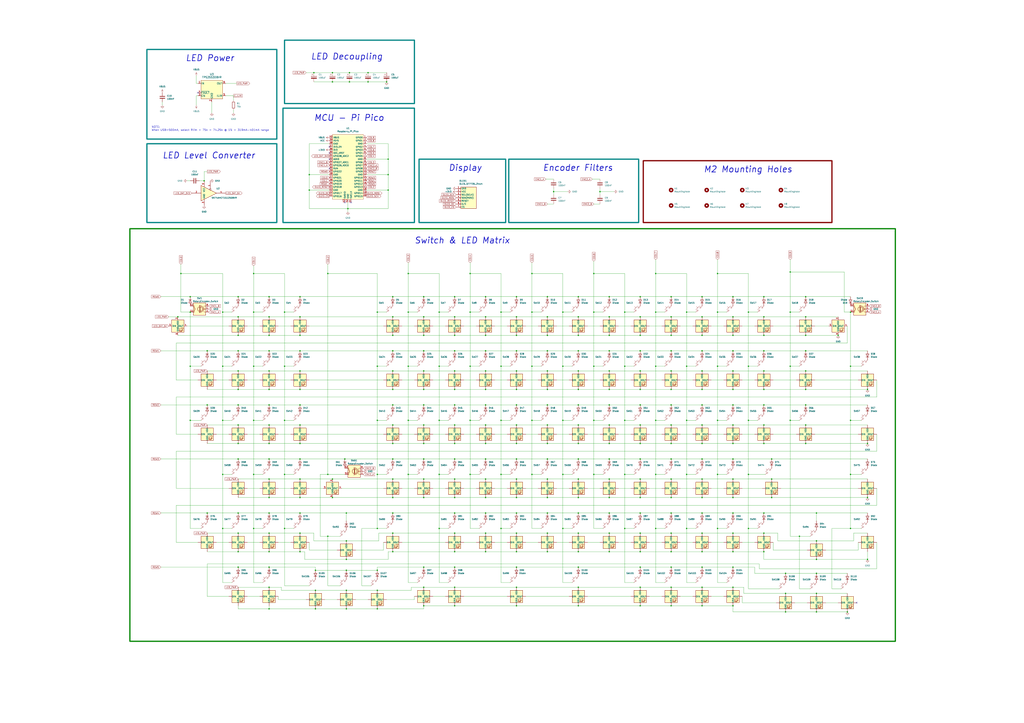
<source format=kicad_sch>
(kicad_sch (version 20230121) (generator eeschema)
  (paper "A1")
  (junction (at 309.88 389.89))
  (junction (at 273.05 67.31))
  (junction (at 195.58 332.74))
  (junction (at 614.68 434.34))
  (junction (at 627.38 438.15))
  (junction (at 269.24 389.89))
  (junction (at 208.28 300.99))
  (junction (at 182.88 389.89))
  (junction (at 373.38 438.15))
  (junction (at 373.38 377.19))
  (junction (at 500.38 421.64))
  (junction (at 220.98 453.39))
  (junction (at 576.58 304.8))
  (junction (at 698.5 256.54))
  (junction (at 195.58 377.19))
  (junction (at 284.48 444.5))
  (junction (at 220.98 275.59))
  (junction (at 525.78 260.35))
  (junction (at 525.78 421.64))
  (junction (at 360.68 300.99))
  (junction (at 648.97 223.52))
  (junction (at 589.28 434.34))
  (junction (at 500.38 260.35))
  (junction (at 576.58 320.04))
  (junction (at 246.38 421.64))
  (junction (at 563.88 256.54))
  (junction (at 474.98 408.94))
  (junction (at 284.48 459.74))
  (junction (at 538.48 434.34))
  (junction (at 309.88 434.34))
  (junction (at 576.58 482.6))
  (junction (at 233.68 300.99))
  (junction (at 373.38 497.84))
  (junction (at 373.38 453.39))
  (junction (at 273.05 393.7))
  (junction (at 601.98 243.84))
  (junction (at 589.28 300.99))
  (junction (at 170.18 421.64))
  (junction (at 373.38 332.74))
  (junction (at 246.38 377.19))
  (junction (at 500.38 288.29))
  (junction (at 525.78 332.74))
  (junction (at 182.88 300.99))
  (junction (at 462.28 300.99))
  (junction (at 424.18 438.15))
  (junction (at 424.18 466.09))
  (junction (at 424.18 349.25))
  (junction (at 551.18 243.84))
  (junction (at 576.58 349.25))
  (junction (at 347.98 320.04))
  (junction (at 347.98 275.59))
  (junction (at 474.98 453.39))
  (junction (at 563.88 300.99))
  (junction (at 302.26 67.31))
  (junction (at 195.58 466.09))
  (junction (at 525.78 393.7))
  (junction (at 513.08 389.89))
  (junction (at 322.58 260.35))
  (junction (at 322.58 393.7))
  (junction (at 309.88 256.54))
  (junction (at 645.16 502.92))
  (junction (at 670.56 471.17))
  (junction (at 500.38 243.84))
  (junction (at 287.02 67.31))
  (junction (at 462.28 256.54))
  (junction (at 487.68 256.54))
  (junction (at 454.66 157.48))
  (junction (at 411.48 345.44))
  (junction (at 500.38 320.04))
  (junction (at 360.68 389.89))
  (junction (at 259.08 500.38))
  (junction (at 347.98 377.19))
  (junction (at 500.38 393.7))
  (junction (at 373.38 364.49))
  (junction (at 246.38 332.74))
  (junction (at 398.78 453.39))
  (junction (at 347.98 408.94))
  (junction (at 627.38 453.39))
  (junction (at 347.98 243.84))
  (junction (at 195.58 275.59))
  (junction (at 576.58 466.09))
  (junction (at 208.28 224.79))
  (junction (at 436.88 224.79))
  (junction (at 322.58 243.84))
  (junction (at 411.48 434.34))
  (junction (at 627.38 421.64))
  (junction (at 257.81 59.69))
  (junction (at 500.38 453.39))
  (junction (at 386.08 224.79))
  (junction (at 322.58 421.64))
  (junction (at 373.38 275.59))
  (junction (at 563.88 434.34))
  (junction (at 246.38 275.59))
  (junction (at 285.75 171.45))
  (junction (at 551.18 377.19))
  (junction (at 284.48 421.64))
  (junction (at 424.18 260.35))
  (junction (at 220.98 260.35))
  (junction (at 474.98 320.04))
  (junction (at 474.98 349.25))
  (junction (at 525.78 466.09))
  (junction (at 347.98 304.8))
  (junction (at 195.58 349.25))
  (junction (at 322.58 349.25))
  (junction (at 398.78 349.25))
  (junction (at 601.98 364.49))
  (junction (at 246.38 408.94))
  (junction (at 208.28 256.54))
  (junction (at 462.28 389.89))
  (junction (at 220.98 408.94))
  (junction (at 474.98 332.74))
  (junction (at 424.18 275.59))
  (junction (at 601.98 320.04))
  (junction (at 156.21 345.44))
  (junction (at 601.98 260.35))
  (junction (at 513.08 300.99))
  (junction (at 525.78 438.15))
  (junction (at 335.28 224.79))
  (junction (at 322.58 438.15))
  (junction (at 424.18 393.7))
  (junction (at 246.38 438.15))
  (junction (at 246.38 453.39))
  (junction (at 576.58 393.7))
  (junction (at 601.98 275.59))
  (junction (at 462.28 345.44))
  (junction (at 627.38 320.04))
  (junction (at 347.98 260.35))
  (junction (at 398.78 408.94))
  (junction (at 246.38 393.7))
  (junction (at 309.88 485.14))
  (junction (at 500.38 349.25))
  (junction (at 195.58 288.29))
  (junction (at 661.67 320.04))
  (junction (at 373.38 260.35))
  (junction (at 373.38 482.6))
  (junction (at 195.58 320.04))
  (junction (at 146.05 260.35))
  (junction (at 449.58 364.49))
  (junction (at 474.98 288.29))
  (junction (at 576.58 332.74))
  (junction (at 576.58 243.84))
  (junction (at 576.58 438.15))
  (junction (at 688.34 275.59))
  (junction (at 284.48 485.14))
  (junction (at 551.18 304.8))
  (junction (at 287.02 59.69))
  (junction (at 360.68 434.34))
  (junction (at 576.58 408.94))
  (junction (at 551.18 453.39))
  (junction (at 373.38 421.64))
  (junction (at 474.98 243.84))
  (junction (at 661.67 260.35))
  (junction (at 474.98 497.84))
  (junction (at 500.38 275.59))
  (junction (at 601.98 466.09))
  (junction (at 589.28 224.79))
  (junction (at 614.68 345.44))
  (junction (at 551.18 438.15))
  (junction (at 322.58 364.49))
  (junction (at 449.58 243.84))
  (junction (at 373.38 349.25))
  (junction (at 322.58 275.59))
  (junction (at 220.98 243.84))
  (junction (at 195.58 243.84))
  (junction (at 220.98 304.8))
  (junction (at 551.18 421.64))
  (junction (at 156.21 256.54))
  (junction (at 661.67 349.25))
  (junction (at 525.78 349.25))
  (junction (at 220.98 288.29))
  (junction (at 474.98 393.7))
  (junction (at 474.98 421.64))
  (junction (at 182.88 345.44))
  (junction (at 462.28 434.34))
  (junction (at 601.98 497.84))
  (junction (at 208.28 434.34))
  (junction (at 661.67 243.84))
  (junction (at 525.78 320.04))
  (junction (at 500.38 332.74))
  (junction (at 525.78 497.84))
  (junction (at 233.68 434.34))
  (junction (at 695.96 502.92))
  (junction (at 648.97 345.44))
  (junction (at 220.98 332.74))
  (junction (at 246.38 243.84))
  (junction (at 576.58 453.39))
  (junction (at 360.68 345.44))
  (junction (at 614.68 300.99))
  (junction (at 601.98 421.64))
  (junction (at 449.58 453.39))
  (junction (at 538.48 300.99))
  (junction (at 614.68 389.89))
  (junction (at 398.78 438.15))
  (junction (at 254 143.51))
  (junction (at 386.08 300.99))
  (junction (at 648.97 300.99))
  (junction (at 246.38 364.49))
  (junction (at 449.58 304.8))
  (junction (at 436.88 389.89))
  (junction (at 309.88 300.99))
  (junction (at 487.68 300.99))
  (junction (at 436.88 256.54))
  (junction (at 360.68 256.54))
  (junction (at 436.88 300.99))
  (junction (at 670.56 487.68))
  (junction (at 661.67 332.74))
  (junction (at 500.38 364.49))
  (junction (at 474.98 466.09))
  (junction (at 347.98 288.29))
  (junction (at 633.73 393.7))
  (junction (at 563.88 389.89))
  (junction (at 347.98 349.25))
  (junction (at 525.78 364.49))
  (junction (at 538.48 345.44))
  (junction (at 487.68 345.44))
  (junction (at 195.58 304.8))
  (junction (at 670.56 421.64))
  (junction (at 474.98 364.49))
  (junction (at 398.78 332.74))
  (junction (at 398.78 377.19))
  (junction (at 398.78 320.04))
  (junction (at 233.68 389.89))
  (junction (at 156.21 243.84))
  (junction (at 259.08 468.63))
  (junction (at 525.78 377.19))
  (junction (at 411.48 300.99))
  (junction (at 538.48 389.89))
  (junction (at 648.97 256.54))
  (junction (at 347.98 482.6))
  (junction (at 424.18 408.94))
  (junction (at 525.78 288.29))
  (junction (at 411.48 389.89))
  (junction (at 386.08 389.89))
  (junction (at 246.38 288.29))
  (junction (at 424.18 364.49))
  (junction (at 513.08 345.44))
  (junction (at 373.38 320.04))
  (junction (at 633.73 377.19))
  (junction (at 322.58 377.19))
  (junction (at 449.58 288.29))
  (junction (at 589.28 389.89))
  (junction (at 195.58 421.64))
  (junction (at 551.18 288.29))
  (junction (at 576.58 260.35))
  (junction (at 220.98 377.19))
  (junction (at 233.68 345.44))
  (junction (at 335.28 300.99))
  (junction (at 424.18 332.74))
  (junction (at 712.47 364.49))
  (junction (at 500.38 377.19))
  (junction (at 322.58 332.74))
  (junction (at 551.18 320.04))
  (junction (at 670.56 459.74))
  (junction (at 246.38 260.35))
  (junction (at 712.47 408.94))
  (junction (at 302.26 59.69))
  (junction (at 563.88 345.44))
  (junction (at 449.58 349.25))
  (junction (at 670.56 502.92))
  (junction (at 335.28 345.44))
  (junction (at 513.08 256.54))
  (junction (at 182.88 434.34))
  (junction (at 309.88 468.63))
  (junction (at 474.98 275.59))
  (junction (at 525.78 304.8))
  (junction (at 411.48 256.54))
  (junction (at 474.98 304.8))
  (junction (at 347.98 393.7))
  (junction (at 335.28 256.54))
  (junction (at 373.38 393.7))
  (junction (at 317.5 67.31))
  (junction (at 601.98 393.7))
  (junction (at 449.58 421.64))
  (junction (at 474.98 482.6))
  (junction (at 551.18 497.84))
  (junction (at 182.88 256.54))
  (junction (at 525.78 408.94))
  (junction (at 525.78 453.39))
  (junction (at 500.38 304.8))
  (junction (at 283.21 377.19))
  (junction (at 208.28 389.89))
  (junction (at 601.98 377.19))
  (junction (at 601.98 408.94))
  (junction (at 551.18 349.25))
  (junction (at 220.98 466.09))
  (junction (at 347.98 364.49))
  (junction (at 614.68 256.54))
  (junction (at 195.58 453.39))
  (junction (at 661.67 304.8))
  (junction (at 386.08 345.44))
  (junction (at 373.38 408.94))
  (junction (at 398.78 304.8))
  (junction (at 525.78 482.6))
  (junction (at 601.98 438.15))
  (junction (at 309.88 500.38))
  (junction (at 633.73 408.94))
  (junction (at 487.68 224.79))
  (junction (at 698.5 434.34))
  (junction (at 474.98 438.15))
  (junction (at 601.98 349.25))
  (junction (at 322.58 304.8))
  (junction (at 246.38 320.04))
  (junction (at 576.58 288.29))
  (junction (at 513.08 434.34))
  (junction (at 601.98 482.6))
  (junction (at 656.59 440.69))
  (junction (at 347.98 466.09))
  (junction (at 398.78 275.59))
  (junction (at 273.05 408.94))
  (junction (at 246.38 349.25))
  (junction (at 589.28 256.54))
  (junction (at 449.58 393.7))
  (junction (at 195.58 260.35))
  (junction (at 698.5 300.99))
  (junction (at 220.98 482.6))
  (junction (at 424.18 304.8))
  (junction (at 474.98 377.19))
  (junction (at 449.58 377.19))
  (junction (at 576.58 497.84))
  (junction (at 398.78 260.35))
  (junction (at 449.58 260.35))
  (junction (at 627.38 243.84))
  (junction (at 424.18 377.19))
  (junction (at 576.58 377.19))
  (junction (at 601.98 332.74))
  (junction (at 424.18 243.84))
  (junction (at 148.59 224.79))
  (junction (at 233.68 256.54))
  (junction (at 670.56 444.5))
  (junction (at 220.98 349.25))
  (junction (at 398.78 393.7))
  (junction (at 551.18 260.35))
  (junction (at 627.38 349.25))
  (junction (at 195.58 364.49))
  (junction (at 601.98 453.39))
  (junction (at 698.5 345.44))
  (junction (at 551.18 408.94))
  (junction (at 386.08 256.54))
  (junction (at 474.98 260.35))
  (junction (at 373.38 304.8))
  (junction (at 259.08 485.14))
  (junction (at 424.18 497.84))
  (junction (at 712.47 459.74))
  (junction (at 551.18 466.09))
  (junction (at 698.5 389.89))
  (junction (at 424.18 320.04))
  (junction (at 449.58 320.04))
  (junction (at 712.47 320.04))
  (junction (at 551.18 482.6))
  (junction (at 335.28 389.89))
  (junction (at 220.98 421.64))
  (junction (at 424.18 482.6))
  (junction (at 627.38 260.35))
  (junction (at 220.98 393.7))
  (junction (at 500.38 408.94))
  (junction (at 589.28 345.44))
  (junction (at 576.58 275.59))
  (junction (at 373.38 243.84))
  (junction (at 273.05 59.69))
  (junction (at 551.18 364.49))
  (junction (at 525.78 275.59))
  (junction (at 220.98 438.15))
  (junction (at 167.64 148.59))
  (junction (at 436.88 345.44))
  (junction (at 601.98 288.29))
  (junction (at 254 156.21))
  (junction (at 449.58 438.15))
  (junction (at 318.77 130.81))
  (junction (at 373.38 288.29))
  (junction (at 627.38 288.29))
  (junction (at 220.98 500.38))
  (junction (at 220.98 364.49))
  (junction (at 500.38 438.15))
  (junction (at 492.76 157.48))
  (junction (at 449.58 275.59))
  (junction (at 322.58 288.29))
  (junction (at 449.58 408.94))
  (junction (at 627.38 332.74))
  (junction (at 576.58 421.64))
  (junction (at 246.38 304.8))
  (junction (at 627.38 275.59))
  (junction (at 284.48 468.63))
  (junction (at 627.38 364.49))
  (junction (at 601.98 304.8))
  (junction (at 269.24 440.69))
  (junction (at 195.58 438.15))
  (junction (at 661.67 364.49))
  (junction (at 424.18 421.64))
  (junction (at 284.48 500.38))
  (junction (at 309.88 345.44))
  (junction (at 449.58 332.74))
  (junction (at 538.48 224.79))
  (junction (at 373.38 466.09))
  (junction (at 551.18 393.7))
  (junction (at 208.28 345.44))
  (junction (at 424.18 288.29))
  (junction (at 398.78 243.84))
  (junction (at 645.16 487.68))
  (junction (at 347.98 332.74))
  (junction (at 551.18 275.59))
  (junction (at 170.18 332.74))
  (junction (at 318.77 156.21))
  (junction (at 424.18 453.39))
  (junction (at 398.78 364.49))
  (junction (at 322.58 320.04))
  (junction (at 487.68 389.89))
  (junction (at 398.78 288.29))
  (junction (at 645.16 471.17))
  (junction (at 318.77 143.51))
  (junction (at 661.67 275.59))
  (junction (at 525.78 243.84))
  (junction (at 538.48 256.54))
  (junction (at 170.18 288.29))
  (junction (at 322.58 453.39))
  (junction (at 398.78 421.64))
  (junction (at 576.58 364.49))
  (junction (at 661.67 288.29))
  (junction (at 269.24 224.79))
  (junction (at 347.98 497.84))
  (junction (at 322.58 408.94))
  (junction (at 551.18 332.74))
  (junction (at 220.98 320.04))
  (junction (at 156.21 300.99))
  (junction (at 627.38 304.8))
  (no_connect (at 270.51 125.73))
  (no_connect (at 288.29 166.37))
  (no_connect (at 283.21 166.37))
  (no_connect (at 703.58 495.3))
  (no_connect (at 270.51 138.43))
  (no_connect (at 270.51 120.65))
  (no_connect (at 162.56 76.2))
  (no_connect (at 270.51 130.81))
  (wire (pts (xy 436.88 215.9) (xy 436.88 224.79)))
  (wire (pts (xy 398.78 421.64) (xy 424.18 421.64)))
  (wire (pts (xy 322.58 377.19) (xy 347.98 377.19)))
  (wire (pts (xy 398.78 275.59) (xy 424.18 275.59)))
  (wire (pts (xy 576.58 482.6) (xy 601.98 482.6)))
  (wire (pts (xy 589.28 213.36) (xy 589.28 224.79)))
  (wire (pts (xy 208.28 218.44) (xy 208.28 224.79)))
  (wire (pts (xy 474.98 288.29) (xy 500.38 288.29)))
  (wire (pts (xy 398.78 304.8) (xy 424.18 304.8)))
  (wire (pts (xy 538.48 389.89) (xy 546.1 389.89)))
  (wire (pts (xy 670.56 502.92) (xy 695.96 502.92)))
  (wire (pts (xy 424.18 466.09) (xy 474.98 466.09)))
  (wire (pts (xy 656.59 440.69) (xy 665.48 440.69)))
  (wire (pts (xy 661.67 243.84) (xy 698.5 243.84)))
  (wire (pts (xy 449.58 408.94) (xy 474.98 408.94)))
  (wire (pts (xy 246.38 288.29) (xy 322.58 288.29)))
  (wire (pts (xy 360.68 345.44) (xy 368.3 345.44)))
  (wire (pts (xy 284.48 468.63) (xy 309.88 468.63)))
  (wire (pts (xy 335.28 300.99) (xy 342.9 300.99)))
  (wire (pts (xy 693.42 256.54) (xy 698.5 256.54)))
  (wire (pts (xy 347.98 332.74) (xy 373.38 332.74)))
  (wire (pts (xy 525.78 288.29) (xy 551.18 288.29)))
  (wire (pts (xy 398.78 438.15) (xy 424.18 438.15)))
  (wire (pts (xy 360.68 389.89) (xy 360.68 434.34)))
  (wire (pts (xy 462.28 300.99) (xy 462.28 345.44)))
  (wire (pts (xy 254 312.42) (xy 314.96 312.42)))
  (wire (pts (xy 558.8 267.97) (xy 568.96 267.97)))
  (wire (pts (xy 163.83 148.59) (xy 167.64 148.59)))
  (wire (pts (xy 513.08 434.34) (xy 520.7 434.34)))
  (wire (pts (xy 500.38 377.19) (xy 525.78 377.19)))
  (wire (pts (xy 398.78 260.35) (xy 424.18 260.35)))
  (wire (pts (xy 462.28 345.44) (xy 469.9 345.44)))
  (wire (pts (xy 138.43 260.35) (xy 146.05 260.35)))
  (wire (pts (xy 170.18 288.29) (xy 195.58 288.29)))
  (wire (pts (xy 411.48 389.89) (xy 411.48 434.34)))
  (wire (pts (xy 424.18 243.84) (xy 449.58 243.84)))
  (wire (pts (xy 538.48 345.44) (xy 538.48 389.89)))
  (wire (pts (xy 347.98 377.19) (xy 373.38 377.19)))
  (wire (pts (xy 627.38 260.35) (xy 661.67 260.35)))
  (wire (pts (xy 525.78 320.04) (xy 551.18 320.04)))
  (wire (pts (xy 601.98 260.35) (xy 627.38 260.35)))
  (wire (pts (xy 474.98 377.19) (xy 500.38 377.19)))
  (wire (pts (xy 648.97 256.54) (xy 648.97 300.99)))
  (wire (pts (xy 627.38 243.84) (xy 661.67 243.84)))
  (wire (pts (xy 538.48 434.34) (xy 546.1 434.34)))
  (wire (pts (xy 208.28 300.99) (xy 208.28 345.44)))
  (wire (pts (xy 635 356.87) (xy 654.05 356.87)))
  (wire (pts (xy 233.68 434.34) (xy 233.68 481.33)))
  (wire (pts (xy 698.5 300.99) (xy 707.39 300.99)))
  (wire (pts (xy 170.18 320.04) (xy 195.58 320.04)))
  (wire (pts (xy 589.28 478.79) (xy 596.9 478.79)))
  (wire (pts (xy 436.88 256.54) (xy 436.88 300.99)))
  (wire (pts (xy 601.98 482.6) (xy 610.87 482.6)))
  (wire (pts (xy 300.99 143.51) (xy 318.77 143.51)))
  (wire (pts (xy 571.5 256.54) (xy 563.88 256.54)))
  (wire (pts (xy 373.38 408.94) (xy 398.78 408.94)))
  (wire (pts (xy 551.18 364.49) (xy 576.58 364.49)))
  (wire (pts (xy 284.48 444.5) (xy 311.15 444.5)))
  (wire (pts (xy 656.59 440.69) (xy 656.59 483.87)))
  (wire (pts (xy 500.38 304.8) (xy 525.78 304.8)))
  (wire (pts (xy 633.73 408.94) (xy 712.47 408.94)))
  (wire (pts (xy 576.58 438.15) (xy 601.98 438.15)))
  (wire (pts (xy 693.42 223.52) (xy 693.42 256.54)))
  (wire (pts (xy 627.38 453.39) (xy 627.38 459.74)))
  (wire (pts (xy 233.68 481.33) (xy 254 481.33)))
  (wire (pts (xy 373.38 275.59) (xy 398.78 275.59)))
  (wire (pts (xy 474.98 408.94) (xy 500.38 408.94)))
  (wire (pts (xy 508 401.32) (xy 518.16 401.32)))
  (wire (pts (xy 231.14 482.6) (xy 231.14 485.14)))
  (wire (pts (xy 424.18 482.6) (xy 474.98 482.6)))
  (wire (pts (xy 449.58 421.64) (xy 474.98 421.64)))
  (wire (pts (xy 411.48 389.89) (xy 419.1 389.89)))
  (wire (pts (xy 627.38 320.04) (xy 661.67 320.04)))
  (wire (pts (xy 698.5 345.44) (xy 698.5 389.89)))
  (wire (pts (xy 648.97 300.99) (xy 648.97 345.44)))
  (wire (pts (xy 411.48 434.34) (xy 419.1 434.34)))
  (wire (pts (xy 373.38 393.7) (xy 398.78 393.7)))
  (wire (pts (xy 698.5 389.89) (xy 698.5 434.34)))
  (wire (pts (xy 513.08 389.89) (xy 520.7 389.89)))
  (wire (pts (xy 500.38 349.25) (xy 525.78 349.25)))
  (wire (pts (xy 285.75 166.37) (xy 285.75 171.45)))
  (wire (pts (xy 449.58 332.74) (xy 474.98 332.74)))
  (wire (pts (xy 436.88 345.44) (xy 436.88 389.89)))
  (wire (pts (xy 398.78 364.49) (xy 424.18 364.49)))
  (wire (pts (xy 576.58 349.25) (xy 601.98 349.25)))
  (wire (pts (xy 500.38 332.74) (xy 525.78 332.74)))
  (wire (pts (xy 614.68 389.89) (xy 628.65 389.89)))
  (wire (pts (xy 525.78 466.09) (xy 551.18 466.09)))
  (wire (pts (xy 398.78 332.74) (xy 424.18 332.74)))
  (wire (pts (xy 220.98 482.6) (xy 231.14 482.6)))
  (wire (pts (xy 144.78 281.94) (xy 144.78 312.42)))
  (wire (pts (xy 551.18 408.94) (xy 576.58 408.94)))
  (wire (pts (xy 220.98 260.35) (xy 246.38 260.35)))
  (wire (pts (xy 246.38 364.49) (xy 322.58 364.49)))
  (wire (pts (xy 246.38 393.7) (xy 273.05 393.7)))
  (wire (pts (xy 584.2 267.97) (xy 594.36 267.97)))
  (wire (pts (xy 551.18 304.8) (xy 576.58 304.8)))
  (wire (pts (xy 648.97 345.44) (xy 648.97 440.69)))
  (wire (pts (xy 669.29 267.97) (xy 680.72 267.97)))
  (wire (pts (xy 492.76 157.48) (xy 504.19 157.48)))
  (wire (pts (xy 347.98 393.7) (xy 373.38 393.7)))
  (wire (pts (xy 228.6 267.97) (xy 238.76 267.97)))
  (wire (pts (xy 457.2 401.32) (xy 467.36 401.32)))
  (wire (pts (xy 182.88 224.79) (xy 182.88 256.54)))
  (wire (pts (xy 619.76 466.09) (xy 619.76 471.17)))
  (wire (pts (xy 487.68 345.44) (xy 487.68 389.89)))
  (wire (pts (xy 373.38 497.84) (xy 424.18 497.84)))
  (wire (pts (xy 576.58 408.94) (xy 601.98 408.94)))
  (wire (pts (xy 551.18 377.19) (xy 576.58 377.19)))
  (wire (pts (xy 285.75 171.45) (xy 285.75 173.99)))
  (wire (pts (xy 462.28 434.34) (xy 469.9 434.34)))
  (wire (pts (xy 609.6 401.32) (xy 626.11 401.32)))
  (wire (pts (xy 533.4 267.97) (xy 543.56 267.97)))
  (wire (pts (xy 309.88 466.09) (xy 347.98 466.09)))
  (wire (pts (xy 144.78 401.32) (xy 187.96 401.32)))
  (wire (pts (xy 144.78 326.39) (xy 720.09 326.39)))
  (wire (pts (xy 347.98 243.84) (xy 373.38 243.84)))
  (wire (pts (xy 233.68 224.79) (xy 233.68 256.54)))
  (wire (pts (xy 563.88 345.44) (xy 563.88 389.89)))
  (wire (pts (xy 182.88 434.34) (xy 190.5 434.34)))
  (wire (pts (xy 513.08 478.79) (xy 520.7 478.79)))
  (wire (pts (xy 431.8 445.77) (xy 441.96 445.77)))
  (wire (pts (xy 381 312.42) (xy 391.16 312.42)))
  (wire (pts (xy 584.2 312.42) (xy 594.36 312.42)))
  (wire (pts (xy 474.98 438.15) (xy 500.38 438.15)))
  (wire (pts (xy 627.38 332.74) (xy 661.67 332.74)))
  (wire (pts (xy 262.89 440.69) (xy 269.24 440.69)))
  (wire (pts (xy 500.38 421.64) (xy 525.78 421.64)))
  (wire (pts (xy 661.67 260.35) (xy 688.34 260.35)))
  (wire (pts (xy 170.18 453.39) (xy 195.58 453.39)))
  (wire (pts (xy 614.68 434.34) (xy 614.68 483.87)))
  (wire (pts (xy 584.2 401.32) (xy 594.36 401.32)))
  (wire (pts (xy 610.87 482.6) (xy 610.87 487.68)))
  (wire (pts (xy 627.38 275.59) (xy 661.67 275.59)))
  (wire (pts (xy 386.08 224.79) (xy 411.48 224.79)))
  (wire (pts (xy 513.08 389.89) (xy 513.08 434.34)))
  (wire (pts (xy 563.88 224.79) (xy 538.48 224.79)))
  (wire (pts (xy 177.8 445.77) (xy 187.96 445.77)))
  (wire (pts (xy 269.24 389.89) (xy 283.21 389.89)))
  (wire (pts (xy 492.76 154.94) (xy 492.76 157.48)))
  (wire (pts (xy 182.88 434.34) (xy 182.88 478.79)))
  (wire (pts (xy 233.68 434.34) (xy 241.3 434.34)))
  (wire (pts (xy 254 445.77) (xy 254 452.12)))
  (wire (pts (xy 270.51 156.21) (xy 254 156.21)))
  (wire (pts (xy 449.58 349.25) (xy 474.98 349.25)))
  (wire (pts (xy 449.58 304.8) (xy 474.98 304.8)))
  (wire (pts (xy 436.88 224.79) (xy 462.28 224.79)))
  (wire (pts (xy 287.02 59.69) (xy 302.26 59.69)))
  (wire (pts (xy 335.28 389.89) (xy 342.9 389.89)))
  (wire (pts (xy 208.28 224.79) (xy 208.28 256.54)))
  (wire (pts (xy 648.97 256.54) (xy 656.59 256.54)))
  (wire (pts (xy 318.77 130.81) (xy 318.77 143.51)))
  (wire (pts (xy 233.68 345.44) (xy 241.3 345.44)))
  (wire (pts (xy 720.09 356.87) (xy 720.09 370.84)))
  (wire (pts (xy 487.68 224.79) (xy 487.68 256.54)))
  (wire (pts (xy 533.4 445.77) (xy 543.56 445.77)))
  (wire (pts (xy 398.78 243.84) (xy 424.18 243.84)))
  (wire (pts (xy 208.28 224.79) (xy 233.68 224.79)))
  (wire (pts (xy 670.56 421.64) (xy 712.47 421.64)))
  (wire (pts (xy 487.68 224.79) (xy 513.08 224.79)))
  (wire (pts (xy 601.98 497.84) (xy 601.98 502.92)))
  (wire (pts (xy 220.98 500.38) (xy 259.08 500.38)))
  (wire (pts (xy 551.18 349.25) (xy 576.58 349.25)))
  (wire (pts (xy 381 401.32) (xy 391.16 401.32)))
  (wire (pts (xy 487.68 256.54) (xy 487.68 300.99)))
  (wire (pts (xy 330.2 401.32) (xy 340.36 401.32)))
  (wire (pts (xy 233.68 389.89) (xy 241.3 389.89)))
  (wire (pts (xy 203.2 267.97) (xy 213.36 267.97)))
  (wire (pts (xy 250.19 453.39) (xy 250.19 459.74)))
  (wire (pts (xy 508 356.87) (xy 518.16 356.87)))
  (wire (pts (xy 182.88 256.54) (xy 190.5 256.54)))
  (wire (pts (xy 661.67 288.29) (xy 712.47 288.29)))
  (wire (pts (xy 513.08 345.44) (xy 520.7 345.44)))
  (wire (pts (xy 309.88 224.79) (xy 309.88 256.54)))
  (wire (pts (xy 381 356.87) (xy 391.16 356.87)))
  (wire (pts (xy 398.78 349.25) (xy 424.18 349.25)))
  (wire (pts (xy 144.78 415.29) (xy 144.78 445.77)))
  (wire (pts (xy 322.58 408.94) (xy 347.98 408.94)))
  (wire (pts (xy 486.41 147.32) (xy 492.76 147.32)))
  (wire (pts (xy 589.28 224.79) (xy 589.28 256.54)))
  (wire (pts (xy 525.78 243.84) (xy 551.18 243.84)))
  (wire (pts (xy 601.98 243.84) (xy 627.38 243.84)))
  (wire (pts (xy 525.78 364.49) (xy 551.18 364.49)))
  (wire (pts (xy 474.98 304.8) (xy 500.38 304.8)))
  (wire (pts (xy 695.96 267.97) (xy 695.96 281.94)))
  (wire (pts (xy 309.88 345.44) (xy 309.88 389.89)))
  (wire (pts (xy 347.98 497.84) (xy 373.38 497.84)))
  (wire (pts (xy 614.68 224.79) (xy 614.68 256.54)))
  (wire (pts (xy 269.24 224.79) (xy 269.24 389.89)))
  (wire (pts (xy 335.28 300.99) (xy 335.28 345.44)))
  (wire (pts (xy 269.24 224.79) (xy 309.88 224.79)))
  (wire (pts (xy 576.58 364.49) (xy 601.98 364.49)))
  (wire (pts (xy 424.18 275.59) (xy 449.58 275.59)))
  (wire (pts (xy 360.68 300.99) (xy 368.3 300.99)))
  (wire (pts (xy 698.5 389.89) (xy 707.39 389.89)))
  (wire (pts (xy 474.98 349.25) (xy 500.38 349.25)))
  (wire (pts (xy 195.58 364.49) (xy 220.98 364.49)))
  (wire (pts (xy 208.28 434.34) (xy 215.9 434.34)))
  (wire (pts (xy 302.26 67.31) (xy 317.5 67.31)))
  (wire (pts (xy 156.21 300.99) (xy 156.21 345.44)))
  (wire (pts (xy 144.78 370.84) (xy 144.78 401.32)))
  (wire (pts (xy 576.58 304.8) (xy 601.98 304.8)))
  (wire (pts (xy 525.78 453.39) (xy 551.18 453.39)))
  (wire (pts (xy 246.38 260.35) (xy 322.58 260.35)))
  (wire (pts (xy 318.77 459.74) (xy 318.77 453.39)))
  (wire (pts (xy 448.31 147.32) (xy 454.66 147.32)))
  (wire (pts (xy 228.6 492.76) (xy 251.46 492.76)))
  (wire (pts (xy 424.18 497.84) (xy 474.98 497.84)))
  (wire (pts (xy 563.88 300.99) (xy 571.5 300.99)))
  (wire (pts (xy 322.58 332.74) (xy 347.98 332.74)))
  (wire (pts (xy 576.58 332.74) (xy 601.98 332.74)))
  (wire (pts (xy 670.56 471.17) (xy 695.96 471.17)))
  (wire (pts (xy 492.76 157.48) (xy 492.76 160.02)))
  (wire (pts (xy 704.85 452.12) (xy 704.85 445.77)))
  (wire (pts (xy 132.08 243.84) (xy 156.21 243.84)))
  (wire (pts (xy 254 118.11) (xy 254 143.51)))
  (wire (pts (xy 576.58 497.84) (xy 601.98 497.84)))
  (wire (pts (xy 601.98 349.25) (xy 627.38 349.25)))
  (wire (pts (xy 601.98 377.19) (xy 633.73 377.19)))
  (wire (pts (xy 156.21 345.44) (xy 156.21 434.34)))
  (wire (pts (xy 322.58 438.15) (xy 373.38 438.15)))
  (wire (pts (xy 257.81 438.15) (xy 257.81 444.5)))
  (wire (pts (xy 220.98 393.7) (xy 246.38 393.7)))
  (wire (pts (xy 170.18 349.25) (xy 195.58 349.25)))
  (wire (pts (xy 701.04 438.15) (xy 712.47 438.15)))
  (wire (pts (xy 360.68 256.54) (xy 360.68 300.99)))
  (wire (pts (xy 309.88 389.89) (xy 317.5 389.89)))
  (wire (pts (xy 360.68 434.34) (xy 360.68 478.79)))
  (wire (pts (xy 525.78 393.7) (xy 551.18 393.7)))
  (wire (pts (xy 661.67 364.49) (xy 712.47 364.49)))
  (wire (pts (xy 195.58 500.38) (xy 220.98 500.38)))
  (wire (pts (xy 335.28 389.89) (xy 335.28 478.79)))
  (wire (pts (xy 191.77 90.17) (xy 191.77 92.71)))
  (wire (pts (xy 170.18 463.55) (xy 623.57 463.55)))
  (wire (pts (xy 309.88 389.89) (xy 309.88 434.34)))
  (wire (pts (xy 670.56 487.68) (xy 695.96 487.68)))
  (wire (pts (xy 330.2 445.77) (xy 365.76 445.77)))
  (wire (pts (xy 513.08 256.54) (xy 520.7 256.54)))
  (wire (pts (xy 170.18 364.49) (xy 195.58 364.49)))
  (wire (pts (xy 406.4 267.97) (xy 416.56 267.97)))
  (wire (pts (xy 386.08 256.54) (xy 393.7 256.54)))
  (wire (pts (xy 424.18 332.74) (xy 449.58 332.74)))
  (wire (pts (xy 482.6 401.32) (xy 492.76 401.32)))
  (wire (pts (xy 436.88 389.89) (xy 444.5 389.89)))
  (wire (pts (xy 347.98 349.25) (xy 373.38 349.25)))
  (wire (pts (xy 670.56 459.74) (xy 712.47 459.74)))
  (wire (pts (xy 508 312.42) (xy 518.16 312.42)))
  (wire (pts (xy 584.2 490.22) (xy 594.36 490.22)))
  (wire (pts (xy 360.68 389.89) (xy 368.3 389.89)))
  (wire (pts (xy 132.08 421.64) (xy 170.18 421.64)))
  (wire (pts (xy 457.2 312.42) (xy 467.36 312.42)))
  (wire (pts (xy 208.28 345.44) (xy 215.9 345.44)))
  (wire (pts (xy 170.18 304.8) (xy 195.58 304.8)))
  (wire (pts (xy 474.98 466.09) (xy 525.78 466.09)))
  (wire (pts (xy 474.98 243.84) (xy 500.38 243.84)))
  (wire (pts (xy 533.4 356.87) (xy 543.56 356.87)))
  (wire (pts (xy 627.38 349.25) (xy 661.67 349.25)))
  (wire (pts (xy 195.58 393.7) (xy 220.98 393.7)))
  (wire (pts (xy 203.2 401.32) (xy 213.36 401.32)))
  (wire (pts (xy 533.4 490.22) (xy 543.56 490.22)))
  (wire (pts (xy 648.97 223.52) (xy 693.42 223.52)))
  (wire (pts (xy 144.78 445.77) (xy 162.56 445.77)))
  (wire (pts (xy 462.28 224.79) (xy 462.28 256.54)))
  (wire (pts (xy 406.4 401.32) (xy 416.56 401.32)))
  (wire (pts (xy 373.38 332.74) (xy 398.78 332.74)))
  (wire (pts (xy 233.68 256.54) (xy 241.3 256.54)))
  (wire (pts (xy 302.26 59.69) (xy 317.5 59.69)))
  (wire (pts (xy 614.68 300.99) (xy 622.3 300.99)))
  (wire (pts (xy 589.28 300.99) (xy 596.9 300.99)))
  (wire (pts (xy 641.35 401.32) (xy 704.85 401.32)))
  (wire (pts (xy 411.48 434.34) (xy 411.48 478.79)))
  (wire (pts (xy 487.68 345.44) (xy 495.3 345.44)))
  (wire (pts (xy 525.78 438.15) (xy 551.18 438.15)))
  (wire (pts (xy 661.67 320.04) (xy 712.47 320.04)))
  (wire (pts (xy 195.58 377.19) (xy 220.98 377.19)))
  (wire (pts (xy 601.98 393.7) (xy 633.73 393.7)))
  (wire (pts (xy 627.38 459.74) (xy 670.56 459.74)))
  (wire (pts (xy 424.18 421.64) (xy 449.58 421.64)))
  (wire (pts (xy 246.38 320.04) (xy 322.58 320.04)))
  (wire (pts (xy 601.98 438.15) (xy 627.38 438.15)))
  (wire (pts (xy 335.28 256.54) (xy 335.28 300.99)))
  (wire (pts (xy 500.38 288.29) (xy 525.78 288.29)))
  (wire (pts (xy 563.88 256.54) (xy 563.88 224.79)))
  (wire (pts (xy 576.58 453.39) (xy 601.98 453.39)))
  (wire (pts (xy 589.28 300.99) (xy 589.28 345.44)))
  (wire (pts (xy 474.98 275.59) (xy 500.38 275.59)))
  (wire (pts (xy 525.78 377.19) (xy 551.18 377.19)))
  (wire (pts (xy 551.18 275.59) (xy 576.58 275.59)))
  (wire (pts (xy 257.81 59.69) (xy 273.05 59.69)))
  (wire (pts (xy 487.68 214.63) (xy 487.68 224.79)))
  (wire (pts (xy 538.48 224.79) (xy 538.48 256.54)))
  (wire (pts (xy 373.38 304.8) (xy 398.78 304.8)))
  (wire (pts (xy 474.98 332.74) (xy 500.38 332.74)))
  (wire (pts (xy 601.98 304.8) (xy 627.38 304.8)))
  (wire (pts (xy 318.77 118.11) (xy 318.77 130.81)))
  (wire (pts (xy 701.04 444.5) (xy 701.04 438.15)))
  (wire (pts (xy 563.88 434.34) (xy 571.5 434.34)))
  (wire (pts (xy 474.98 260.35) (xy 500.38 260.35)))
  (wire (pts (xy 373.38 421.64) (xy 398.78 421.64)))
  (wire (pts (xy 610.87 487.68) (xy 645.16 487.68)))
  (wire (pts (xy 589.28 434.34) (xy 589.28 478.79)))
  (wire (pts (xy 487.68 389.89) (xy 495.3 389.89)))
  (wire (pts (xy 635 445.77) (xy 635 452.12)))
  (wire (pts (xy 513.08 300.99) (xy 520.7 300.99)))
  (wire (pts (xy 373.38 438.15) (xy 398.78 438.15)))
  (wire (pts (xy 525.78 349.25) (xy 551.18 349.25)))
  (wire (pts (xy 645.16 502.92) (xy 670.56 502.92)))
  (wire (pts (xy 589.28 389.89) (xy 596.9 389.89)))
  (wire (pts (xy 623.57 467.36) (xy 623.57 463.55)))
  (wire (pts (xy 474.98 421.64) (xy 500.38 421.64)))
  (wire (pts (xy 251.46 59.69) (xy 257.81 59.69)))
  (wire (pts (xy 635 312.42) (xy 654.05 312.42)))
  (wire (pts (xy 284.48 421.64) (xy 322.58 421.64)))
  (wire (pts (xy 347.98 288.29) (xy 373.38 288.29)))
  (wire (pts (xy 411.48 300.99) (xy 411.48 345.44)))
  (wire (pts (xy 373.38 320.04) (xy 398.78 320.04)))
  (wire (pts (xy 322.58 288.29) (xy 347.98 288.29)))
  (wire (pts (xy 589.28 389.89) (xy 589.28 434.34)))
  (wire (pts (xy 601.98 275.59) (xy 627.38 275.59)))
  (wire (pts (xy 386.08 345.44) (xy 386.08 389.89)))
  (wire (pts (xy 347.98 260.35) (xy 373.38 260.35)))
  (wire (pts (xy 513.08 300.99) (xy 513.08 345.44)))
  (wire (pts (xy 538.48 434.34) (xy 538.48 478.79)))
  (wire (pts (xy 144.78 370.84) (xy 720.09 370.84)))
  (wire (pts (xy 195.58 438.15) (xy 220.98 438.15)))
  (wire (pts (xy 173.99 92.71) (xy 173.99 83.82)))
  (wire (pts (xy 487.68 256.54) (xy 495.3 256.54)))
  (wire (pts (xy 454.66 157.48) (xy 454.66 160.02)))
  (wire (pts (xy 462.28 300.99) (xy 469.9 300.99)))
  (wire (pts (xy 462.28 434.34) (xy 462.28 478.79)))
  (wire (pts (xy 627.38 288.29) (xy 661.67 288.29)))
  (wire (pts (xy 601.98 453.39) (xy 627.38 453.39)))
  (wire (pts (xy 246.38 377.19) (xy 283.21 377.19)))
  (wire (pts (xy 373.38 482.6) (xy 424.18 482.6)))
  (wire (pts (xy 292.1 492.76) (xy 302.26 492.76)))
  (wire (pts (xy 462.28 256.54) (xy 462.28 300.99)))
  (wire (pts (xy 609.6 490.22) (xy 609.6 495.3)))
  (wire (pts (xy 133.35 83.82) (xy 133.35 86.36)))
  (wire (pts (xy 220.98 275.59) (xy 246.38 275.59)))
  (wire (pts (xy 167.64 140.97) (xy 167.64 148.59)))
  (wire (pts (xy 398.78 288.29) (xy 424.18 288.29)))
  (wire (pts (xy 340.36 490.22) (xy 340.36 492.76)))
  (wire (pts (xy 614.68 389.89) (xy 614.68 434.34)))
  (wire (pts (xy 246.38 408.94) (xy 273.05 408.94)))
  (wire (pts (xy 538.48 256.54) (xy 538.48 300.99)))
  (wire (pts (xy 340.36 492.76) (xy 317.5 492.76)))
  (wire (pts (xy 246.38 438.15) (xy 257.81 438.15)))
  (wire (pts (xy 156.21 256.54) (xy 156.21 300.99)))
  (wire (pts (xy 576.58 320.04) (xy 601.98 320.04)))
  (wire (pts (xy 284.48 421.64) (xy 284.48 427.99)))
  (wire (pts (xy 156.21 300.99) (xy 165.1 300.99)))
  (wire (pts (xy 208.28 300.99) (xy 215.9 300.99)))
  (wire (pts (xy 411.48 224.79) (xy 411.48 256.54)))
  (wire (pts (xy 335.28 345.44) (xy 342.9 345.44)))
  (wire (pts (xy 314.96 452.12) (xy 292.1 452.12)))
  (wire (pts (xy 347.98 364.49) (xy 373.38 364.49)))
  (wire (pts (xy 156.21 434.34) (xy 165.1 434.34)))
  (wire (pts (xy 698.5 345.44) (xy 707.39 345.44)))
  (wire (pts (xy 195.58 288.29) (xy 220.98 288.29)))
  (wire (pts (xy 474.98 497.84) (xy 525.78 497.84)))
  (wire (pts (xy 474.98 320.04) (xy 500.38 320.04)))
  (wire (pts (xy 638.81 444.5) (xy 670.56 444.5)))
  (wire (pts (xy 398.78 453.39) (xy 424.18 453.39)))
  (wire (pts (xy 487.68 167.64) (xy 492.76 167.64)))
  (wire (pts (xy 695.96 281.94) (xy 144.78 281.94)))
  (wire (pts (xy 254 267.97) (xy 314.96 267.97)))
  (wire (pts (xy 148.59 217.17) (xy 148.59 224.79)))
  (wire (pts (xy 347.98 466.09) (xy 373.38 466.09)))
  (wire (pts (xy 411.48 478.79) (xy 419.1 478.79)))
  (wire (pts (xy 153.67 148.59) (xy 156.21 148.59)))
  (wire (pts (xy 424.18 364.49) (xy 449.58 364.49)))
  (wire (pts (xy 457.2 356.87) (xy 467.36 356.87)))
  (wire (pts (xy 424.18 260.35) (xy 449.58 260.35)))
  (wire (pts (xy 297.18 481.33) (xy 304.8 481.33)))
  (wire (pts (xy 355.6 490.22) (xy 365.76 490.22)))
  (wire (pts (xy 254 143.51) (xy 254 156.21)))
  (wire (pts (xy 381 445.77) (xy 391.16 445.77)))
  (wire (pts (xy 500.38 260.35) (xy 525.78 260.35)))
  (wire (pts (xy 558.8 401.32) (xy 568.96 401.32)))
  (wire (pts (xy 533.4 312.42) (xy 543.56 312.42)))
  (wire (pts (xy 254 171.45) (xy 285.75 171.45)))
  (wire (pts (xy 233.68 300.99) (xy 233.68 345.44)))
  (wire (pts (xy 551.18 332.74) (xy 576.58 332.74)))
  (wire (pts (xy 273.05 59.69) (xy 287.02 59.69)))
  (wire (pts (xy 589.28 345.44) (xy 589.28 389.89)))
  (wire (pts (xy 373.38 377.19) (xy 398.78 377.19)))
  (wire (pts (xy 386.08 300.99) (xy 386.08 345.44)))
  (wire (pts (xy 220.98 364.49) (xy 246.38 364.49)))
  (wire (pts (xy 462.28 478.79) (xy 469.9 478.79)))
  (wire (pts (xy 195.58 466.09) (xy 220.98 466.09)))
  (wire (pts (xy 656.59 440.69) (xy 648.97 440.69)))
  (wire (pts (xy 195.58 482.6) (xy 220.98 482.6)))
  (wire (pts (xy 170.18 463.55) (xy 170.18 490.22)))
  (wire (pts (xy 311.15 438.15) (xy 322.58 438.15)))
  (wire (pts (xy 297.18 434.34) (xy 297.18 481.33)))
  (wire (pts (xy 373.38 288.29) (xy 398.78 288.29)))
  (wire (pts (xy 601.98 421.64) (xy 627.38 421.64)))
  (wire (pts (xy 355.6 356.87) (xy 365.76 356.87)))
  (wire (pts (xy 287.02 67.31) (xy 302.26 67.31)))
  (wire (pts (xy 220.98 349.25) (xy 246.38 349.25)))
  (wire (pts (xy 462.28 389.89) (xy 469.9 389.89)))
  (wire (pts (xy 670.56 444.5) (xy 701.04 444.5)))
  (wire (pts (xy 195.58 408.94) (xy 220.98 408.94)))
  (wire (pts (xy 269.24 217.17) (xy 269.24 224.79)))
  (wire (pts (xy 360.68 300.99) (xy 360.68 345.44)))
  (wire (pts (xy 424.18 349.25) (xy 449.58 349.25)))
  (wire (pts (xy 525.78 332.74) (xy 551.18 332.74)))
  (wire (pts (xy 156.21 345.44) (xy 165.1 345.44)))
  (wire (pts (xy 309.88 300.99) (xy 317.5 300.99)))
  (wire (pts (xy 623.57 467.36) (xy 720.09 467.36)))
  (wire (pts (xy 386.08 345.44) (xy 393.7 345.44)))
  (wire (pts (xy 525.78 408.94) (xy 551.18 408.94)))
  (wire (pts (xy 262.89 389.89) (xy 262.89 440.69)))
  (wire (pts (xy 228.6 312.42) (xy 238.76 312.42)))
  (wire (pts (xy 449.58 377.19) (xy 474.98 377.19)))
  (wire (pts (xy 406.4 356.87) (xy 416.56 356.87)))
  (wire (pts (xy 431.8 267.97) (xy 441.96 267.97)))
  (wire (pts (xy 589.28 256.54) (xy 589.28 300.99)))
  (wire (pts (xy 231.14 485.14) (xy 259.08 485.14)))
  (wire (pts (xy 424.18 408.94) (xy 449.58 408.94)))
  (wire (pts (xy 482.6 356.87) (xy 492.76 356.87)))
  (wire (pts (xy 309.88 256.54) (xy 317.5 256.54)))
  (wire (pts (xy 259.08 485.14) (xy 284.48 485.14)))
  (wire (pts (xy 347.98 304.8) (xy 373.38 304.8)))
  (wire (pts (xy 589.28 345.44) (xy 596.9 345.44)))
  (wire (pts (xy 661.67 304.8) (xy 712.47 304.8)))
  (wire (pts (xy 424.18 377.19) (xy 449.58 377.19)))
  (wire (pts (xy 195.58 243.84) (xy 220.98 243.84)))
  (wire (pts (xy 648.97 213.36) (xy 648.97 223.52)))
  (wire (pts (xy 233.68 256.54) (xy 233.68 300.99)))
  (wire (pts (xy 678.18 495.3) (xy 688.34 495.3)))
  (wire (pts (xy 269.24 481.33) (xy 279.4 481.33)))
  (wire (pts (xy 431.8 490.22) (xy 467.36 490.22)))
  (wire (pts (xy 563.88 256.54) (xy 563.88 300.99)))
  (wire (pts (xy 538.48 213.36) (xy 538.48 224.79)))
  (wire (pts (xy 330.2 356.87) (xy 340.36 356.87)))
  (wire (pts (xy 436.88 224.79) (xy 436.88 256.54)))
  (wire (pts (xy 627.38 438.15) (xy 638.81 438.15)))
  (wire (pts (xy 273.05 408.94) (xy 322.58 408.94)))
  (wire (pts (xy 273.05 393.7) (xy 322.58 393.7)))
  (wire (pts (xy 698.5 434.34) (xy 707.39 434.34)))
  (wire (pts (xy 411.48 345.44) (xy 419.1 345.44)))
  (wire (pts (xy 266.7 492.76) (xy 276.86 492.76)))
  (wire (pts (xy 411.48 300.99) (xy 419.1 300.99)))
  (wire (pts (xy 558.8 312.42) (xy 568.96 312.42)))
  (wire (pts (xy 182.88 478.79) (xy 190.5 478.79)))
  (wire (pts (xy 259.08 500.38) (xy 284.48 500.38)))
  (wire (pts (xy 563.88 389.89) (xy 563.88 434.34)))
  (wire (pts (xy 220.98 304.8) (xy 246.38 304.8)))
  (wire (pts (xy 195.58 453.39) (xy 220.98 453.39)))
  (wire (pts (xy 538.48 389.89) (xy 538.48 434.34)))
  (wire (pts (xy 576.58 377.19) (xy 601.98 377.19)))
  (wire (pts (xy 335.28 215.9) (xy 335.28 224.79)))
  (wire (pts (xy 449.58 243.84) (xy 474.98 243.84)))
  (wire (pts (xy 322.58 453.39) (xy 373.38 453.39)))
  (wire (pts (xy 614.68 483.87) (xy 640.08 483.87)))
  (wire (pts (xy 257.81 67.31) (xy 273.05 67.31)))
  (wire (pts (xy 208.28 345.44) (xy 208.28 389.89)))
  (wire (pts (xy 347.98 320.04) (xy 373.38 320.04)))
  (wire (pts (xy 161.29 78.74) (xy 162.56 78.74)))
  (wire (pts (xy 525.78 421.64) (xy 551.18 421.64)))
  (wire (pts (xy 228.6 490.22) (xy 228.6 492.76)))
  (wire (pts (xy 576.58 466.09) (xy 601.98 466.09)))
  (wire (pts (xy 360.68 224.79) (xy 360.68 256.54)))
  (wire (pts (xy 337.82 485.14) (xy 337.82 482.6)))
  (wire (pts (xy 322.58 243.84) (xy 347.98 243.84)))
  (wire (pts (xy 462.28 256.54) (xy 469.9 256.54)))
  (wire (pts (xy 208.28 256.54) (xy 208.28 300.99)))
  (wire (pts (xy 262.89 389.89) (xy 269.24 389.89)))
  (wire (pts (xy 609.6 356.87) (xy 619.76 356.87)))
  (wire (pts (xy 652.78 495.3) (xy 662.94 495.3)))
  (wire (pts (xy 683.26 483.87) (xy 683.26 434.34)))
  (wire (pts (xy 638.81 438.15) (xy 638.81 444.5)))
  (wire (pts (xy 309.88 500.38) (xy 347.98 500.38)))
  (wire (pts (xy 563.88 389.89) (xy 571.5 389.89)))
  (wire (pts (xy 558.8 356.87) (xy 568.96 356.87)))
  (wire (pts (xy 690.88 483.87) (xy 683.26 483.87)))
  (wire (pts (xy 161.29 68.58) (xy 162.56 68.58)))
  (wire (pts (xy 576.58 288.29) (xy 601.98 288.29)))
  (wire (pts (xy 220.98 421.64) (xy 246.38 421.64)))
  (wire (pts (xy 284.48 485.14) (xy 309.88 485.14)))
  (wire (pts (xy 191.77 78.74) (xy 191.77 82.55)))
  (wire (pts (xy 424.18 288.29) (xy 449.58 288.29)))
  (wire (pts (xy 185.42 78.74) (xy 191.77 78.74)))
  (wire (pts (xy 609.6 267.97) (xy 619.76 267.97)))
  (wire (pts (xy 551.18 320.04) (xy 576.58 320.04)))
  (wire (pts (xy 203.2 312.42) (xy 213.36 312.42)))
  (wire (pts (xy 500.38 275.59) (xy 525.78 275.59)))
  (wire (pts (xy 538.48 300.99) (xy 538.48 345.44)))
  (wire (pts (xy 457.2 267.97) (xy 467.36 267.97)))
  (wire (pts (xy 551.18 288.29) (xy 576.58 288.29)))
  (wire (pts (xy 386.08 389.89) (xy 386.08 434.34)))
  (wire (pts (xy 513.08 256.54) (xy 513.08 300.99)))
  (wire (pts (xy 182.88 300.99) (xy 182.88 345.44)))
  (wire (pts (xy 208.28 389.89) (xy 208.28 434.34)))
  (wire (pts (xy 424.18 453.39) (xy 449.58 453.39)))
  (wire (pts (xy 406.4 445.77) (xy 416.56 445.77)))
  (wire (pts (xy 381 267.97) (xy 391.16 267.97)))
  (wire (pts (xy 661.67 349.25) (xy 712.47 349.25)))
  (wire (pts (xy 335.28 224.79) (xy 360.68 224.79)))
  (wire (pts (xy 500.38 364.49) (xy 525.78 364.49)))
  (wire (pts (xy 538.48 345.44) (xy 546.1 345.44)))
  (wire (pts (xy 656.59 483.87) (xy 665.48 483.87)))
  (wire (pts (xy 170.18 332.74) (xy 195.58 332.74)))
  (wire (pts (xy 474.98 393.7) (xy 500.38 393.7)))
  (wire (pts (xy 576.58 260.35) (xy 601.98 260.35)))
  (wire (pts (xy 360.68 434.34) (xy 368.3 434.34)))
  (wire (pts (xy 500.38 408.94) (xy 525.78 408.94)))
  (wire (pts (xy 195.58 332.74) (xy 220.98 332.74)))
  (wire (pts (xy 161.29 62.23) (xy 161.29 68.58)))
  (wire (pts (xy 482.6 312.42) (xy 492.76 312.42)))
  (wire (pts (xy 436.88 389.89) (xy 436.88 434.34)))
  (wire (pts (xy 220.98 288.29) (xy 246.38 288.29)))
  (wire (pts (xy 576.58 243.84) (xy 601.98 243.84)))
  (wire (pts (xy 500.38 393.7) (xy 525.78 393.7)))
  (wire (pts (xy 635 267.97) (xy 654.05 267.97)))
  (wire (pts (xy 170.18 438.15) (xy 195.58 438.15)))
  (wire (pts (xy 195.58 260.35) (xy 220.98 260.35)))
  (wire (pts (xy 373.38 453.39) (xy 398.78 453.39)))
  (wire (pts (xy 203.2 490.22) (xy 213.36 490.22)))
  (wire (pts (xy 431.8 356.87) (xy 441.96 356.87)))
  (wire (pts (xy 233.68 389.89) (xy 233.68 434.34)))
  (wire (pts (xy 220.98 466.09) (xy 259.08 466.09)))
  (wire (pts (xy 449.58 320.04) (xy 474.98 320.04)))
  (wire (pts (xy 436.88 345.44) (xy 444.5 345.44)))
  (wire (pts (xy 648.97 300.99) (xy 656.59 300.99)))
  (wire (pts (xy 584.2 445.77) (xy 594.36 445.77)))
  (wire (pts (xy 525.78 260.35) (xy 551.18 260.35)))
  (wire (pts (xy 563.88 478.79) (xy 571.5 478.79)))
  (wire (pts (xy 246.38 275.59) (xy 322.58 275.59)))
  (wire (pts (xy 614.68 434.34) (xy 622.3 434.34)))
  (wire (pts (xy 487.68 389.89) (xy 487.68 434.34)))
  (wire (pts (xy 584.2 356.87) (xy 594.36 356.87)))
  (wire (pts (xy 309.88 485.14) (xy 337.82 485.14)))
  (wire (pts (xy 322.58 393.7) (xy 347.98 393.7)))
  (wire (pts (xy 627.38 421.64) (xy 670.56 421.64)))
  (wire (pts (xy 487.68 434.34) (xy 495.3 434.34)))
  (wire (pts (xy 558.8 445.77) (xy 568.96 445.77)))
  (wire (pts (xy 563.88 434.34) (xy 563.88 478.79)))
  (wire (pts (xy 285.75 171.45) (xy 318.77 171.45)))
  (wire (pts (xy 474.98 482.6) (xy 525.78 482.6)))
  (wire (pts (xy 533.4 401.32) (xy 543.56 401.32)))
  (wire (pts (xy 449.58 393.7) (xy 474.98 393.7)))
  (wire (pts (xy 698.5 300.99) (xy 698.5 345.44)))
  (wire (pts (xy 454.66 157.48) (xy 466.09 157.48)))
  (wire (pts (xy 525.78 275.59) (xy 551.18 275.59)))
  (wire (pts (xy 678.18 452.12) (xy 704.85 452.12)))
  (wire (pts (xy 513.08 345.44) (xy 513.08 389.89)))
  (wire (pts (xy 257.81 444.5) (xy 284.48 444.5)))
  (wire (pts (xy 589.28 434.34) (xy 596.9 434.34)))
  (wire (pts (xy 482.6 490.22) (xy 518.16 490.22)))
  (wire (pts (xy 601.98 332.74) (xy 627.38 332.74)))
  (wire (pts (xy 449.58 167.64) (xy 454.66 167.64)))
  (wire (pts (xy 170.18 421.64) (xy 195.58 421.64)))
  (wire (pts (xy 525.78 482.6) (xy 551.18 482.6)))
  (wire (pts (xy 619.76 471.17) (xy 645.16 471.17)))
  (wire (pts (xy 182.88 389.89) (xy 182.88 434.34)))
  (wire (pts (xy 373.38 364.49) (xy 398.78 364.49)))
  (wire (pts (xy 132.08 377.19) (xy 195.58 377.19)))
  (wire (pts (xy 373.38 349.25) (xy 398.78 349.25)))
  (wire (pts (xy 698.5 256.54) (xy 698.5 300.99)))
  (wire (pts (xy 360.68 256.54) (xy 368.3 256.54)))
  (wire (pts (xy 449.58 275.59) (xy 474.98 275.59)))
  (wire (pts (xy 254 452.12) (xy 276.86 452.12)))
  (wire (pts (xy 462.28 345.44) (xy 462.28 389.89)))
  (wire (pts (xy 330.2 267.97) (xy 340.36 267.97)))
  (wire (pts (xy 373.38 260.35) (xy 398.78 260.35)))
  (wire (pts (xy 220.98 243.84) (xy 246.38 243.84)))
  (wire (pts (xy 309.88 345.44) (xy 317.5 345.44)))
  (wire (pts (xy 683.26 434.34) (xy 698.5 434.34)))
  (wire (pts (xy 424.18 393.7) (xy 449.58 393.7)))
  (wire (pts (xy 270.51 118.11) (xy 254 118.11)))
  (wire (pts (xy 355.6 312.42) (xy 365.76 312.42)))
  (wire (pts (xy 609.6 312.42) (xy 619.76 312.42)))
  (wire (pts (xy 246.38 332.74) (xy 322.58 332.74)))
  (wire (pts (xy 614.68 256.54) (xy 622.3 256.54)))
  (wire (pts (xy 309.88 256.54) (xy 309.88 300.99)))
  (wire (pts (xy 449.58 288.29) (xy 474.98 288.29)))
  (wire (pts (xy 182.88 300.99) (xy 190.5 300.99)))
  (wire (pts (xy 318.77 171.45) (xy 318.77 156.21)))
  (wire (pts (xy 208.28 478.79) (xy 215.9 478.79)))
  (wire (pts (xy 195.58 500.38) (xy 195.58 497.84)))
  (wire (pts (xy 360.68 345.44) (xy 360.68 389.89)))
  (wire (pts (xy 195.58 421.64) (xy 220.98 421.64)))
  (wire (pts (xy 614.68 345.44) (xy 614.68 389.89)))
  (wire (pts (xy 318.77 453.39) (xy 322.58 453.39)))
  (wire (pts (xy 182.88 345.44) (xy 182.88 389.89)))
  (wire (pts (xy 220.98 332.74) (xy 246.38 332.74)))
  (wire (pts (xy 309.88 434.34) (xy 317.5 434.34)))
  (wire (pts (xy 411.48 345.44) (xy 411.48 389.89)))
  (wire (pts (xy 614.68 345.44) (xy 622.3 345.44)))
  (wire (pts (xy 146.05 260.35) (xy 195.58 260.35)))
  (wire (pts (xy 551.18 421.64) (xy 576.58 421.64)))
  (wire (pts (xy 449.58 453.39) (xy 474.98 453.39)))
  (wire (pts (xy 633.73 393.7) (xy 712.47 393.7)))
  (wire (pts (xy 398.78 377.19) (xy 424.18 377.19)))
  (wire (pts (xy 347.98 275.59) (xy 373.38 275.59)))
  (wire (pts (xy 398.78 320.04) (xy 424.18 320.04)))
  (wire (pts (xy 270.51 143.51) (xy 254 143.51)))
  (wire (pts (xy 457.2 445.77) (xy 467.36 445.77)))
  (wire (pts (xy 633.73 377.19) (xy 712.47 377.19)))
  (wire (pts (xy 220.98 377.19) (xy 246.38 377.19)))
  (wire (pts (xy 609.6 445.77) (xy 619.76 445.77)))
  (wire (pts (xy 386.08 224.79) (xy 386.08 256.54)))
  (wire (pts (xy 322.58 260.35) (xy 347.98 260.35)))
  (wire (pts (xy 551.18 438.15) (xy 576.58 438.15)))
  (wire (pts (xy 589.28 256.54) (xy 596.9 256.54)))
  (wire (pts (xy 500.38 438.15) (xy 525.78 438.15)))
  (wire (pts (xy 551.18 466.09) (xy 576.58 466.09)))
  (wire (pts (xy 386.08 300.99) (xy 393.7 300.99)))
  (wire (pts (xy 431.8 312.42) (xy 441.96 312.42)))
  (wire (pts (xy 195.58 304.8) (xy 220.98 304.8)))
  (wire (pts (xy 601.98 502.92) (xy 645.16 502.92)))
  (wire (pts (xy 156.21 243.84) (xy 195.58 243.84)))
  (wire (pts (xy 436.88 300.99) (xy 444.5 300.99)))
  (wire (pts (xy 474.98 364.49) (xy 500.38 364.49)))
  (wire (pts (xy 381 490.22) (xy 416.56 490.22)))
  (wire (pts (xy 513.08 434.34) (xy 513.08 478.79)))
  (wire (pts (xy 609.6 495.3) (xy 637.54 495.3)))
  (wire (pts (xy 220.98 453.39) (xy 246.38 453.39)))
  (wire (pts (xy 337.82 482.6) (xy 347.98 482.6)))
  (wire (pts (xy 386.08 215.9) (xy 386.08 224.79)))
  (wire (pts (xy 318.77 143.51) (xy 318.77 156.21)))
  (wire (pts (xy 182.88 345.44) (xy 190.5 345.44)))
  (wire (pts (xy 228.6 356.87) (xy 238.76 356.87)))
  (wire (pts (xy 576.58 393.7) (xy 601.98 393.7)))
  (wire (pts (xy 538.48 256.54) (xy 546.1 256.54)))
  (wire (pts (xy 601.98 408.94) (xy 633.73 408.94)))
  (wire (pts (xy 347.98 408.94) (xy 373.38 408.94)))
  (wire (pts (xy 386.08 389.89) (xy 393.7 389.89)))
  (wire (pts (xy 627.38 364.49) (xy 661.67 364.49)))
  (wire (pts (xy 720.09 467.36) (xy 720.09 445.77)))
  (wire (pts (xy 300.99 130.81) (xy 318.77 130.81)))
  (wire (pts (xy 669.29 312.42) (xy 704.85 312.42)))
  (wire (pts (xy 424.18 304.8) (xy 449.58 304.8)))
  (wire (pts (xy 177.8 312.42) (xy 187.96 312.42)))
  (wire (pts (xy 558.8 490.22) (xy 568.96 490.22)))
  (wire (pts (xy 355.6 267.97) (xy 365.76 267.97)))
  (wire (pts (xy 254 156.21) (xy 254 171.45)))
  (wire (pts (xy 220.98 497.84) (xy 220.98 500.38)))
  (wire (pts (xy 208.28 434.34) (xy 208.28 478.79)))
  (wire (pts (xy 601.98 288.29) (xy 627.38 288.29)))
  (wire (pts (xy 132.08 466.09) (xy 195.58 466.09)))
  (wire (pts (xy 551.18 243.84) (xy 576.58 243.84)))
  (wire (pts (xy 311.15 444.5) (xy 311.15 438.15)))
  (wire (pts (xy 576.58 421.64) (xy 601.98 421.64)))
  (wire (pts (xy 648.97 345.44) (xy 656.59 345.44)))
  (wire (pts (xy 525.78 304.8) (xy 551.18 304.8)))
  (wire (pts (xy 335.28 345.44) (xy 335.28 389.89)))
  (wire (pts (xy 144.78 312.42) (xy 162.56 312.42)))
  (wire (pts (xy 669.29 356.87) (xy 704.85 356.87)))
  (wire (pts (xy 250.19 459.74) (xy 284.48 459.74)))
  (wire (pts (xy 300.99 156.21) (xy 318.77 156.21)))
  (wire (pts (xy 551.18 260.35) (xy 576.58 260.35)))
  (wire (pts (xy 309.88 434.34) (xy 297.18 434.34)))
  (wire (pts (xy 335.28 256.54) (xy 342.9 256.54)))
  (wire (pts (xy 449.58 260.35) (xy 474.98 260.35)))
  (wire (pts (xy 208.28 389.89) (xy 215.9 389.89)))
  (wire (pts (xy 228.6 445.77) (xy 238.76 445.77)))
  (wire (pts (xy 454.66 154.94) (xy 454.66 157.48)))
  (wire (pts (xy 309.88 300.99) (xy 309.88 345.44)))
  (wire (pts (xy 182.88 389.89) (xy 190.5 389.89)))
  (wire (pts (xy 627.38 304.8) (xy 661.67 304.8)))
  (wire (pts (xy 648.97 223.52) (xy 648.97 256.54)))
  (wire (pts (xy 538.48 300.99) (xy 546.1 300.99)))
  (wire (pts (xy 500.38 320.04) (xy 525.78 320.04)))
  (wire (pts (xy 144.78 326.39) (xy 144.78 356.87)))
  (wire (pts (xy 347.98 482.6) (xy 373.38 482.6)))
  (wire (pts (xy 220.98 320.04) (xy 246.38 320.04)))
  (wire (pts (xy 259.08 466.09) (xy 259.08 468.63)))
  (wire (pts (xy 500.38 453.39) (xy 525.78 453.39)))
  (wire (pts (xy 233.68 300.99) (xy 241.3 300.99)))
  (wire (pts (xy 601.98 466.09) (xy 619.76 466.09)))
  (wire (pts (xy 284.48 500.38) (xy 309.88 500.38)))
  (wire (pts (xy 203.2 445.77) (xy 213.36 445.77)))
  (wire (pts (xy 431.8 401.32) (xy 441.96 401.32)))
  (wire (pts (xy 335.28 224.79) (xy 335.28 256.54)))
  (wire (pts (xy 487.68 300.99) (xy 495.3 300.99)))
  (wire (pts (xy 246.38 304.8) (xy 322.58 304.8)))
  (wire (pts (xy 508 445.77) (xy 518.16 445.77)))
  (wire (pts (xy 300.99 118.11) (xy 318.77 118.11)))
  (wire (pts (xy 283.21 377.19) (xy 322.58 377.19)))
  (wire (pts (xy 513.08 224.79) (xy 513.08 256.54)))
  (wire (pts (xy 161.29 86.36) (xy 161.29 78.74)))
  (wire (pts (xy 500.38 243.84) (xy 525.78 243.84)))
  (wire (pts (xy 551.18 482.6) (xy 576.58 482.6)))
  (wire (pts (xy 148.59 224.79) (xy 148.59 256.54)))
  (wire (pts (xy 195.58 275.59) (xy 220.98 275.59)))
  (wire (pts (xy 424.18 320.04) (xy 449.58 320.04)))
  (wire (pts (xy 269.24 440.69) (xy 279.4 440.69)))
  (wire (pts (xy 322.58 349.25) (xy 347.98 349.25)))
  (wire (pts (xy 482.6 267.97) (xy 492.76 267.97)))
  (wire (pts (xy 167.64 140.97) (xy 170.18 140.97)))
  (wire (pts (xy 170.18 490.22) (xy 187.96 490.22)))
  (wire (pts (xy 355.6 401.32) (xy 365.76 401.32)))
  (wire (pts (xy 551.18 453.39) (xy 576.58 453.39)))
  (wire (pts (xy 712.47 459.74) (xy 712.47 453.39)))
  (wire (pts (xy 144.78 356.87) (xy 162.56 356.87)))
  (wire (pts (xy 424.18 438.15) (xy 449.58 438.15)))
  (wire (pts (xy 386.08 434.34) (xy 393.7 434.34)))
  (wire (pts (xy 185.42 68.58) (xy 194.31 68.58)))
  (wire (pts (xy 195.58 320.04) (xy 220.98 320.04)))
  (wire (pts (xy 132.08 332.74) (xy 170.18 332.74)))
  (wire (pts (xy 208.28 256.54) (xy 215.9 256.54)))
  (wire (pts (xy 525.78 497.84) (xy 551.18 497.84)))
  (wire (pts (xy 250.19 453.39) (xy 246.38 453.39)))
  (wire (pts (xy 148.59 256.54) (xy 156.21 256.54)))
  (wire (pts (xy 254 401.32) (xy 265.43 401.32)))
  (wire (pts (xy 373.38 466.09) (xy 424.18 466.09)))
  (wire (pts (xy 487.68 300.99) (xy 487.68 345.44)))
  (wire (pts (xy 661.67 332.74) (xy 712.47 332.74)))
  (wire (pts (xy 576.58 275.59) (xy 601.98 275.59)))
  (wire (pts (xy 220.98 408.94) (xy 246.38 408.94)))
  (wire (pts (xy 645.16 471.17) (xy 670.56 471.17)))
  (wire (pts (xy 720.09 415.29) (xy 720.09 401.32)))
  (wire (pts (xy 195.58 349.25) (xy 220.98 349.25)))
  (wire (pts (xy 670.56 421.64) (xy 670.56 427.99)))
  (wire (pts (xy 551.18 393.7) (xy 576.58 393.7)))
  (wire (pts (xy 462.28 389.89) (xy 462.28 434.34)))
  (wire (pts (xy 322.58 364.49) (xy 347.98 364.49)))
  (wire (pts (xy 601.98 320.04) (xy 627.38 320.04)))
  (wire (pts (xy 449.58 438.15) (xy 474.98 438.15)))
  (wire (pts (xy 330.2 312.42) (xy 340.36 312.42)))
  (wire (pts (xy 398.78 408.94) (xy 424.18 408.94)))
  (wire (pts (xy 309.88 468.63) (xy 309.88 466.09)))
  (wire (pts (xy 269.24 440.69) (xy 269.24 481.33)))
  (wire (pts (xy 538.48 478.79) (xy 546.1 478.79)))
  (wire (pts (xy 144.78 415.29) (xy 720.09 415.29)))
  (wire (pts (xy 246.38 243.84) (xy 322.58 243.84)))
  (wire (pts (xy 398.78 393.7) (xy 424.18 393.7)))
  (wire (pts (xy 614.68 300.99) (xy 614.68 345.44)))
  (wire (pts (xy 177.8 356.87) (xy 187.96 356.87)))
  (wire (pts (xy 148.59 224.79) (xy 182.88 224.79)))
  (wire (pts (xy 246.38 349.25) (xy 322.58 349.25)))
  (wire (pts (xy 146.05 275.59) (xy 195.58 275.59)))
  (wire (pts (xy 635 452.12) (xy 662.94 452.12)))
  (wire (pts (xy 551.18 497.84) (xy 576.58 497.84)))
  (wire (pts (xy 182.88 256.54) (xy 182.88 300.99)))
  (wire (pts (xy 233.68 345.44) (xy 233.68 389.89)))
  (wire (pts (xy 273.05 67.31) (xy 287.02 67.31)))
  (wire (pts (xy 373.38 243.84) (xy 398.78 243.84)))
  (wire (pts (xy 280.67 401.32) (xy 314.96 401.32)))
  (wire (pts (xy 508 267.97) (xy 518.16 267.97)))
  (wire (pts (xy 322.58 421.64) (xy 373.38 421.64)))
  (wire (pts (xy 589.28 224.79) (xy 614.68 224.79)))
  (wire (pts (xy 132.08 288.29) (xy 170.18 288.29)))
  (wire (pts (xy 436.88 300.99) (xy 436.88 345.44)))
  (wire (pts (xy 436.88 256.54) (xy 444.5 256.54)))
  (wire (pts (xy 284.48 459.74) (xy 318.77 459.74)))
  (wire (pts (xy 563.88 300.99) (xy 563.88 345.44)))
  (wire (pts (xy 246.38 421.64) (xy 284.48 421.64)))
  (wire (pts (xy 661.67 275.59) (xy 688.34 275.59)))
  (wire (pts (xy 436.88 434.34) (xy 444.5 434.34)))
  (wire (pts (xy 347.98 500.38) (xy 347.98 497.84)))
  (wire (pts (xy 563.88 345.44) (xy 571.5 345.44)))
  (wire (pts (xy 203.2 356.87) (xy 213.36 356.87)))
  (wire (pts (xy 601.98 364.49) (xy 627.38 364.49)))
  (wire (pts (xy 322.58 275.59) (xy 347.98 275.59)))
  (wire (pts (xy 322.58 320.04) (xy 347.98 320.04)))
  (wire (pts (xy 220.98 438.15) (xy 246.38 438.15)))
  (wire (pts (xy 314.96 445.77) (xy 314.96 452.12)))
  (wire (pts (xy 259.08 468.63) (xy 284.48 468.63)))
  (wire (pts (xy 411.48 256.54) (xy 419.1 256.54)))
  (wire (pts (xy 645.16 487.68) (xy 670.56 487.68)))
  (wire (pts (xy 322.58 304.8) (xy 347.98 304.8)))
  (wire (pts (xy 449.58 364.49) (xy 474.98 364.49)))
  (wire (pts (xy 335.28 478.79) (xy 342.9 478.79)))
  (wire (pts (xy 614.68 256.54) (xy 614.68 300.99)))
  (wire (pts (xy 153.67 267.97) (xy 187.96 267.97)))
  (wire (pts (xy 406.4 312.42) (xy 416.56 312.42)))
  (wire (pts (xy 411.48 256.54) (xy 411.48 300.99)))
  (wire (pts (xy 360.68 478.79) (xy 368.3 478.79)))
  (wire (pts (xy 254 356.87) (xy 314.96 356.87)))
  (wire (pts (xy 228.6 401.32) (xy 238.76 401.32)))
  (wire (pts (xy 386.08 256.54) (xy 386.08 300.99)))
  (wire (pts (xy 474.98 453.39) (xy 500.38 453.39)))
  (wire (pts (xy 482.6 445.77) (xy 492.76 445.77)))
  (wire (pts (xy 720.09 312.42) (xy 720.09 326.39)))
  (rectangle (start 417.83 130.81) (end 524.51 182.88) (stroke (width 1) (color 0 132 132 1)))
  (rectangle (start 233.68 33.02) (end 340.36 85.09) (stroke (width 1) (color 0 132 132 1)))
  (rectangle (start 120.65 118.11) (end 227.33 182.88) (stroke (width 1) (color 0 132 132 1)))
  (rectangle (start 344.17 130.81) (end 415.29 182.88) (stroke (width 1) (color 0 132 132 1)))
  (rectangle (start 120.65 40.64) (end 227.33 114.3) (stroke (width 1) (color 0 132 132 1)))
  (rectangle (start 528.32 132.08) (end 683.26 182.88) (stroke (width 1) (color 132 0 0 1)))
  (rectangle (start 232.41 88.9) (end 340.36 182.88) (stroke (width 1) (color 0 132 132 1)))
  (rectangle (start 106.68 187.96) (end 735.33 527.05) (stroke (width 1) (color 0 132 0 1)))
  (text "Encoder Filters\n" (at 445.77 140.97 0) (effects (font (size 5 5) (thickness 0.508) bold italic) (justify left bottom)))
  (text "LED Decoupling\n" (at 255.27 49.53 0) (effects (font (size 5 5) (thickness 0.508) bold italic) (justify left bottom)))
  (text "LED Level Converter" (at 133.35 130.81 0) (effects (font (size 5 5) (thickness 0.508) bold italic) (justify left bottom)))
  (text "MCU - Pi Pico\n\n" (at 257.81 107.95 0) (effects (font (size 5 5) (thickness 0.508) bold italic) (justify left bottom)))
  (text "Display" (at 368.3 140.97 0) (effects (font (size 5 5) (thickness 0.508) bold italic) (justify left bottom)))
  (text "NOTE: \nWhen USB=500mA, select Rlim = 75k = 74.25k @ 1% = 319mA-401mA range\n" (at 124.46 107.95 0) (effects (font (size 1.58 1.58)) (justify left bottom)))
  (text "M2 Mounting Holes\n" (at 577.85 142.24 0) (effects (font (size 5 5) (thickness 0.508) bold italic) (justify left bottom)))
  (text "Switch & LED Matrix" (at 340.36 200.66 0) (effects (font (size 5 5) (thickness 0.508) bold italic) (justify left bottom)))
  (text "LED Power" (at 152.4 50.8 0) (effects (font (size 5 5) (thickness 0.508) bold italic) (justify left bottom)))
  (global_label "ENC2_A" (shape input) (at 713.74 256.54 0) (property "Intersheetrefs" "${INTERSHEET_REFS}" (effects hide)))
  (global_label "COL6" (shape input) (at 487.68 214.63 90) (property "Intersheetrefs" "${INTERSHEET_REFS}" (effects hide)))
  (global_label "OLED_MOSI" (shape input) (at 374.65 162.56 180) (property "Intersheetrefs" "${INTERSHEET_REFS}" (effects hide)))
  (global_label "COL2" (shape input) (at 300.99 153.67 0) (property "Intersheetrefs" "${INTERSHEET_REFS}" (effects hide)))
  (global_label "COL7" (shape input) (at 300.99 120.65 0) (property "Intersheetrefs" "${INTERSHEET_REFS}" (effects hide)))
  (global_label "LED_DAT_3V3" (shape output) (at 270.51 128.27 180) (property "Intersheetrefs" "${INTERSHEET_REFS}" (effects hide)))
  (global_label "COL0" (shape input) (at 148.59 217.17 90) (property "Intersheetrefs" "${INTERSHEET_REFS}" (effects hide)))
  (global_label "ROW4" (shape input) (at 300.99 148.59 0) (property "Intersheetrefs" "${INTERSHEET_REFS}" (effects hide)))
  (global_label "OLED_CS" (shape output) (at 270.51 161.29 180) (property "Intersheetrefs" "${INTERSHEET_REFS}" (effects hide)))
  (global_label "LED_PWR" (shape input) (at 195.58 393.7 180) (property "Intersheetrefs" "${INTERSHEET_REFS}" (effects hide)))
  (global_label "ENC2_B" (shape input) (at 298.45 384.81 0) (property "Intersheetrefs" "${INTERSHEET_REFS}" (effects hide)))
  (global_label "LED_PWR" (shape input) (at 170.18 438.15 180) (property "Intersheetrefs" "${INTERSHEET_REFS}" (effects hide)))
  (global_label "COL8" (shape input) (at 589.28 213.36 90) (property "Intersheetrefs" "${INTERSHEET_REFS}" (effects hide)))
  (global_label "COL1" (shape input) (at 208.28 218.44 90) (property "Intersheetrefs" "${INTERSHEET_REFS}" (effects hide)))
  (global_label "OLED_RESET" (shape input) (at 374.65 165.1 180) (property "Intersheetrefs" "${INTERSHEET_REFS}" (effects hide)))
  (global_label "COL4" (shape input) (at 386.08 215.9 90) (property "Intersheetrefs" "${INTERSHEET_REFS}" (effects hide)))
  (global_label "ROW5" (shape input) (at 132.08 466.09 180) (property "Intersheetrefs" "${INTERSHEET_REFS}" (effects hide)))
  (global_label "ENC2_B" (shape input) (at 300.99 138.43 0) (property "Intersheetrefs" "${INTERSHEET_REFS}" (effects hide)))
  (global_label "LED_DAT_3V3" (shape input) (at 157.48 158.75 180) (property "Intersheetrefs" "${INTERSHEET_REFS}" (effects hide)))
  (global_label "LED_PWR" (shape input) (at 251.46 59.69 180) (property "Intersheetrefs" "${INTERSHEET_REFS}" (effects hide)))
  (global_label "ROW0" (shape input) (at 270.51 140.97 180) (property "Intersheetrefs" "${INTERSHEET_REFS}" (effects hide)))
  (global_label "OLED_SCK" (shape input) (at 374.65 160.02 180) (property "Intersheetrefs" "${INTERSHEET_REFS}" (effects hide)))
  (global_label "OLED_DC" (shape input) (at 374.65 167.64 180) (property "Intersheetrefs" "${INTERSHEET_REFS}" (effects hide)))
  (global_label "ROW2" (shape input) (at 300.99 140.97 0) (property "Intersheetrefs" "${INTERSHEET_REFS}" (effects hide)))
  (global_label "OLED_SCK" (shape output) (at 300.99 161.29 0) (property "Intersheetrefs" "${INTERSHEET_REFS}" (effects hide)))
  (global_label "COL1" (shape input) (at 270.51 148.59 180) (property "Intersheetrefs" "${INTERSHEET_REFS}" (effects hide)))
  (global_label "ROW3" (shape input) (at 132.08 377.19 180) (property "Intersheetrefs" "${INTERSHEET_REFS}" (effects hide)))
  (global_label "COL9" (shape input) (at 300.99 113.03 0) (property "Intersheetrefs" "${INTERSHEET_REFS}" (effects hide)))
  (global_label "ROW2" (shape input) (at 132.08 332.74 180) (property "Intersheetrefs" "${INTERSHEET_REFS}" (effects hide)))
  (global_label "ROW5" (shape input) (at 300.99 151.13 0) (property "Intersheetrefs" "${INTERSHEET_REFS}" (effects hide)))
  (global_label "COL6" (shape input) (at 300.99 123.19 0) (property "Intersheetrefs" "${INTERSHEET_REFS}" (effects hide)))
  (global_label "ENC1_B" (shape input) (at 171.45 251.46 0) (property "Intersheetrefs" "${INTERSHEET_REFS}" (effects hide)))
  (global_label "ENC2_B" (shape input) (at 487.68 167.64 180) (property "Intersheetrefs" "${INTERSHEET_REFS}" (effects hide)))
  (global_label "ENC1_B" (shape input) (at 449.58 167.64 180) (property "Intersheetrefs" "${INTERSHEET_REFS}" (effects hide)))
  (global_label "ENC2_A" (shape input) (at 486.41 147.32 180) (property "Intersheetrefs" "${INTERSHEET_REFS}" (effects hide)))
  (global_label "LED_PWR" (shape output) (at 170.18 140.97 0) (property "Intersheetrefs" "${INTERSHEET_REFS}" (effects hide)))
  (global_label "LED_PWR" (shape input) (at 170.18 349.25 180) (property "Intersheetrefs" "${INTERSHEET_REFS}" (effects hide)))
  (global_label "LED_PWR" (shape output) (at 194.31 68.58 0) (property "Intersheetrefs" "${INTERSHEET_REFS}" (effects hide)))
  (global_label "ROW0" (shape input) (at 132.08 243.84 180) (property "Intersheetrefs" "${INTERSHEET_REFS}" (effects hide)))
  (global_label "COL7" (shape input) (at 538.48 213.36 90) (property "Intersheetrefs" "${INTERSHEET_REFS}" (effects hide)))
  (global_label "OLED_CS" (shape input) (at 374.65 170.18 180) (property "Intersheetrefs" "${INTERSHEET_REFS}" (effects hide)))
  (global_label "ENC1_A" (shape input) (at 448.31 147.32 180) (property "Intersheetrefs" "${INTERSHEET_REFS}" (effects hide)))
  (global_label "COL8" (shape input) (at 300.99 115.57 0) (property "Intersheetrefs" "${INTERSHEET_REFS}" (effects hide)))
  (global_label "COL5" (shape input) (at 300.99 125.73 0) (property "Intersheetrefs" "${INTERSHEET_REFS}" (effects hide)))
  (global_label "COL0" (shape input) (at 270.51 146.05 180) (property "Intersheetrefs" "${INTERSHEET_REFS}" (effects hide)))
  (global_label "ENC2_A" (shape input) (at 300.99 135.89 0) (property "Intersheetrefs" "${INTERSHEET_REFS}" (effects hide)))
  (global_label "LED_PWR" (shape input) (at 170.18 304.8 180) (property "Intersheetrefs" "${INTERSHEET_REFS}" (effects hide)))
  (global_label "ROW1" (shape input) (at 270.51 151.13 180) (property "Intersheetrefs" "${INTERSHEET_REFS}" (effects hide)))
  (global_label "ROW1" (shape input) (at 132.08 288.29 180) (property "Intersheetrefs" "${INTERSHEET_REFS}" (effects hide)))
  (global_label "COL5" (shape input) (at 436.88 215.9 90) (property "Intersheetrefs" "${INTERSHEET_REFS}" (effects hide)))
  (global_label "ENC2_B" (shape input) (at 713.74 251.46 0) (property "Intersheetrefs" "${INTERSHEET_REFS}" (effects hide)))
  (global_label "ROW4" (shape input) (at 132.08 421.64 180) (property "Intersheetrefs" "${INTERSHEET_REFS}" (effects hide)))
  (global_label "LED_PWR" (shape input) (at 195.58 482.6 180) (property "Intersheetrefs" "${INTERSHEET_REFS}" (effects hide)))
  (global_label "COL3" (shape input) (at 300.99 133.35 0) (property "Intersheetrefs" "${INTERSHEET_REFS}" (effects hide)))
  (global_label "ENC1_A" (shape input) (at 270.51 135.89 180) (property "Intersheetrefs" "${INTERSHEET_REFS}" (effects hide)))
  (global_label "OLED_DC" (shape output) (at 270.51 158.75 180) (property "Intersheetrefs" "${INTERSHEET_REFS}" (effects hide)))
  (global_label "COL3" (shape input) (at 335.28 215.9 90) (property "Intersheetrefs" "${INTERSHEET_REFS}" (effects hide)))
  (global_label "OLED_MOSI" (shape output) (at 300.99 158.75 0) (property "Intersheetrefs" "${INTERSHEET_REFS}" (effects hide)))
  (global_label "ENC1_A" (shape input) (at 171.45 256.54 0) (property "Intersheetrefs" "${INTERSHEET_REFS}" (effects hide)))
  (global_label "ENC2_A" (shape input) (at 298.45 389.89 0) (property "Intersheetrefs" "${INTERSHEET_REFS}" (effects hide)))
  (global_label "ROW3" (shape input) (at 300.99 146.05 0) (property "Intersheetrefs" "${INTERSHEET_REFS}" (effects hide)))
  (global_label "LED_DAT_5V" (shape output) (at 185.42 158.75 0) (property "Intersheetrefs" "${INTERSHEET_REFS}" (effects hide)))
  (global_label "COL2" (shape input) (at 269.24 217.17 90) (property "Intersheetrefs" "${INTERSHEET_REFS}" (effects hide)))
  (global_label "ENC1_B" (shape input) (at 270.51 133.35 180) (property "Intersheetrefs" "${INTERSHEET_REFS}" (effects hide)))
  (global_label "LED_DAT_5V" (shape input) (at 138.43 267.97 180) (property "Intersheetrefs" "${INTERSHEET_REFS}" (effects hide)))
  (global_label "OLED_RESET" (shape output) (at 270.51 153.67 180) (property "Intersheetrefs" "${INTERSHEET_REFS}" (effects hide)))
  (global_label "COL4" (shape input) (at 300.99 128.27 0) (property "Intersheetrefs" "${INTERSHEET_REFS}" (effects hide)))
  (global_label "LED_PWR" (shape input) (at 138.43 260.35 180) (property "Intersheetrefs" "${INTERSHEET_REFS}" (effects hide)))
  (global_label "C_ILIM" (shape passive) (at 191.77 78.74 0) (property "Intersheetrefs" "${INTERSHEET_REFS}" (effects hide)))
  (global_label "COL9" (shape input) (at 648.97 213.36 90) (property "Intersheetrefs" "${INTERSHEET_REFS}" (effects hide)))
  (symbol (lib_id "power:GND") (at 191.77 92.71 0) (unit 1)
    (property "Reference" "#PWR08" (effects hide))
    (property "Value" "GND" (at 191.77 97.79 0))
  )
  (symbol (lib_id "KeebLib:Switch w/LED") (at 712.47 429.26 0) (unit 1)
    (property "Reference" "SW92" (at 701.04 426.72 0) (effects (justify left)))
    (property "Value" "Switch w/LED" (effects hide))
    (property "Footprint" "KeebLib:Hotswap_MX_Plated_LED_1u" (effects hide))
  )
  (symbol (lib_id "ScottoKeebs:Placeholder_Diode") (at 525.78 292.1 90) (unit 1)
    (property "Reference" "D32" (at 528.32 290.83 90) (effects (justify right)))
    (property "Value" "Diode" (at 528.32 293.37 90) (effects (justify right)))
    (property "Footprint" "KEEBIO:Diode-Hybrid-Back" (effects hide))
    (property "Sim.Device" "D" (effects hide))
    (property "Sim.Pins" "1=K 2=A" (effects hide))
  )
  (symbol (lib_id "ScottoKeebs:Placeholder_Diode") (at 645.16 474.98 90) (unit 1)
    (property "Reference" "D108" (at 647.7 473.71 90) (effects (justify right)))
    (property "Value" "Diode" (at 647.7 476.25 90) (effects (justify right)))
    (property "Footprint" "KEEBIO:Diode-Hybrid-Back" (effects hide))
    (property "Sim.Device" "D" (effects hide))
    (property "Sim.Pins" "1=K 2=A" (effects hide))
  )
  (symbol (lib_id "ScottoKeebs:Placeholder_Diode") (at 525.78 247.65 90) (unit 1)
    (property "Reference" "D13" (at 528.32 246.38 90) (effects (justify right)))
    (property "Value" "Diode" (at 528.32 248.92 90) (effects (justify right)))
    (property "Footprint" "KEEBIO:Diode-Hybrid-Back" (effects hide))
    (property "Sim.Device" "D" (effects hide))
    (property "Sim.Pins" "1=K 2=A" (effects hide))
  )
  (symbol (lib_id "KeebLib:Switch w/LED") (at 220.98 295.91 0) (unit 1)
    (property "Reference" "SW22" (at 209.55 293.37 0) (effects (justify left)))
    (property "Value" "Switch w/LED" (effects hide))
    (property "Footprint" "KeebLib:Hotswap_MX_Plated_LED_1u" (effects hide))
  )
  (symbol (lib_id "KeebLib:Switch w/LED") (at 322.58 429.26 0) (unit 1)
    (property "Reference" "SW80" (at 311.15 426.72 0) (effects (justify left)))
    (property "Value" "Switch w/LED" (effects hide))
    (property "Footprint" "KeebLib:Hotswap_MX_Plated_LED_2.25u" (effects hide))
  )
  (symbol (lib_id "KeebLib:Switch w/LED") (at 627.38 251.46 0) (unit 1)
    (property "Reference" "SW17" (at 615.95 248.92 0) (effects (justify left)))
    (property "Value" "Switch w/LED" (effects hide))
    (property "Footprint" "KeebLib:Hotswap_MX_Plated_LED_1u" (effects hide))
  )
  (symbol (lib_id "KeebLib:Switch w/LED") (at 525.78 473.71 0) (unit 1)
    (property "Reference" "SW101" (at 514.35 471.17 0) (effects (justify left)))
    (property "Value" "Switch w/LED" (effects hide))
    (property "Footprint" "KeebLib:Hotswap_MX_Plated_LED_2.25u" (effects hide))
  )
  (symbol (lib_id "KeebLib:Switch w/LED") (at 712.47 384.81 0) (unit 1)
    (property "Reference" "SW75" (at 701.04 382.27 0) (effects (justify left)))
    (property "Value" "Switch w/LED" (effects hide))
    (property "Footprint" "KeebLib:Hotswap_MX_Plated_LED_1u" (effects hide))
  )
  (symbol (lib_id "ScottoKeebs:Placeholder_Diode") (at 398.78 336.55 270) (unit 1)
    (property "Reference" "D46" (at 401.32 335.28 90) (effects (justify left)))
    (property "Value" "Diode" (at 401.32 337.82 90) (effects (justify left)))
    (property "Footprint" "KEEBIO:Diode-Hybrid-Back" (effects hide))
    (property "Sim.Device" "D" (effects hide))
    (property "Sim.Pins" "1=K 2=A" (effects hide))
  )
  (symbol (lib_id "KeebLib:Switch w/LED") (at 398.78 429.26 0) (unit 1)
    (property "Reference" "SW82" (at 387.35 426.72 0) (effects (justify left)))
    (property "Value" "Switch w/LED" (effects hide))
    (property "Footprint" "KeebLib:Hotswap_MX_Plated_LED_1u" (effects hide))
  )
  (symbol (lib_id "power:VBUS") (at 133.35 76.2 0) (unit 1)
    (property "Reference" "#PWR022" (effects hide))
    (property "Value" "VBUS" (at 133.35 71.12 0))
  )
  (symbol (lib_id "ScottoKeebs:Placeholder_Diode") (at 449.58 381 270) (unit 1)
    (property "Reference" "D67" (at 452.12 379.73 90) (effects (justify left)))
    (property "Value" "Diode" (at 452.12 382.27 90) (effects (justify left)))
    (property "Footprint" "KEEBIO:Diode-Hybrid-Back" (effects hide))
    (property "Sim.Device" "D" (effects hide))
    (property "Sim.Pins" "1=K 2=A" (effects hide))
  )
  (symbol (lib_id "KeebLib:Switch w/LED") (at 170.18 429.26 0) (unit 1)
    (property "Reference" "SW76" (at 158.75 426.72 0) (effects (justify left)))
    (property "Value" "Switch w/LED" (effects hide))
    (property "Footprint" "KeebLib:Hotswap_MX_Plated_LED_2u_90deg" (effects hide))
  )
  (symbol (lib_id "KeebLib:Switch w/LED") (at 195.58 340.36 0) (unit 1)
    (property "Reference" "SW40" (at 184.15 337.82 0) (effects (justify left)))
    (property "Value" "Switch w/LED" (effects hide))
    (property "Footprint" "KeebLib:Hotswap_MX_Plated_LED_1u" (effects hide))
  )
  (symbol (lib_id "Device:C") (at 454.66 163.83 180) (unit 1)
    (property "Reference" "C7" (at 458.47 162.56 0) (effects (justify right)))
    (property "Value" "100nF" (at 458.47 165.1 0) (effects (justify right)))
    (property "Footprint" "Capacitor_SMD:C_1206_3216Metric_Pad1.33x1.80mm_HandSolder" (effects hide))
  )
  (symbol (lib_id "KeebLib:Switch w/LED") (at 525.78 251.46 0) (unit 1)
    (property "Reference" "SW13" (at 514.35 248.92 0) (effects (justify left)))
    (property "Value" "Switch w/LED" (effects hide))
    (property "Footprint" "KeebLib:Hotswap_MX_Plated_LED_1u" (effects hide))
  )
  (symbol (lib_id "ScottoKeebs:Placeholder_Diode") (at 551.18 247.65 270) (unit 1)
    (property "Reference" "D14" (at 553.72 246.38 90) (effects (justify left)))
    (property "Value" "Diode" (at 553.72 248.92 90) (effects (justify left)))
    (property "Footprint" "KEEBIO:Diode-Hybrid-Back" (effects hide))
    (property "Sim.Device" "D" (effects hide))
    (property "Sim.Pins" "1=K 2=A" (effects hide))
  )
  (symbol (lib_id "ScottoKeebs:Placeholder_Diode") (at 195.58 247.65 90) (unit 1)
    (property "Reference" "D2" (at 198.12 246.38 90) (effects (justify right)))
    (property "Value" "Diode" (at 198.12 248.92 90) (effects (justify right)))
    (property "Footprint" "KEEBIO:Diode-Hybrid-Back" (effects hide))
    (property "Sim.Device" "D" (effects hide))
    (property "Sim.Pins" "1=K 2=A" (effects hide))
  )
  (symbol (lib_id "ScottoKeebs:Placeholder_Diode") (at 424.18 381 90) (unit 1)
    (property "Reference" "D66" (at 426.72 379.73 90) (effects (justify right)))
    (property "Value" "Diode" (at 426.72 382.27 90) (effects (justify right)))
    (property "Footprint" "KEEBIO:Diode-Hybrid-Back" (effects hide))
    (property "Sim.Device" "D" (effects hide))
    (property "Sim.Pins" "1=K 2=A" (effects hide))
  )
  (symbol (lib_id "ScottoKeebs:Placeholder_Diode") (at 220.98 336.55 270) (unit 1)
    (property "Reference" "D41" (at 223.52 335.28 90) (effects (justify left)))
    (property "Value" "Diode" (at 223.52 337.82 90) (effects (justify left)))
    (property "Footprint" "KEEBIO:Diode-Hybrid-Back" (effects hide))
    (property "Sim.Device" "D" (effects hide))
    (property "Sim.Pins" "1=K 2=A" (effects hide))
  )
  (symbol (lib_id "power:GND") (at 695.96 502.92 0) (unit 1)
    (property "Reference" "#PWR020" (effects hide))
    (property "Value" "GND" (at 695.96 508 0))
  )
  (symbol (lib_id "KeebLib:Switch w/LED") (at 246.38 429.26 0) (unit 1)
    (property "Reference" "SW79" (at 234.95 426.72 0) (effects (justify left)))
    (property "Value" "Switch w/LED" (effects hide))
    (property "Footprint" "KeebLib:Hotswap_MX_Plated_LED_1u" (effects hide))
  )
  (symbol (lib_id "KeebLib:Switch w/LED") (at 284.48 435.61 0) (unit 1)
    (property "Reference" "SW93" (at 273.05 433.07 0) (effects (justify left)))
    (property "Value" "Switch w/LED" (effects hide))
    (property "Footprint" "KeebLib:Hotswap_MX_Plated_LED_1u" (effects hide))
  )
  (symbol (lib_id "KeebLib:Switch w/LED") (at 373.38 340.36 0) (unit 1)
    (property "Reference" "SW45" (at 361.95 337.82 0) (effects (justify left)))
    (property "Value" "Switch w/LED" (effects hide))
    (property "Footprint" "KeebLib:Hotswap_MX_Plated_LED_1u" (effects hide))
  )
  (symbol (lib_id "power:GND") (at 712.47 364.49 0) (unit 1)
    (property "Reference" "#PWR011" (effects hide))
    (property "Value" "GND" (at 712.47 369.57 0))
  )
  (symbol (lib_id "ScottoKeebs:Placeholder_Diode") (at 474.98 247.65 90) (unit 1)
    (property "Reference" "D11" (at 477.52 246.38 90) (effects (justify right)))
    (property "Value" "Diode" (at 477.52 248.92 90) (effects (justify right)))
    (property "Footprint" "KEEBIO:Diode-Hybrid-Back" (effects hide))
    (property "Sim.Device" "D" (effects hide))
    (property "Sim.Pins" "1=K 2=A" (effects hide))
  )
  (symbol (lib_id "KeebLib:Switch w/LED") (at 424.18 473.71 0) (unit 1)
    (property "Reference" "SW99" (at 412.75 471.17 0) (effects (justify left)))
    (property "Value" "Switch w/LED" (effects hide))
    (property "Footprint" "KeebLib:Hotswap_MX_Plated_LED_2.75u" (effects hide))
  )
  (symbol (lib_id "ScottoKeebs:Placeholder_Diode") (at 551.18 381 270) (unit 1)
    (property "Reference" "D71" (at 553.72 379.73 90) (effects (justify left)))
    (property "Value" "Diode" (at 553.72 382.27 90) (effects (justify left)))
    (property "Footprint" "KEEBIO:Diode-Hybrid-Back" (effects hide))
    (property "Sim.Device" "D" (effects hide))
    (property "Sim.Pins" "1=K 2=A" (effects hide))
  )
  (symbol (lib_id "KeebLib:Switch w/LED") (at 220.98 473.71 0) (unit 1)
    (property "Reference" "SW96" (at 209.55 471.17 0) (effects (justify left)))
    (property "Value" "Switch w/LED" (effects hide))
    (property "Footprint" "KeebLib:Hotswap_MX_Plated_LED_1u" (effects hide))
  )
  (symbol (lib_id "KeebLib:Switch w/LED") (at 398.78 384.81 0) (unit 1)
    (property "Reference" "SW65" (at 387.35 382.27 0) (effects (justify left)))
    (property "Value" "Switch w/LED" (effects hide))
    (property "Footprint" "KeebLib:Hotswap_MX_Plated_LED_1u" (effects hide))
  )
  (symbol (lib_id "ScottoKeebs:Placeholder_Diode") (at 712.47 336.55 90) (unit 1)
    (property "Reference" "D57" (at 715.01 335.28 90) (effects (justify right)))
    (property "Value" "Diode" (at 715.01 337.82 90) (effects (justify right)))
    (property "Footprint" "KEEBIO:Diode-Hybrid-Back" (effects hide))
    (property "Sim.Device" "D" (effects hide))
    (property "Sim.Pins" "1=K 2=A" (effects hide))
  )
  (symbol (lib_id "Mechanical:MountingHole") (at 580.39 168.91 0) (unit 1)
    (property "Reference" "H6" (at 582.93 167.64 0) (effects (justify left)))
    (property "Value" "MountingHole" (at 582.93 170.18 0) (effects (justify left)))
    (property "Footprint" "MountingHole:MountingHole_2.2mm_M2_DIN965_Pad" (effects hide))
  )
  (symbol (lib_id "ScottoKeebs:Placeholder_Diode") (at 347.98 292.1 270) (unit 1)
    (property "Reference" "D25" (at 350.52 290.83 90) (effects (justify left)))
    (property "Value" "Diode" (at 350.52 293.37 90) (effects (justify left)))
    (property "Footprint" "KEEBIO:Diode-Hybrid-Back" (effects hide))
    (property "Sim.Device" "D" (effects hide))
    (property "Sim.Pins" "1=K 2=A" (effects hide))
  )
  (symbol (lib_id "ScottoKeebs:Placeholder_Diode") (at 195.58 425.45 90) (unit 1)
    (property "Reference" "D77" (at 198.12 424.18 90) (effects (justify right)))
    (property "Value" "Diode" (at 198.12 426.72 90) (effects (justify right)))
    (property "Footprint" "KEEBIO:Diode-Hybrid-Back" (effects hide))
    (property "Sim.Device" "D" (effects hide))
    (property "Sim.Pins" "1=K 2=A" (effects hide))
  )
  (symbol (lib_id "ScottoKeebs:Placeholder_Diode") (at 246.38 247.65 90) (unit 1)
    (property "Reference" "D4" (at 248.92 246.38 90) (effects (justify right)))
    (property "Value" "Diode" (at 248.92 248.92 90) (effects (justify right)))
    (property "Footprint" "KEEBIO:Diode-Hybrid-Back" (effects hide))
    (property "Sim.Device" "D" (effects hide))
    (property "Sim.Pins" "1=K 2=A" (effects hide))
  )
  (symbol (lib_id "KeebLib:Switch w/LED") (at 246.38 384.81 0) (unit 1)
    (property "Reference" "SW60" (at 234.95 382.27 0) (effects (justify left)))
    (property "Value" "Switch w/LED" (effects hide))
    (property "Footprint" "KeebLib:Hotswap_MX_Plated_LED_1u" (effects hide))
  )
  (symbol (lib_id "power:GND") (at 466.09 157.48 90) (unit 1)
    (property "Reference" "#PWR02" (effects hide))
    (property "Value" "GND" (at 469.9 157.48 90) (effects (justify right)))
  )
  (symbol (lib_id "KeebLib:Switch w/LED") (at 627.38 295.91 0) (unit 1)
    (property "Reference" "SW36" (at 615.95 293.37 0) (effects (justify left)))
    (property "Value" "Switch w/LED" (effects hide))
    (property "Footprint" "KeebLib:Hotswap_MX_Plated_LED_1u" (effects hide))
  )
  (symbol (lib_id "power:+3V3") (at 270.51 123.19 90) (unit 1)
    (property "Reference" "#PWR025" (effects hide))
    (property "Value" "+3V3" (at 266.7 123.19 90) (effects (justify left)))
  )
  (symbol (lib_id "KeebLib:Switch w/LED") (at 373.38 429.26 0) (unit 1)
    (property "Reference" "SW81" (at 361.95 426.72 0) (effects (justify left)))
    (property "Value" "Switch w/LED" (effects hide))
    (property "Footprint" "KeebLib:Hotswap_MX_Plated_LED_1u" (effects hide))
  )
  (symbol (lib_id "KeebLib:Rotary_MX_w/LED") (at 706.12 254 0) (unit 1)
    (property "Reference" "SW19" (at 706.12 245.11 0))
    (property "Value" "RotaryEncoder_Switch" (at 711.2 247.65 0))
    (property "Footprint" "KeebLib:ROT_Alps_EC11E-Hotswap_LED" (effects hide))
  )
  (symbol (lib_id "ScottoKeebs:Placeholder_Diode") (at 525.78 381 90) (unit 1)
    (property "Reference" "D70" (at 528.32 379.73 90) (effects (justify right)))
    (property "Value" "Diode" (at 528.32 382.27 90) (effects (justify right)))
    (property "Footprint" "KEEBIO:Diode-Hybrid-Back" (effects hide))
    (property "Sim.Device" "D" (effects hide))
    (property "Sim.Pins" "1=K 2=A" (effects hide))
  )
  (symbol (lib_id "KeebLib:Rotary_MX_w/LED") (at 163.83 254 0) (unit 1)
    (property "Reference" "SW1" (at 163.83 245.11 0))
    (property "Value" "RotaryEncoder_Switch" (at 168.91 247.65 0))
    (property "Footprint" "KeebLib:ROT_Alps_EC11E-Hotswap_LED" (effects hide))
  )
  (symbol (lib_id "KeebLib:Switch w/LED") (at 525.78 429.26 0) (unit 1)
    (property "Reference" "SW87" (at 514.35 426.72 0) (effects (justify left)))
    (property "Value" "Switch w/LED" (effects hide))
    (property "Footprint" "KeebLib:Hotswap_MX_Plated_LED_1u" (effects hide))
  )
  (symbol (lib_id "KeebLib:Switch w/LED") (at 195.58 473.71 0) (unit 1)
    (property "Reference" "SW95" (at 184.15 471.17 0) (effects (justify left)))
    (property "Value" "Switch w/LED" (effects hide))
    (property "Footprint" "KeebLib:Hotswap_MX_Plated_LED_1u" (effects hide))
  )
  (symbol (lib_id "KeebLib:Switch w/LED") (at 449.58 340.36 0) (unit 1)
    (property "Reference" "SW48" (at 438.15 337.82 0) (effects (justify left)))
    (property "Value" "Switch w/LED" (effects hide))
    (property "Footprint" "KeebLib:Hotswap_MX_Plated_LED_1u" (effects hide))
  )
  (symbol (lib_id "KeebLib:Switch w/LED") (at 195.58 251.46 0) (unit 1)
    (property "Reference" "SW2" (at 184.15 248.92 0) (effects (justify left)))
    (property "Value" "Switch w/LED" (effects hide))
    (property "Footprint" "KeebLib:Hotswap_MX_Plated_LED_1u" (effects hide))
  )
  (symbol (lib_id "KeebLib:Switch w/LED") (at 424.18 429.26 0) (unit 1)
    (property "Reference" "SW83" (at 412.75 426.72 0) (effects (justify left)))
    (property "Value" "Switch w/LED" (effects hide))
    (property "Footprint" "KeebLib:Hotswap_MX_Plated_LED_1u" (effects hide))
  )
  (symbol (lib_id "KeebLib:Switch w/LED") (at 551.18 340.36 0) (unit 1)
    (property "Reference" "SW52" (at 539.75 337.82 0) (effects (justify left)))
    (property "Value" "Switch w/LED" (effects hide))
    (property "Footprint" "KeebLib:Hotswap_MX_Plated_LED_1u" (effects hide))
  )
  (symbol (lib_id "ScottoKeebs:MCU_Raspberry_Pi_Pico") (at 285.75 137.16 0) (mirror y) (unit 1)
    (property "Reference" "U1" (at 285.75 105.41 0))
    (property "Value" "Raspberry_Pi_Pico" (at 285.75 107.95 0))
    (property "Footprint" "KeebLib:Raspberry_Pi_Pico_Flipped" (effects hide))
  )
  (symbol (lib_id "Mechanical:MountingHole") (at 641.35 156.21 0) (unit 1)
    (property "Reference" "H4" (at 643.89 154.94 0) (effects (justify left)))
    (property "Value" "MountingHole" (at 643.89 157.48 0) (effects (justify left)))
    (property "Footprint" "MountingHole:MountingHole_2.2mm_M2_DIN965_Pad" (effects hide))
  )
  (symbol (lib_id "KeebLib:Switch w/LED") (at 474.98 384.81 0) (unit 1)
    (property "Reference" "SW68" (at 463.55 382.27 0) (effects (justify left)))
    (property "Value" "Switch w/LED" (effects hide))
    (property "Footprint" "KeebLib:Hotswap_MX_Plated_LED_1u" (effects hide))
  )
  (symbol (lib_id "KeebLib:Switch w/LED") (at 309.88 476.25 0) (unit 1)
    (property "Reference" "SW107" (at 298.45 473.71 0) (effects (justify left)))
    (property "Value" "Switch w/LED" (effects hide))
    (property "Footprint" "KeebLib:Hotswap_MX_Plated_LED_1u" (effects hide))
  )
  (symbol (lib_id "KeebLib:Switch w/LED") (at 661.67 340.36 0) (unit 1)
    (property "Reference" "SW56" (at 650.24 337.82 0) (effects (justify left)))
    (property "Value" "Switch w/LED" (effects hide))
    (property "Footprint" "KeebLib:Hotswap_MX_Plated_LED_1.5u" (effects hide))
  )
  (symbol (lib_id "KeebLib:Switch w/LED") (at 170.18 340.36 0) (unit 1)
    (property "Reference" "SW39" (at 158.75 337.82 0) (effects (justify left)))
    (property "Value" "Switch w/LED" (effects hide))
    (property "Footprint" "KeebLib:Hotswap_MX_Plated_LED_2u_90deg" (effects hide))
  )
  (symbol (lib_id "KeebLib:Switch w/LED") (at 525.78 384.81 0) (unit 1)
    (property "Reference" "SW70" (at 514.35 382.27 0) (effects (justify left)))
    (property "Value" "Switch w/LED" (effects hide))
    (property "Footprint" "KeebLib:Hotswap_MX_Plated_LED_1u" (effects hide))
  )
  (symbol (lib_id "ScottoKeebs:Placeholder_Diode") (at 551.18 336.55 270) (unit 1)
    (property "Reference" "D52" (at 553.72 335.28 90) (effects (justify left)))
    (property "Value" "Diode" (at 553.72 337.82 90) (effects (justify left)))
    (property "Footprint" "KEEBIO:Diode-Hybrid-Back" (effects hide))
    (property "Sim.Device" "D" (effects hide))
    (property "Sim.Pins" "1=K 2=A" (effects hide))
  )
  (symbol (lib_id "KeebLib:Switch w/LED") (at 195.58 295.91 0) (unit 1)
    (property "Reference" "SW21" (at 184.15 293.37 0) (effects (justify left)))
    (property "Value" "Switch w/LED" (effects hide))
    (property "Footprint" "KeebLib:Hotswap_MX_Plated_LED_1u" (effects hide))
  )
  (symbol (lib_id "ScottoKeebs:Placeholder_Diode") (at 195.58 292.1 90) (unit 1)
    (property "Reference" "D21" (at 198.12 290.83 90) (effects (justify right)))
    (property "Value" "Diode" (at 198.12 293.37 90) (effects (justify right)))
    (property "Footprint" "KEEBIO:Diode-Hybrid-Back" (effects hide))
    (property "Sim.Device" "D" (effects hide))
    (property "Sim.Pins" "1=K 2=A" (effects hide))
  )
  (symbol (lib_id "Device:C_Polarized") (at 257.81 63.5 0) (unit 1)
    (property "Reference" "C1" (at 261.62 61.341 0) (effects (justify left)))
    (property "Value" "100uF" (at 261.62 63.881 0) (effects (justify left)))
    (property "Footprint" "Capacitor_Tantalum_SMD:CP_EIA-6032-15_Kemet-U_Pad2.25x2.35mm_HandSolder" (effects hide))
  )
  (symbol (lib_id "ScottoKeebs:Placeholder_Diode") (at 670.56 431.8 270) (unit 1)
    (property "Reference" "D94" (at 673.1 430.53 90) (effects (justify left)))
    (property "Value" "Diode" (at 673.1 433.07 90) (effects (justify left)))
    (property "Footprint" "KEEBIO:Diode-Hybrid-Back" (effects hide))
    (property "Sim.Device" "D" (effects hide))
    (property "Sim.Pins" "1=K 2=A" (effects hide))
  )
  (symbol (lib_id "Device:C_Polarized") (at 273.05 63.5 0) (unit 1)
    (property "Reference" "C2" (at 276.86 61.341 0) (effects (justify left)))
    (property "Value" "100uF" (at 276.86 63.881 0) (effects (justify left)))
    (property "Footprint" "Capacitor_Tantalum_SMD:CP_EIA-6032-15_Kemet-U_Pad2.25x2.35mm_HandSolder" (effects hide))
  )
  (symbol (lib_id "KeebLib:Switch w/LED") (at 633.73 384.81 0) (unit 1)
    (property "Reference" "SW74" (at 622.3 382.27 0) (effects (justify left)))
    (property "Value" "Switch w/LED" (effects hide))
    (property "Footprint" "KeebLib:Hotswap_MX_Plated_LED_2.25u" (effects hide))
  )
  (symbol (lib_id "ScottoKeebs:Placeholder_Diode") (at 576.58 381 90) (unit 1)
    (property "Reference" "D72" (at 579.12 379.73 90) (effects (justify right)))
    (property "Value" "Diode" (at 579.12 382.27 90) (effects (justify right)))
    (property "Footprint" "KEEBIO:Diode-Hybrid-Back" (effects hide))
    (property "Sim.Device" "D" (effects hide))
    (property "Sim.Pins" "1=K 2=A" (effects hide))
  )
  (symbol (lib_id "ScottoKeebs:Placeholder_Diode") (at 246.38 425.45 90) (unit 1)
    (property "Reference" "D79" (at 248.92 424.18 90) (effects (justify right)))
    (property "Value" "Diode" (at 248.92 426.72 90) (effects (justify right)))
    (property "Footprint" "KEEBIO:Diode-Hybrid-Back" (effects hide))
    (property "Sim.Device" "D" (effects hide))
    (property "Sim.Pins" "1=K 2=A" (effects hide))
  )
  (symbol (lib_id "power:GND") (at 712.47 408.94 0) (unit 1)
    (property "Reference" "#PWR012" (effects hide))
    (property "Value" "GND" (at 712.47 414.02 0))
  )
  (symbol (lib_id "KeebLib:Switch w/LED") (at 347.98 340.36 0) (unit 1)
    (property "Reference" "SW44" (at 336.55 337.82 0) (effects (justify left)))
    (property "Value" "Switch w/LED" (effects hide))
    (property "Footprint" "KeebLib:Hotswap_MX_Plated_LED_1u" (effects hide))
  )
  (symbol (lib_id "ScottoKeebs:Placeholder_Diode") (at 601.98 292.1 270) (unit 1)
    (property "Reference" "D35" (at 604.52 290.83 90) (effects (justify left)))
    (property "Value" "Diode" (at 604.52 293.37 90) (effects (justify left)))
    (property "Footprint" "KEEBIO:Diode-Hybrid-Back" (effects hide))
    (property "Sim.Device" "D" (effects hide))
    (property "Sim.Pins" "1=K 2=A" (effects hide))
  )
  (symbol (lib_id "KeebLib:Switch w/LED") (at 347.98 251.46 0) (unit 1)
    (property "Reference" "SW6" (at 336.55 248.92 0) (effects (justify left)))
    (property "Value" "Switch w/LED" (effects hide))
    (property "Footprint" "KeebLib:Hotswap_MX_Plated_LED_1u" (effects hide))
  )
  (symbol (lib_id "KeebLib:Switch w/LED") (at 576.58 251.46 0) (unit 1)
    (property "Reference" "SW15" (at 565.15 248.92 0) (effects (justify left)))
    (property "Value" "Switch w/LED" (effects hide))
    (property "Footprint" "KeebLib:Hotswap_MX_Plated_LED_1u" (effects hide))
  )
  (symbol (lib_id "ScottoKeebs:Placeholder_Diode") (at 220.98 247.65 270) (unit 1)
    (property "Reference" "D3" (at 223.52 246.38 90) (effects (justify left)))
    (property "Value" "Diode" (at 223.52 248.92 90) (effects (justify left)))
    (property "Footprint" "KEEBIO:Diode-Hybrid-Back" (effects hide))
    (property "Sim.Device" "D" (effects hide))
    (property "Sim.Pins" "1=K 2=A" (effects hide))
  )
  (symbol (lib_id "Mechanical:MountingHole") (at 641.35 168.91 0) (unit 1)
    (property "Reference" "H8" (at 643.89 167.64 0) (effects (justify left)))
    (property "Value" "MountingHole" (at 643.89 170.18 0) (effects (justify left)))
    (property "Footprint" "MountingHole:MountingHole_2.2mm_M2_DIN965_Pad" (effects hide))
  )
  (symbol (lib_id "ScottoKeebs:Placeholder_Diode") (at 695.96 474.98 90) (unit 1)
    (property "Reference" "D110" (at 698.5 473.71 90) (effects (justify right)))
    (property "Value" "Diode" (at 698.5 476.25 90) (effects (justify right)))
    (property "Footprint" "KEEBIO:Diode-Hybrid-Back" (effects hide))
    (property "Sim.Device" "D" (effects hide))
    (property "Sim.Pins" "1=K 2=A" (effects hide))
  )
  (symbol (lib_id "power:VBUS") (at 161.29 86.36 180) (unit 1)
    (property "Reference" "#PWR016" (effects hide))
    (property "Value" "VBUS" (at 161.29 91.44 0))
  )
  (symbol (lib_id "ScottoKeebs:Placeholder_Diode") (at 551.18 292.1 270) (unit 1)
    (property "Reference" "D33" (at 553.72 290.83 90) (effects (justify left)))
    (property "Value" "Diode" (at 553.72 293.37 90) (effects (justify left)))
    (property "Footprint" "KEEBIO:Diode-Hybrid-Back" (effects hide))
    (property "Sim.Device" "D" (effects hide))
    (property "Sim.Pins" "1=K 2=A" (effects hide))
  )
  (symbol (lib_id "ScottoKeebs:Placeholder_Diode") (at 661.67 336.55 270) (unit 1)
    (property "Reference" "D56" (at 664.21 335.28 90) (effects (justify left)))
    (property "Value" "Diode" (at 664.21 337.82 90) (effects (justify left)))
    (property "Footprint" "KEEBIO:Diode-Hybrid-Back" (effects hide))
    (property "Sim.Device" "D" (effects hide))
    (property "Sim.Pins" "1=K 2=A" (effects hide))
  )
  (symbol (lib_id "power:GND") (at 172.72 148.59 90) (unit 1)
    (property "Reference" "#PWR06" (effects hide))
    (property "Value" "GND" (at 176.53 148.59 90) (effects (justify right)))
  )
  (symbol (lib_id "ScottoKeebs:Placeholder_Diode") (at 525.78 469.9 90) (unit 1)
    (property "Reference" "D101" (at 528.32 468.63 90) (effects (justify right)))
    (property "Value" "Diode" (at 528.32 471.17 90) (effects (justify right)))
    (property "Footprint" "KEEBIO:Diode-Hybrid-Back" (effects hide))
    (property "Sim.Device" "D" (effects hide))
    (property "Sim.Pins" "1=K 2=A" (effects hide))
  )
  (symbol (lib_id "74xGxx:74AHC1G125") (at 172.72 158.75 0) (unit 1)
    (property "Reference" "U2" (at 179.07 154.94 0))
    (property "Value" "SN74AHCT1G125DBVR" (at 184.15 162.56 0))
    (property "Footprint" "Package_TO_SOT_SMD:SOT-23-5_HandSoldering" (effects hide))
    (property "Datasheet" "http://www.ti.com/lit/sg/scyt129e/scyt129e.pdf" (effects hide))
  )
  (symbol (lib_id "ScottoKeebs:Placeholder_Diode") (at 220.98 381 270) (unit 1)
    (property "Reference" "D59" (at 223.52 379.73 90) (effects (justify left)))
    (property "Value" "Diode" (at 223.52 382.27 90) (effects (justify left)))
    (property "Footprint" "KEEBIO:Diode-Hybrid-Back" (effects hide))
    (property "Sim.Device" "D" (effects hide))
    (property "Sim.Pins" "1=K 2=A" (effects hide))
  )
  (symbol (lib_id "ScottoKeebs:Placeholder_Diode") (at 170.18 336.55 270) (unit 1)
    (property "Reference" "D39" (at 172.72 335.28 90) (effects (justify left)))
    (property "Value" "Diode" (at 172.72 337.82 90) (effects (justify left)))
    (property "Footprint" "KEEBIO:Diode-Hybrid-Back" (effects hide))
    (property "Sim.Device" "D" (effects hide))
    (property "Sim.Pins" "1=K 2=A" (effects hide))
  )
  (symbol (lib_id "Device:C") (at 160.02 148.59 90) (unit 1)
    (property "Reference" "C11" (at 160.02 140.97 90))
    (property "Value" "100nF" (at 160.02 143.51 90))
    (property "Footprint" "Capacitor_SMD:C_1206_3216Metric_Pad1.33x1.80mm_HandSolder" (effects hide))
  )
  (symbol (lib_id "ScottoKeebs:Placeholder_Diode") (at 627.38 336.55 90) (unit 1)
    (property "Reference" "D55" (at 629.92 335.28 90) (effects (justify right)))
    (property "Value" "Diode" (at 629.92 337.82 90) (effects (justify right)))
    (property "Footprint" "KEEBIO:Diode-Hybrid-Back" (effects hide))
    (property "Sim.Device" "D" (effects hide))
    (property "Sim.Pins" "1=K 2=A" (effects hide))
  )
  (symbol (lib_id "ScottoKeebs:Placeholder_Diode") (at 284.48 431.8 270) (unit 1)
    (property "Reference" "D93" (at 287.02 430.53 90) (effects (justify left)))
    (property "Value" "Diode" (at 287.02 433.07 90) (effects (justify left)))
    (property "Footprint" "KEEBIO:Diode-Hybrid-Back" (effects hide))
    (property "Sim.Device" "D" (effects hide))
    (property "Sim.Pins" "1=K 2=A" (effects hide))
  )
  (symbol (lib_id "power:GND") (at 317.5 67.31 0) (unit 1)
    (property "Reference" "#PWR018" (effects hide))
    (property "Value" "GND" (at 317.5 72.39 0))
  )
  (symbol (lib_id "ScottoKeebs:Placeholder_Diode") (at 373.38 469.9 90) (unit 1)
    (property "Reference" "D98" (at 375.92 468.63 90) (effects (justify right)))
    (property "Value" "Diode" (at 375.92 471.17 90) (effects (justify right)))
    (property "Footprint" "KEEBIO:Diode-Hybrid-Back" (effects hide))
    (property "Sim.Device" "D" (effects hide))
    (property "Sim.Pins" "1=K 2=A" (effects hide))
  )
  (symbol (lib_id "ScottoKeebs:Placeholder_Diode") (at 551.18 425.45 270) (unit 1)
    (property "Reference" "D88" (at 553.72 424.18 90) (effects (justify left)))
    (property "Value" "Diode" (at 553.72 426.72 90) (effects (justify left)))
    (property "Footprint" "KEEBIO:Diode-Hybrid-Back" (effects hide))
    (property "Sim.Device" "D" (effects hide))
    (property "Sim.Pins" "1=K 2=A" (effects hide))
  )
  (symbol (lib_id "power:GND") (at 712.47 459.74 0) (unit 1)
    (property "Reference" "#PWR013" (effects hide))
    (property "Value" "GND" (at 712.47 464.82 0))
  )
  (symbol (lib_id "ScottoKeebs:Placeholder_Diode") (at 220.98 292.1 270) (unit 1)
    (property "Reference" "D22" (at 223.52 290.83 90) (effects (justify left)))
    (property "Value" "Diode" (at 223.52 293.37 90) (effects (justify left)))
    (property "Footprint" "KEEBIO:Diode-Hybrid-Back" (effects hide))
    (property "Sim.Device" "D" (effects hide))
    (property "Sim.Pins" "1=K 2=A" (effects hide))
  )
  (symbol (lib_id "ScottoKeebs:Placeholder_Diode") (at 712.47 425.45 90) (unit 1)
    (property "Reference" "D92" (at 715.01 424.18 90) (effects (justify right)))
    (property "Value" "Diode" (at 715.01 426.72 90) (effects (justify right)))
    (property "Footprint" "KEEBIO:Diode-Hybrid-Back" (effects hide))
    (property "Sim.Device" "D" (effects hide))
    (property "Sim.Pins" "1=K 2=A" (effects hide))
  )
  (symbol (lib_id "KeebLib:Switch w/LED") (at 195.58 429.26 0) (unit 1)
    (property "Reference" "SW77" (at 184.15 426.72 0) (effects (justify left)))
    (property "Value" "Switch w/LED" (effects hide))
    (property "Footprint" "KeebLib:Hotswap_MX_Plated_LED_1u" (effects hide))
  )
  (symbol (lib_id "ScottoKeebs:Placeholder_Diode") (at 627.38 425.45 90) (unit 1)
    (property "Reference" "D91" (at 629.92 424.18 90) (effects (justify right)))
    (property "Value" "Diode" (at 629.92 426.72 90) (effects (justify right)))
    (property "Footprint" "KEEBIO:Diode-Hybrid-Back" (effects hide))
    (property "Sim.Device" "D" (effects hide))
    (property "Sim.Pins" "1=K 2=A" (effects hide))
  )
  (symbol (lib_id "Device:R") (at 191.77 86.36 0) (unit 1)
    (property "Reference" "R1" (at 194.31 85.09 0) (effects (justify left)))
    (property "Value" "75k" (at 194.31 87.63 0) (effects (justify left)))
    (property "Footprint" "Resistor_SMD:R_1206_3216Metric_Pad1.30x1.75mm_HandSolder" (effects hide))
  )
  (symbol (lib_id "KeebLib:Switch w/LED") (at 220.98 429.26 0) (unit 1)
    (property "Reference" "SW78" (at 209.55 426.72 0) (effects (justify left)))
    (property "Value" "Switch w/LED" (effects hide))
    (property "Footprint" "KeebLib:Hotswap_MX_Plated_LED_1u" (effects hide))
  )
  (symbol (lib_id "ScottoKeebs:Placeholder_Diode") (at 525.78 425.45 90) (unit 1)
    (property "Reference" "D87" (at 528.32 424.18 90) (effects (justify right)))
    (property "Value" "Diode" (at 528.32 426.72 90) (effects (justify right)))
    (property "Footprint" "KEEBIO:Diode-Hybrid-Back" (effects hide))
    (property "Sim.Device" "D" (effects hide))
    (property "Sim.Pins" "1=K 2=A" (effects hide))
  )
  (symbol (lib_id "ScottoKeebs:Placeholder_Diode") (at 474.98 381 90) (unit 1)
    (property "Reference" "D68" (at 477.52 379.73 90) (effects (justify right)))
    (property "Value" "Diode" (at 477.52 382.27 90) (effects (justify right)))
    (property "Footprint" "KEEBIO:Diode-Hybrid-Back" (effects hide))
    (property "Sim.Device" "D" (effects hide))
    (property "Sim.Pins" "1=K 2=A" (effects hide))
  )
  (symbol (lib_id "KeebLib:Switch w/LED") (at 170.18 295.91 0) (unit 1)
    (property "Reference" "SW20" (at 158.75 293.37 0) (effects (justify left)))
    (property "Value" "Switch w/LED" (effects hide))
    (property "Footprint" "KeebLib:Hotswap_MX_Plated_LED_1u" (effects hide))
  )
  (symbol (lib_id "ScottoKeebs:Placeholder_Diode") (at 246.38 381 90) (unit 1)
    (property "Reference" "D60" (at 248.92 379.73 90) (effects (justify right)))
    (property "Value" "Diode" (at 248.92 382.27 90) (effects (justify right)))
    (property "Footprint" "KEEBIO:Diode-Hybrid-Back" (effects hide))
    (property "Sim.Device" "D" (effects hide))
    (property "Sim.Pins" "1=K 2=A" (effects hide))
  )
  (symbol (lib_id "ScottoKeebs:Placeholder_Diode") (at 627.38 292.1 90) (unit 1)
    (property "Reference" "D36" (at 629.92 290.83 90) (effects (justify right)))
    (property "Value" "Diode" (at 629.92 293.37 90) (effects (justify right)))
    (property "Footprint" "KEEBIO:Diode-Hybrid-Back" (effects hide))
    (property "Sim.Device" "D" (effects hide))
    (property "Sim.Pins" "1=K 2=A" (effects hide))
  )
  (symbol (lib_id "ScottoKeebs:Placeholder_Diode") (at 246.38 336.55 90) (unit 1)
    (property "Reference" "D42" (at 248.92 335.28 90) (effects (justify right)))
    (property "Value" "Diode" (at 248.92 337.82 90) (effects (justify right)))
    (property "Footprint" "KEEBIO:Diode-Hybrid-Back" (effects hide))
    (property "Sim.Device" "D" (effects hide))
    (property "Sim.Pins" "1=K 2=A" (effects hide))
  )
  (symbol (lib_id "Device:C_Polarized") (at 317.5 63.5 0) (unit 1)
    (property "Reference" "C5" (at 321.31 61.341 0) (effects (justify left)))
    (property "Value" "100uF" (at 321.31 63.881 0) (effects (justify left)))
    (property "Footprint" "Capacitor_Tantalum_SMD:CP_EIA-6032-15_Kemet-U_Pad2.25x2.35mm_HandSolder" (effects hide))
  )
  (symbol (lib_id "ScottoKeebs:Placeholder_Diode") (at 424.18 469.9 90) (unit 1)
    (property "Reference" "D99" (at 430.53 468.63 90) (effects (justify left)))
    (property "Value" "Diode" (at 431.8 471.17 90) (effects (justify left)))
    (property "Footprint" "KEEBIO:Diode-Hybrid-Back" (effects hide))
    (property "Sim.Device" "D" (effects hide))
    (property "Sim.Pins" "1=K 2=A" (effects hide))
  )
  (symbol (lib_id "KeebLib:Switch w/LED") (at 712.47 340.36 0) (unit 1)
    (property "Reference" "SW57" (at 701.04 337.82 0) (effects (justify left)))
    (property "Value" "Switch w/LED" (effects hide))
    (property "Footprint" "KeebLib:Hotswap_MX_Plated_LED_1u" (effects hide))
  )
  (symbol (lib_id "ScottoKeebs:Placeholder_Diode") (at 373.38 247.65 90) (unit 1)
    (property "Reference" "D7" (at 375.92 246.38 90) (effects (justify right)))
    (property "Value" "Diode" (at 375.92 248.92 90) (effects (justify right)))
    (property "Footprint" "KEEBIO:Diode-Hybrid-Back" (effects hide))
    (property "Sim.Device" "D" (effects hide))
    (property "Sim.Pins" "1=K 2=A" (effects hide))
  )
  (symbol (lib_id "ScottoKeebs:Placeholder_Diode") (at 424.18 425.45 90) (unit 1)
    (property "Reference" "D83" (at 426.72 424.18 90) (effects (justify right)))
    (property "Value" "Diode" (at 426.72 426.72 90) (effects (justify right)))
    (property "Footprint" "KEEBIO:Diode-Hybrid-Back" (effects hide))
    (property "Sim.Device" "D" (effects hide))
    (property "Sim.Pins" "1=K 2=A" (effects hide))
  )
  (symbol (lib_id "KeebLib:Switch w/LED") (at 259.08 476.25 0) (unit 1)
    (property "Reference" "SW105" (at 247.65 473.71 0) (effects (justify left)))
    (property "Value" "Switch w/LED" (effects hide))
    (property "Footprint" "KeebLib:Hotswap_MX_Plated_LED_1u" (effects hide))
  )
  (symbol (lib_id "ScottoKeebs:Placeholder_Diode") (at 322.58 336.55 90) (unit 1)
    (property "Reference" "D43" (at 325.12 335.28 90) (effects (justify right)))
    (property "Value" "Diode" (at 325.12 337.82 90) (effects (justify right)))
    (property "Footprint" "KEEBIO:Diode-Hybrid-Back" (effects hide))
    (property "Sim.Device" "D" (effects hide))
    (property "Sim.Pins" "1=K 2=A" (effects hide))
  )
  (symbol (lib_id "KeebLib:Switch w/LED") (at 576.58 340.36 0) (unit 1)
    (property "Reference" "SW53" (at 565.15 337.82 0) (effects (justify left)))
    (property "Value" "Switch w/LED" (effects hide))
    (property "Footprint" "KeebLib:Hotswap_MX_Plated_LED_1u" (effects hide))
  )
  (symbol (lib_id "KeebLib:Switch w/LED") (at 424.18 251.46 0) (unit 1)
    (property "Reference" "SW9" (at 412.75 248.92 0) (effects (justify left)))
    (property "Value" "Switch w/LED" (effects hide))
    (property "Footprint" "KeebLib:Hotswap_MX_Plated_LED_1u" (effects hide))
  )
  (symbol (lib_id "KeebLib:Switch w/LED") (at 661.67 295.91 0) (unit 1)
    (property "Reference" "SW37" (at 650.24 293.37 0) (effects (justify left)))
    (property "Value" "Switch w/LED" (effects hide))
    (property "Footprint" "KeebLib:Hotswap_MX_Plated_LED_2u" (effects hide))
  )
  (symbol (lib_id "ScottoKeebs:Placeholder_Diode") (at 424.18 292.1 90) (unit 1)
    (property "Reference" "D28" (at 426.72 290.83 90) (effects (justify right)))
    (property "Value" "Diode" (at 426.72 293.37 90) (effects (justify right)))
    (property "Footprint" "KEEBIO:Diode-Hybrid-Back" (effects hide))
    (property "Sim.Device" "D" (effects hide))
    (property "Sim.Pins" "1=K 2=A" (effects hide))
  )
  (symbol (lib_id "KeebLib:Switch w/LED") (at 449.58 384.81 0) (unit 1)
    (property "Reference" "SW67" (at 438.15 382.27 0) (effects (justify left)))
    (property "Value" "Switch w/LED" (effects hide))
    (property "Footprint" "KeebLib:Hotswap_MX_Plated_LED_1u" (effects hide))
  )
  (symbol (lib_id "KeebLib:Switch w/LED") (at 322.58 384.81 0) (unit 1)
    (property "Reference" "SW62" (at 311.15 382.27 0) (effects (justify left)))
    (property "Value" "Switch w/LED" (effects hide))
    (property "Footprint" "KeebLib:Hotswap_MX_Plated_LED_1.75u" (effects hide))
  )
  (symbol (lib_id "KeebLib:Switch w/LED") (at 449.58 429.26 0) (unit 1)
    (property "Reference" "SW84" (at 438.15 426.72 0) (effects (justify left)))
    (property "Value" "Switch w/LED" (effects hide))
    (property "Footprint" "KeebLib:Hotswap_MX_Plated_LED_1u" (effects hide))
  )
  (symbol (lib_id "power:GND") (at 713.74 254 90) (unit 1)
    (property "Reference" "#PWR05" (effects hide))
    (property "Value" "GND" (at 721.36 254 90) (effects (justify left)))
  )
  (symbol (lib_id "KeebLib:Switch w/LED") (at 576.58 384.81 0) (unit 1)
    (property "Reference" "SW72" (at 565.15 382.27 0) (effects (justify left)))
    (property "Value" "Switch w/LED" (effects hide))
    (property "Footprint" "KeebLib:Hotswap_MX_Plated_LED_1u" (effects hide))
  )
  (symbol (lib_id "power:GND") (at 688.34 275.59 0) (unit 1)
    (property "Reference" "#PWR09" (effects hide))
    (property "Value" "GND" (at 688.34 280.67 0))
  )
  (symbol (lib_id "KeebLib:Switch w/LED") (at 220.98 251.46 0) (unit 1)
    (property "Reference" "SW3" (at 209.55 248.92 0) (effects (justify left)))
    (property "Value" "Switch w/LED" (effects hide))
    (property "Footprint" "KeebLib:Hotswap_MX_Plated_LED_1u" (effects hide))
  )
  (symbol (lib_id "ScottoKeebs:Placeholder_Diode") (at 449.58 336.55 270) (unit 1)
    (property "Reference" "D48" (at 452.12 335.28 90) (effects (justify left)))
    (property "Value" "Diode" (at 452.12 337.82 90) (effects (justify left)))
    (property "Footprint" "KEEBIO:Diode-Hybrid-Back" (effects hide))
    (property "Sim.Device" "D" (effects hide))
    (property "Sim.Pins" "1=K 2=A" (effects hide))
  )
  (symbol (lib_id "ScottoKeebs:Placeholder_Diode") (at 398.78 247.65 270) (unit 1)
    (property "Reference" "D8" (at 401.32 246.38 90) (effects (justify left)))
    (property "Value" "Diode" (at 401.32 248.92 90) (effects (justify left)))
    (property "Footprint" "KEEBIO:Diode-Hybrid-Back" (effects hide))
    (property "Sim.Device" "D" (effects hide))
    (property "Sim.Pins" "1=K 2=A" (effects hide))
  )
  (symbol (lib_id "KeebLib:Switch w/LED") (at 373.38 295.91 0) (unit 1)
    (property "Reference" "SW26" (at 361.95 293.37 0) (effects (justify left)))
    (property "Value" "Switch w/LED" (effects hide))
    (property "Footprint" "KeebLib:Hotswap_MX_Plated_LED_1u" (effects hide))
  )
  (symbol (lib_id "ScottoKeebs:Placeholder_Diode") (at 195.58 469.9 90) (unit 1)
    (property "Reference" "D95" (at 198.12 468.63 90) (effects (justify right)))
    (property "Value" "Diode" (at 198.12 471.17 90) (effects (justify right)))
    (property "Footprint" "KEEBIO:Diode-Hybrid-Back" (effects hide))
    (property "Sim.Device" "D" (effects hide))
    (property "Sim.Pins" "1=K 2=A" (effects hide))
  )
  (symbol (lib_id "ScottoKeebs:Placeholder_Diode") (at 220.98 425.45 270) (unit 1)
    (property "Reference" "D78" (at 223.52 424.18 90) (effects (justify left)))
    (property "Value" "Diode" (at 223.52 426.72 90) (effects (justify left)))
    (property "Footprint" "KEEBIO:Diode-Hybrid-Back" (effects hide))
    (property "Sim.Device" "D" (effects hide))
    (property "Sim.Pins" "1=K 2=A" (effects hide))
  )
  (symbol (lib_id "ScottoKeebs:Placeholder_Diode") (at 661.67 247.65 270) (unit 1)
    (property "Reference" "D18" (at 664.21 246.38 90) (effects (justify left)))
    (property "Value" "Diode" (at 664.21 248.92 90) (effects (justify left)))
    (property "Footprint" "KEEBIO:Diode-Hybrid-Back" (effects hide))
    (property "Sim.Device" "D" (effects hide))
    (property "Sim.Pins" "1=K 2=A" (effects hide))
  )
  (symbol (lib_id "KeebLib:Switch w/LED") (at 347.98 473.71 0) (unit 1)
    (property "Reference" "SW97" (at 336.55 471.17 0) (effects (justify left)))
    (property "Value" "Switch w/LED" (effects hide))
    (property "Footprint" "KeebLib:Hotswap_MX_Plated_LED_1.5u" (effects hide))
  )
  (symbol (lib_id "Device:C") (at 492.76 151.13 0) (unit 1)
    (property "Reference" "C8" (at 496.57 149.86 0) (effects (justify left)))
    (property "Value" "100nF" (at 496.57 152.4 0) (effects (justify left)))
    (property "Footprint" "Capacitor_SMD:C_1206_3216Metric_Pad1.33x1.80mm_HandSolder" (effects hide))
  )
  (symbol (lib_id "ScottoKeebs:Placeholder_Diode") (at 246.38 292.1 90) (unit 1)
    (property "Reference" "D23" (at 248.92 290.83 90) (effects (justify right)))
    (property "Value" "Diode" (at 248.92 293.37 90) (effects (justify right)))
    (property "Footprint" "KEEBIO:Diode-Hybrid-Back" (effects hide))
    (property "Sim.Device" "D" (effects hide))
    (property "Sim.Pins" "1=K 2=A" (effects hide))
  )
  (symbol (lib_id "power:+3V3") (at 374.65 157.48 90) (unit 1)
    (property "Reference" "#PWR027" (effects hide))
    (property "Value" "+3V3" (at 370.84 157.48 90) (effects (justify left)))
  )
  (symbol (lib_id "ScottoKeebs:Placeholder_Diode") (at 500.38 381 270) (unit 1)
    (property "Reference" "D69" (at 502.92 379.73 90) (effects (justify left)))
    (property "Value" "Diode" (at 502.92 382.27 90) (effects (justify left)))
    (property "Footprint" "KEEBIO:Diode-Hybrid-Back" (effects hide))
    (property "Sim.Device" "D" (effects hide))
    (property "Sim.Pins" "1=K 2=A" (effects hide))
  )
  (symbol (lib_id "KeebLib:Switch w/LED") (at 220.98 384.81 0) (unit 1)
    (property "Reference" "SW59" (at 209.55 382.27 0) (effects (justify left)))
    (property "Value" "Switch w/LED" (effects hide))
    (property "Footprint" "KeebLib:Hotswap_MX_Plated_LED_1u" (effects hide))
  )
  (symbol (lib_id "KeebLib:Switch w/LED") (at 551.18 473.71 0) (unit 1)
    (property "Reference" "SW102" (at 539.75 471.17 0) (effects (justify left)))
    (property "Value" "Switch w/LED" (effects hide))
    (property "Footprint" "KeebLib:Hotswap_MX_Plated_LED_1u" (effects hide))
  )
  (symbol (lib_id "KeebLib:Switch w/LED") (at 474.98 340.36 0) (unit 1)
    (property "Reference" "SW49" (at 463.55 337.82 0) (effects (justify left)))
    (property "Value" "Switch w/LED" (effects hide))
    (property "Footprint" "KeebLib:Hotswap_MX_Plated_LED_1u" (effects hide))
  )
  (symbol (lib_id "Device:C_Polarized") (at 287.02 63.5 0) (unit 1)
    (property "Reference" "C3" (at 290.83 61.341 0) (effects (justify left)))
    (property "Value" "100uF" (at 290.83 63.881 0) (effects (justify left)))
    (property "Footprint" "Capacitor_Tantalum_SMD:CP_EIA-6032-15_Kemet-U_Pad2.25x2.35mm_HandSolder" (effects hide))
  )
  (symbol (lib_id "ScottoKeebs:Placeholder_Diode") (at 576.58 336.55 90) (unit 1)
    (property "Reference" "D53" (at 579.12 335.28 90) (effects (justify right)))
    (property "Value" "Diode" (at 579.12 337.82 90) (effects (justify right)))
    (property "Footprint" "KEEBIO:Diode-Hybrid-Back" (effects hide))
    (property "Sim.Device" "D" (effects hide))
    (property "Sim.Pins" "1=K 2=A" (effects hide))
  )
  (symbol (lib_id "Mechanical:MountingHole") (at 609.6 156.21 0) (unit 1)
    (property "Reference" "H3" (at 612.14 154.94 0) (effects (justify left)))
    (property "Value" "MountingHole" (at 612.14 157.48 0) (effects (justify left)))
    (property "Footprint" "MountingHole:MountingHole_2.2mm_M2_DIN965_Pad" (effects hide))
  )
  (symbol (lib_id "power:GND") (at 171.45 254 90) (unit 1)
    (property "Reference" "#PWR04" (effects hide))
    (property "Value" "GND" (at 175.26 254 90) (effects (justify right)))
  )
  (symbol (lib_id "power:GND") (at 285.75 173.99 0) (unit 1)
    (property "Reference" "#PWR03" (effects hide))
    (property "Value" "GND" (at 285.75 179.07 0))
  )
  (symbol (lib_id "ScottoKeebs:Placeholder_Diode") (at 500.38 247.65 270) (unit 1)
    (property "Reference" "D12" (at 502.92 246.38 90) (effects (justify left)))
    (property "Value" "Diode" (at 502.92 248.92 90) (effects (justify left)))
    (property "Footprint" "KEEBIO:Diode-Hybrid-Back" (effects hide))
    (property "Sim.Device" "D" (effects hide))
    (property "Sim.Pins" "1=K 2=A" (effects hide))
  )
  (symbol (lib_id "power:GND") (at 153.67 148.59 270) (unit 1)
    (property "Reference" "#PWR029" (effects hide))
    (property "Value" "GND" (at 149.86 148.59 90) (effects (justify right)))
  )
  (symbol (lib_id "KeebLib:Switch w/LED") (at 474.98 429.26 0) (unit 1)
    (property "Reference" "SW85" (at 463.55 426.72 0) (effects (justify left)))
    (property "Value" "Switch w/LED" (effects hide))
    (property "Footprint" "KeebLib:Hotswap_MX_Plated_LED_1u" (effects hide))
  )
  (symbol (lib_id "ScottoKeebs:Placeholder_Diode") (at 525.78 336.55 90) (unit 1)
    (property "Reference" "D51" (at 528.32 335.28 90) (effects (justify right)))
    (property "Value" "Diode" (at 528.32 337.82 90) (effects (justify right)))
    (property "Footprint" "KEEBIO:Diode-Hybrid-Back" (effects hide))
    (property "Sim.Device" "D" (effects hide))
    (property "Sim.Pins" "1=K 2=A" (effects hide))
  )
  (symbol (lib_id "ScottoKeebs:Placeholder_Diode") (at 170.18 425.45 270) (unit 1)
    (property "Reference" "D76" (at 172.72 424.18 90) (effects (justify left)))
    (property "Value" "Diode" (at 172.72 426.72 90) (effects (justify left)))
    (property "Footprint" "KEEBIO:Diode-Hybrid-Back" (effects hide))
    (property "Sim.Device" "D" (effects hide))
    (property "Sim.Pins" "1=K 2=A" (effects hide))
  )
  (symbol (lib_id "ScottoKeebs:Placeholder_Diode") (at 373.38 292.1 90) (unit 1)
    (property "Reference" "D26" (at 375.92 290.83 90) (effects (justify right)))
    (property "Value" "Diode" (at 375.92 293.37 90) (effects (justify right)))
    (property "Footprint" "KEEBIO:Diode-Hybrid-Back" (effects hide))
    (property "Sim.Device" "D" (effects hide))
    (property "Sim.Pins" "1=K 2=A" (effects hide))
  )
  (symbol (lib_id "KeebLib:Switch w/LED") (at 398.78 251.46 0) (unit 1)
    (property "Reference" "SW8" (at 387.35 248.92 0) (effects (justify left)))
    (property "Value" "Switch w/LED" (effects hide))
    (property "Footprint" "KeebLib:Hotswap_MX_Plated_LED_1u" (effects hide))
  )
  (symbol (lib_id "KeebLib:Switch w/LED") (at 424.18 295.91 0) (unit 1)
    (property "Reference" "SW28" (at 412.75 293.37 0) (effects (justify left)))
    (property "Value" "Switch w/LED" (effects hide))
    (property "Footprint" "KeebLib:Hotswap_MX_Plated_LED_1u" (effects hide))
  )
  (symbol (lib_id "ScottoKeebs:Placeholder_Diode") (at 170.18 292.1 270) (unit 1)
    (property "Reference" "D20" (at 172.72 290.83 90) (effects (justify left)))
    (property "Value" "Diode" (at 172.72 293.37 90) (effects (justify left)))
    (property "Footprint" "KEEBIO:Diode-Hybrid-Back" (effects hide))
    (property "Sim.Device" "D" (effects hide))
    (property "Sim.Pins" "1=K 2=A" (effects hide))
  )
  (symbol (lib_id "ScottoKeebs:Placeholder_Diode") (at 347.98 247.65 270) (unit 1)
    (property "Reference" "D6" (at 350.52 246.38 90) (effects (justify left)))
    (property "Value" "Diode" (at 350.52 248.92 90) (effects (justify left)))
    (property "Footprint" "KEEBIO:Diode-Hybrid-Back" (effects hide))
    (property "Sim.Device" "D" (effects hide))
    (property "Sim.Pins" "1=K 2=A" (effects hide))
  )
  (symbol (lib_id "KeebLib:Switch w/LED") (at 576.58 473.71 0) (unit 1)
    (property "Reference" "SW103" (at 565.15 471.17 0) (effects (justify left)))
    (property "Value" "Switch w/LED" (effects hide))
    (property "Footprint" "KeebLib:Hotswap_MX_Plated_LED_1u" (effects hide))
  )
  (symbol (lib_id "KeebLib:Switch w/LED") (at 500.38 429.26 0) (unit 1)
    (property "Reference" "SW86" (at 488.95 426.72 0) (effects (justify left)))
    (property "Value" "Switch w/LED" (effects hide))
    (property "Footprint" "KeebLib:Hotswap_MX_Plated_LED_1u" (effects hide))
  )
  (symbol (lib_id "ScottoKeebs:Placeholder_Diode") (at 712.47 292.1 90) (unit 1)
    (property "Reference" "D38" (at 715.01 290.83 90) (effects (justify right)))
    (property "Value" "Diode" (at 715.01 293.37 90) (effects (justify right)))
    (property "Footprint" "KEEBIO:Diode-Hybrid-Back" (effects hide))
    (property "Sim.Device" "D" (effects hide))
    (property "Sim.Pins" "1=K 2=A" (effects hide))
  )
  (symbol (lib_id "KeebLib:Switch w/LED") (at 347.98 384.81 0) (unit 1)
    (property "Reference" "SW63" (at 336.55 382.27 0) (effects (justify left)))
    (property "Value" "Switch w/LED" (effects hide))
    (property "Footprint" "KeebLib:Hotswap_MX_Plated_LED_1u" (effects hide))
  )
  (symbol (lib_id "KeebLib:Switch w/LED") (at 474.98 251.46 0) (unit 1)
    (property "Reference" "SW11" (at 463.55 248.92 0) (effects (justify left)))
    (property "Value" "Switch w/LED" (effects hide))
    (property "Footprint" "KeebLib:Hotswap_MX_Plated_LED_1u" (effects hide))
  )
  (symbol (lib_id "KeebLib:Switch w/LED") (at 474.98 295.91 0) (unit 1)
    (property "Reference" "SW30" (at 463.55 293.37 0) (effects (justify left)))
    (property "Value" "Switch w/LED" (effects hide))
    (property "Footprint" "KeebLib:Hotswap_MX_Plated_LED_1u" (effects hide))
  )
  (symbol (lib_id "KeebLib:Switch w/LED") (at 284.48 476.25 0) (unit 1)
    (property "Reference" "SW106" (at 273.05 473.71 0) (effects (justify left)))
    (property "Value" "Switch w/LED" (effects hide))
    (property "Footprint" "KeebLib:Hotswap_MX_Plated_LED_1u" (effects hide))
  )
  (symbol (lib_id "Mechanical:MountingHole") (at 609.6 168.91 0) (unit 1)
    (property "Reference" "H7" (at 612.14 167.64 0) (effects (justify left)))
    (property "Value" "MountingHole" (at 612.14 170.18 0) (effects (justify left)))
    (property "Footprint" "MountingHole:MountingHole_2.2mm_M2_DIN965_Pad" (effects hide))
  )
  (symbol (lib_id "ScottoKeebs:Placeholder_Diode") (at 500.38 336.55 270) (unit 1)
    (property "Reference" "D50" (at 502.92 335.28 90) (effects (justify left)))
    (property "Value" "Diode" (at 502.92 337.82 90) (effects (justify left)))
    (property "Footprint" "KEEBIO:Diode-Hybrid-Back" (effects hide))
    (property "Sim.Device" "D" (effects hide))
    (property "Sim.Pins" "1=K 2=A" (effects hide))
  )
  (symbol (lib_id "ScottoKeebs:Placeholder_Diode") (at 601.98 469.9 270) (unit 1)
    (property "Reference" "D104" (at 604.52 468.63 90) (effects (justify left)))
    (property "Value" "Diode" (at 604.52 471.17 90) (effects (justify left)))
    (property "Footprint" "KEEBIO:Diode-Hybrid-Back" (effects hide))
    (property "Sim.Device" "D" (effects hide))
    (property "Sim.Pins" "1=K 2=A" (effects hide))
  )
  (symbol (lib_id "KeebLib:TPS2553DBVR") (at 173.99 73.66 0) (unit 1)
    (property "Reference" "U3" (at 173.99 60.96 0) (effects (font (size 1.524 1.524))))
    (property "Value" "TPS2553DBVR" (at 173.99 63.5 0) (effects (font (size 1.524 1.524))))
    (property "Footprint" "Package_TO_SOT_SMD:SOT-23-6" (effects hide))
  )
  (symbol (lib_id "KeebLib:Switch w/LED") (at 601.98 429.26 0) (unit 1)
    (property "Reference" "SW90" (at 590.55 426.72 0) (effects (justify left)))
    (property "Value" "Switch w/LED" (effects hide))
    (property "Footprint" "KeebLib:Hotswap_MX_Plated_LED_1u" (effects hide))
  )
  (symbol (lib_id "power:GND") (at 173.99 92.71 0) (unit 1)
    (property "Reference" "#PWR07" (effects hide))
    (property "Value" "GND" (at 173.99 97.79 0))
  )
  (symbol (lib_id "power:VCC") (at 270.51 115.57 90) (unit 1)
    (property "Reference" "#PWR019" (effects hide))
    (property "Value" "VCC" (at 266.7 115.57 90) (effects (justify left)))
  )
  (symbol (lib_id "KeebLib:Switch w/LED") (at 601.98 473.71 0) (unit 1)
    (property "Reference" "SW104" (at 590.55 471.17 0) (effects (justify left)))
    (property "Value" "Switch w/LED" (effects hide))
    (property "Footprint" "KeebLib:Hotswap_MX_Plated_LED_1u" (effects hide))
  )
  (symbol (lib_id "ScottoKeebs:Placeholder_Diode") (at 220.98 469.9 270) (unit 1)
    (property "Reference" "D96" (at 223.52 468.63 90) (effects (justify left)))
    (property "Value" "Diode" (at 223.52 471.17 90) (effects (justify left)))
    (property "Footprint" "KEEBIO:Diode-Hybrid-Back" (effects hide))
    (property "Sim.Device" "D" (effects hide))
    (property "Sim.Pins" "1=K 2=A" (effects hide))
  )
  (symbol (lib_id "KeebLib:Rotary_MX_w/LED") (at 290.83 387.35 0) (unit 1)
    (property "Reference" "SW61" (at 290.83 378.46 0))
    (property "Value" "RotaryEncoder_Switch" (at 295.91 381 0))
    (property "Footprint" "KeebLib:ROT_Alps_EC11E-Hotswap_LED" (effects hide))
  )
  (symbol (lib_id "power:GND") (at 374.65 154.94 270) (unit 1)
    (property "Reference" "#PWR01" (effects hide))
    (property "Value" "GND" (at 370.586 154.94 90) (effects (justify right)))
  )
  (symbol (lib_id "KeebLib:Switch w/LED") (at 322.58 251.46 0) (unit 1)
    (property "Reference" "SW5" (at 311.15 248.92 0) (effects (justify left)))
    (property "Value" "Switch w/LED" (effects hide))
    (property "Footprint" "KeebLib:Hotswap_MX_Plated_LED_1u" (effects hide))
  )
  (symbol (lib_id "KeebLib:Switch w/LED") (at 373.38 251.46 0) (unit 1)
    (property "Reference" "SW7" (at 361.95 248.92 0) (effects (justify left)))
    (property "Value" "Switch w/LED" (effects hide))
    (property "Footprint" "KeebLib:Hotswap_MX_Plated_LED_1u" (effects hide))
  )
  (symbol (lib_id "KeebLib:Switch w/LED") (at 424.18 384.81 0) (unit 1)
    (property "Reference" "SW66" (at 412.75 382.27 0) (effects (justify left)))
    (property "Value" "Switch w/LED" (effects hide))
    (property "Footprint" "KeebLib:Hotswap_MX_Plated_LED_1u" (effects hide))
  )
  (symbol (lib_id "Device:C_Polarized") (at 302.26 63.5 0) (unit 1)
    (property "Reference" "C4" (at 306.07 61.341 0) (effects (justify left)))
    (property "Value" "100uF" (at 306.07 63.881 0) (effects (justify left)))
    (property "Footprint" "Capacitor_Tantalum_SMD:CP_EIA-6032-15_Kemet-U_Pad2.25x2.35mm_HandSolder" (effects hide))
  )
  (symbol (lib_id "KeebLib:Switch w/LED") (at 670.56 478.79 0) (unit 1)
    (property "Reference" "SW109" (at 659.13 476.25 0) (effects (justify left)))
    (property "Value" "Switch w/LED" (effects hide))
    (property "Footprint" "KeebLib:Hotswap_MX_Plated_LED_1u" (effects hide))
  )
  (symbol (lib_id "ScottoKeebs:Placeholder_Diode") (at 322.58 381 90) (unit 1)
    (property "Reference" "D62" (at 325.12 379.73 90) (effects (justify right)))
    (property "Value" "Diode" (at 325.12 382.27 90) (effects (justify right)))
    (property "Footprint" "KEEBIO:Diode-Hybrid-Back" (effects hide))
    (property "Sim.Device" "D" (effects hide))
    (property "Sim.Pins" "1=K 2=A" (effects hide))
  )
  (symbol (lib_id "KeebLib:Switch w/LED") (at 576.58 295.91 0) (unit 1)
    (property "Reference" "SW34" (at 565.15 293.37 0) (effects (justify left)))
    (property "Value" "Switch w/LED" (effects hide))
    (property "Footprint" "KeebLib:Hotswap_MX_Plated_LED_1u" (effects hide))
  )
  (symbol (lib_id "KeebLib:Switch w/LED") (at 645.16 478.79 0) (unit 1)
    (property "Reference" "SW108" (at 633.73 476.25 0) (effects (justify left)))
    (property "Value" "Switch w/LED" (effects hide))
    (property "Footprint" "KeebLib:Hotswap_MX_Plated_LED_1u" (effects hide))
  )
  (symbol (lib_id "ScottoKeebs:Placeholder_Diode") (at 284.48 472.44 270) (unit 1)
    (property "Reference" "D106" (at 287.02 471.17 90) (effects (justify left)))
    (property "Value" "Diode" (at 287.02 473.71 90) (effects (justify left)))
    (property "Footprint" "KEEBIO:Diode-Hybrid-Back" (effects hide))
    (property "Sim.Device" "D" (effects hide))
    (property "Sim.Pins" "1=K 2=A" (effects hide))
  )
  (symbol (lib_id "ScottoKeebs:Placeholder_Diode") (at 633.73 381 90) (unit 1)
    (property "Reference" "D74" (at 636.27 379.73 90) (effects (justify right)))
    (property "Value" "Diode" (at 636.27 382.27 90) (effects (justify right)))
    (property "Footprint" "KEEBIO:Diode-Hybrid-Back" (effects hide))
    (property "Sim.Device" "D" (effects hide))
    (property "Sim.Pins" "1=K 2=A" (effects hide))
  )
  (symbol (lib_id "KeebLib:Switch w/LED") (at 246.38 340.36 0) (unit 1)
    (property "Reference" "SW42" (at 234.95 337.82 0) (effects (justify left)))
    (property "Value" "Switch w/LED" (effects hide))
    (property "Footprint" "KeebLib:Hotswap_MX_Plated_LED_1u" (effects hide))
  )
  (symbol (lib_id "power:GND") (at 504.19 157.48 90) (unit 1)
    (property "Reference" "#PWR014" (effects hide))
    (property "Value" "GND" (at 508 157.48 90) (effects (justify right)))
  )
  (symbol (lib_id "ScottoKeebs:Placeholder_Diode") (at 474.98 469.9 90) (unit 1)
    (property "Reference" "D100" (at 477.52 468.63 90) (effects (justify right)))
    (property "Value" "Diode" (at 477.52 471.17 90) (effects (justify right)))
    (property "Footprint" "KEEBIO:Diode-Hybrid-Back" (effects hide))
    (property "Sim.Device" "D" (effects hide))
    (property "Sim.Pins" "1=K 2=A" (effects hide))
  )
  (symbol (lib_id "ScottoKeebs:Placeholder_Diode") (at 347.98 336.55 270) (unit 1)
    (property "Reference" "D44" (at 350.52 335.28 90) (effects (justify left)))
    (property "Value" "Diode" (at 350.52 337.82 90) (effects (justify left)))
    (property "Footprint" "KEEBIO:Diode-Hybrid-Back" (effects hide))
    (property "Sim.Device" "D" (effects hide))
    (property "Sim.Pins" "1=K 2=A" (effects hide))
  )
  (symbol (lib_id "ScottoKeebs:Placeholder_Diode") (at 661.67 292.1 270) (unit 1)
    (property "Reference" "D37" (at 664.21 290.83 90) (effects (justify left)))
    (property "Value" "Diode" (at 664.21 293.37 90) (effects (justify left)))
    (property "Footprint" "KEEBIO:Diode-Hybrid-Back" (effects hide))
    (property "Sim.Device" "D" (effects hide))
    (property "Sim.Pins" "1=K 2=A" (effects hide))
  )
  (symbol (lib_id "ScottoKeebs:Placeholder_Diode") (at 576.58 425.45 90) (unit 1)
    (property "Reference" "D89" (at 579.12 424.18 90) (effects (justify right)))
    (property "Value" "Diode" (at 579.12 426.72 90) (effects (justify right)))
    (property "Footprint" "KEEBIO:Diode-Hybrid-Back" (effects hide))
    (property "Sim.Device" "D" (effects hide))
    (property "Sim.Pins" "1=K 2=A" (effects hide))
  )
  (symbol (lib_id "KeebLib:Switch w/LED") (at 601.98 251.46 0) (unit 1)
    (property "Reference" "SW16" (at 590.55 248.92 0) (effects (justify left)))
    (property "Value" "Switch w/LED" (effects hide))
    (property "Footprint" "KeebLib:Hotswap_MX_Plated_LED_1u" (effects hide))
  )
  (symbol (lib_id "power:VBUS") (at 270.51 113.03 90) (unit 1)
    (property "Reference" "#PWR015" (effects hide))
    (property "Value" "VBUS" (at 266.7 113.03 90) (effects (justify left)))
  )
  (symbol (lib_id "KeebLib:Switch w/LED") (at 347.98 295.91 0) (unit 1)
    (property "Reference" "SW25" (at 336.55 293.37 0) (effects (justify left)))
    (property "Value" "Switch w/LED" (effects hide))
    (property "Footprint" "KeebLib:Hotswap_MX_Plated_LED_1u" (effects hide))
  )
  (symbol (lib_id "ScottoKeebs:Placeholder_Diode") (at 398.78 425.45 270) (unit 1)
    (property "Reference" "D82" (at 401.32 424.18 90) (effects (justify left)))
    (property "Value" "Diode" (at 401.32 426.72 90) (effects (justify left)))
    (property "Footprint" "KEEBIO:Diode-Hybrid-Back" (effects hide))
    (property "Sim.Device" "D" (effects hide))
    (property "Sim.Pins" "1=K 2=A" (effects hide))
  )
  (symbol (lib_id "KeebLib:Switch w/LED") (at 449.58 295.91 0) (unit 1)
    (property "Reference" "SW29" (at 438.15 293.37 0) (effects (justify left)))
    (property "Value" "Switch w/LED" (effects hide))
    (property "Footprint" "KeebLib:Hotswap_MX_Plated_LED_1u" (effects hide))
  )
  (symbol (lib_id "ScottoKeebs:Placeholder_Diode") (at 474.98 425.45 90) (unit 1)
    (property "Reference" "D85" (at 477.52 424.18 90) (effects (justify right)))
    (property "Value" "Diode" (at 477.52 426.72 90) (effects (justify right)))
    (property "Footprint" "KEEBIO:Diode-Hybrid-Back" (effects hide))
    (property "Sim.Device" "D" (effects hide))
    (property "Sim.Pins" "1=K 2=A" (effects hide))
  )
  (symbol (lib_id "Device:C") (at 133.35 80.01 180) (unit 1)
    (property "Reference" "C10" (at 137.16 78.74 0) (effects (justify right)))
    (property "Value" "100nF" (at 137.16 81.28 0) (effects (justify right)))
    (property "Footprint" "Capacitor_SMD:C_1206_3216Metric_Pad1.33x1.80mm_HandSolder" (effects hide))
  )
  (symbol (lib_id "ScottoKeebs:Placeholder_Diode") (at 474.98 292.1 90) (unit 1)
    (property "Reference" "D30" (at 477.52 290.83 90) (effects (justify right)))
    (property "Value" "Diode" (at 477.52 293.37 90) (effects (justify right)))
    (property "Footprint" "KEEBIO:Diode-Hybrid-Back" (effects hide))
    (property "Sim.Device" "D" (effects hide))
    (property "Sim.Pins" "1=K 2=A" (effects hide))
  )
  (symbol (lib_id "ScottoKeebs:Placeholder_Diode") (at 347.98 469.9 270) (unit 1)
    (property "Reference" "D97" (at 350.52 468.63 90) (effects (justify left)))
    (property "Value" "Diode" (at 350.52 471.17 90) (effects (justify left)))
    (property "Footprint" "KEEBIO:Diode-Hybrid-Back" (effects hide))
    (property "Sim.Device" "D" (effects hide))
    (property "Sim.Pins" "1=K 2=A" (effects hide))
  )
  (symbol (lib_id "ScottoKeebs:Placeholder_Diode") (at 474.98 336.55 90) (unit 1)
    (property "Reference" "D49" (at 477.52 335.28 90) (effects (justify right)))
    (property "Value" "Diode" (at 477.52 337.82 90) (effects (justify right)))
    (property "Footprint" "KEEBIO:Diode-Hybrid-Back" (effects hide))
    (property "Sim.Device" "D" (effects hide))
    (property "Sim.Pins" "1=K 2=A" (effects hide))
  )
  (symbol (lib_id "KeebLib:Switch w/LED") (at 551.18 251.46 0) (unit 1)
    (property "Reference" "SW14" (at 539.75 248.92 0) (effects (justify left)))
    (property "Value" "Switch w/LED" (effects hide))
    (property "Footprint" "KeebLib:Hotswap_MX_Plated_LED_1u" (effects hide))
  )
  (symbol (lib_id "KeebLib:Switch w/LED") (at 551.18 295.91 0) (unit 1)
    (property "Reference" "SW33" (at 539.75 293.37 0) (effects (justify left)))
    (property "Value" "Switch w/LED" (effects hide))
    (property "Footprint" "KeebLib:Hotswap_MX_Plated_LED_1u" (effects hide))
  )
  (symbol (lib_id "KeebLib:Switch w/LED") (at 661.67 251.46 0) (unit 1)
    (property "Reference" "SW18" (at 650.24 248.92 0) (effects (justify left)))
    (property "Value" "Switch w/LED" (effects hide))
    (property "Footprint" "KeebLib:Hotswap_MX_Plated_LED_1u" (effects hide))
  )
  (symbol (lib_id "KeebLib:Switch w/LED") (at 246.38 251.46 0) (unit 1)
    (property "Reference" "SW4" (at 234.95 248.92 0) (effects (justify left)))
    (property "Value" "Switch w/LED" (effects hide))
    (property "Footprint" "KeebLib:Hotswap_MX_Plated_LED_1u" (effects hide))
  )
  (symbol (lib_id "KeebLib:Switch w/LED") (at 373.38 384.81 0) (unit 1)
    (property "Reference" "SW64" (at 361.95 382.27 0) (effects (justify left)))
    (property "Value" "Switch w/LED" (effects hide))
    (property "Footprint" "KeebLib:Hotswap_MX_Plated_LED_1u" (effects hide))
  )
  (symbol (lib_id "ScottoKeebs:Placeholder_Diode") (at 195.58 381 90) (unit 1)
    (property "Reference" "D58" (at 198.12 379.73 90) (effects (justify right)))
    (property "Value" "Diode" (at 198.12 382.27 90) (effects (justify right)))
    (property "Footprint" "KEEBIO:Diode-Hybrid-Back" (effects hide))
    (property "Sim.Device" "D" (effects hide))
    (property "Sim.Pins" "1=K 2=A" (effects hide))
  )
  (symbol (lib_id "Mechanical:MountingHole") (at 551.18 156.21 0) (unit 1)
    (property "Reference" "H1" (at 553.72 154.94 0) (effects (justify left)))
    (property "Value" "MountingHole" (at 553.72 157.48 0) (effects (justify left)))
    (property "Footprint" "MountingHole:MountingHole_2.2mm_M2_DIN965_Pad" (effects hide))
  )
  (symbol (lib_id "KeebLib:Switch w/LED") (at 525.78 295.91 0) (unit 1)
    (property "Reference" "SW32" (at 514.35 293.37 0) (effects (justify left)))
    (property "Value" "Switch w/LED" (effects hide))
    (property "Footprint" "KeebLib:Hotswap_MX_Plated_LED_1u" (effects hide))
  )
  (symbol (lib_id "ScottoKeebs:Placeholder_Diode") (at 322.58 292.1 90) (unit 1)
    (property "Reference" "D24" (at 325.12 290.83 90) (effects (justify right)))
    (property "Value" "Diode" (at 325.12 293.37 90) (effects (justify right)))
    (property "Footprint" "KEEBIO:Diode-Hybrid-Back" (effects hide))
    (property "Sim.Device" "D" (effects hide))
    (property "Sim.Pins" "1=K 2=A" (effects hide))
  )
  (symbol (lib_id "KeebLib:Switch w/LED") (at 551.18 384.81 0) (unit 1)
    (property "Reference" "SW71" (at 539.75 382.27 0) (effects (justify left)))
    (property "Value" "Switch w/LED" (effects hide))
    (property "Footprint" "KeebLib:Hotswap_MX_Plated_LED_1u" (effects hide))
  )
  (symbol (lib_id "ScottoKeebs:Placeholder_Diode") (at 373.38 336.55 90) (unit 1)
    (property "Reference" "D45" (at 375.92 335.28 90) (effects (justify right)))
    (property "Value" "Diode" (at 375.92 337.82 90) (effects (justify right)))
    (property "Footprint" "KEEBIO:Diode-Hybrid-Back" (effects hide))
    (property "Sim.Device" "D" (effects hide))
    (property "Sim.Pins" "1=K 2=A" (effects hide))
  )
  (symbol (lib_id "KeebLib:Switch w/LED") (at 424.18 340.36 0) (unit 1)
    (property "Reference" "SW47" (at 412.75 337.82 0) (effects (justify left)))
    (property "Value" "Switch w/LED" (effects hide))
    (property "Footprint" "KeebLib:Hotswap_MX_Plated_LED_1u" (effects hide))
  )
  (symbol (lib_id "ScottoKeebs:Placeholder_Diode") (at 398.78 292.1 270) (unit 1)
    (property "Reference" "D27" (at 401.32 290.83 90) (effects (justify left)))
    (property "Value" "Diode" (at 401.32 293.37 90) (effects (justify left)))
    (property "Footprint" "KEEBIO:Diode-Hybrid-Back" (effects hide))
    (property "Sim.Device" "D" (effects hide))
    (property "Sim.Pins" "1=K 2=A" (effects hide))
  )
  (symbol (lib_id "ScottoKeebs:Placeholder_Diode") (at 398.78 381 270) (unit 1)
    (property "Reference" "D65" (at 401.32 379.73 90) (effects (justify left)))
    (property "Value" "Diode" (at 401.32 382.27 90) (effects (justify left)))
    (property "Footprint" "KEEBIO:Diode-Hybrid-Back" (effects hide))
    (property "Sim.Device" "D" (effects hide))
    (property "Sim.Pins" "1=K 2=A" (effects hide))
  )
  (symbol (lib_id "power:GND") (at 133.35 86.36 0) (unit 1)
    (property "Reference" "#PWR023" (effects hide))
    (property "Value" "GND" (at 133.35 91.44 0))
  )
  (symbol (lib_id "KeebLib:Switch w/LED") (at 373.38 473.71 0) (unit 1)
    (property "Reference" "SW98" (at 361.95 471.17 0) (effects (justify left)))
    (property "Value" "Switch w/LED" (effects hide))
    (property "Footprint" "KeebLib:Hotswap_MX_Plated_LED_1.5u" (effects hide))
  )
  (symbol (lib_id "power:VBUS") (at 161.29 62.23 0) (unit 1)
    (property "Reference" "#PWR021" (effects hide))
    (property "Value" "VBUS" (at 161.29 57.15 0))
  )
  (symbol (lib_id "KeebLib:Switch w/LED") (at 695.96 478.79 0) (unit 1)
    (property "Reference" "SW110" (at 684.53 476.25 0) (effects (justify left)))
    (property "Value" "Switch w/LED" (effects hide))
    (property "Footprint" "KeebLib:Hotswap_MX_Plated_LED_1u" (effects hide))
  )
  (symbol (lib_id "KeebLib:Switch w/LED") (at 627.38 429.26 0) (unit 1)
    (property "Reference" "SW91" (at 615.95 426.72 0) (effects (justify left)))
    (property "Value" "Switch w/LED" (effects hide))
    (property "Footprint" "KeebLib:Hotswap_MX_Plated_LED_1.75u" (effects hide))
  )
  (symbol (lib_id "ScottoKeebs:Placeholder_Diode") (at 347.98 381 270) (unit 1)
    (property "Reference" "D63" (at 350.52 379.73 90) (effects (justify left)))
    (property "Value" "Diode" (at 350.52 382.27 90) (effects (justify left)))
    (property "Footprint" "KEEBIO:Diode-Hybrid-Back" (effects hide))
    (property "Sim.Device" "D" (effects hide))
    (property "Sim.Pins" "1=K 2=A" (effects hide))
  )
  (symbol (lib_id "ScottoKeebs:Placeholder_Diode") (at 601.98 381 270) (unit 1)
    (property "Reference" "D73" (at 604.52 379.73 90) (effects (justify left)))
    (property "Value" "Diode" (at 604.52 382.27 90) (effects (justify left)))
    (property "Footprint" "KEEBIO:Diode-Hybrid-Back" (effects hide))
    (property "Sim.Device" "D" (effects hide))
    (property "Sim.Pins" "1=K 2=A" (effects hide))
  )
  (symbol (lib_id "KeebLib:OLED_ST7735_2inch") (at 378.46 162.56 0) (unit 1)
    (property "Reference" "OLED1" (at 377.19 148.59 0) (effects (justify left)))
    (property "Value" "OLED_ST7735_2inch" (at 377.19 151.13 0) (effects (justify left)))
    (property "Footprint" "KeebLib:OLED_ST7735_2inch" (effects hide))
  )
  (symbol (lib_id "KeebLib:Switch w/LED") (at 474.98 473.71 0) (unit 1)
    (property "Reference" "SW100" (at 463.55 471.17 0) (effects (justify left)))
    (property "Value" "Switch w/LED" (effects hide))
    (property "Footprint" "KeebLib:Hotswap_MX_Plated_LED_1.25u" (effects hide))
  )
  (symbol (lib_id "Mechanical:MountingHole") (at 551.18 168.91 0) (unit 1)
    (property "Reference" "H5" (at 553.72 167.64 0) (effects (justify left)))
    (property "Value" "MountingHole" (at 553.72 170.18 0) (effects (justify left)))
    (property "Footprint" "MountingHole:MountingHole_2.2mm_M2_DIN965_Pad" (effects hide))
  )
  (symbol (lib_id "ScottoKeebs:Placeholder_Diode") (at 500.38 292.1 270) (unit 1)
    (property "Reference" "D31" (at 502.92 290.83 90) (effects (justify left)))
    (property "Value" "Diode" (at 502.92 293.37 90) (effects (justify left)))
    (property "Footprint" "KEEBIO:Diode-Hybrid-Back" (effects hide))
    (property "Sim.Device" "D" (effects hide))
    (property "Sim.Pins" "1=K 2=A" (effects hide))
  )
  (symbol (lib_id "ScottoKeebs:Placeholder_Diode") (at 156.21 247.65 270) (unit 1)
    (property "Reference" "D1" (at 148.59 246.38 90) (effects (justify left)))
    (property "Value" "Diode" (at 148.59 248.92 90) (effects (justify left)))
    (property "Footprint" "KEEBIO:Diode-Hybrid-Back" (effects hide))
    (property "Sim.Device" "D" (effects hide))
    (property "Sim.Pins" "1=K 2=A" (effects hide))
  )
  (symbol (lib_id "ScottoKeebs:Placeholder_Diode") (at 712.47 381 90) (unit 1)
    (property "Reference" "D75" (at 715.01 379.73 90) (effects (justify right)))
    (property "Value" "Diode" (at 715.01 382.27 90) (effects (justify right)))
    (property "Footprint" "KEEBIO:Diode-Hybrid-Back" (effects hide))
    (property "Sim.Device" "D" (effects hide))
    (property "Sim.Pins" "1=K 2=A" (effects hide))
  )
  (symbol (lib_id "KeebLib:Switch w/LED") (at 220.98 340.36 0) (unit 1)
    (property "Reference" "SW41" (at 209.55 337.82 0) (effects (justify left)))
    (property "Value" "Switch w/LED" (effects hide))
    (property "Footprint" "KeebLib:Hotswap_MX_Plated_LED_1u" (effects hide))
  )
  (symbol (lib_id "ScottoKeebs:Placeholder_Diode") (at 449.58 425.45 270) (unit 1)
    (property "Reference" "D84" (at 452.12 424.18 90) (effects (justify left)))
    (property "Value" "Diode" (at 452.12 426.72 90) (effects (justify left)))
    (property "Footprint" "KEEBIO:Diode-Hybrid-Back" (effects hide))
    (property "Sim.Device" "D" (effects hide))
    (property "Sim.Pins" "1=K 2=A" (effects hide))
  )
  (symbol (lib_id "Mechanical:MountingHole") (at 580.39 156.21 0) (unit 1)
    (property "Reference" "H2" (at 582.93 154.94 0) (effects (justify left)))
    (property "Value" "MountingHole" (at 582.93 157.48 0) (effects (justify left)))
    (property "Footprint" "MountingHole:MountingHole_2.2mm_M2_DIN965_Pad" (effects hide))
  )
  (symbol (lib_id "KeebLib:Switch w/LED") (at 500.38 251.46 0) (unit 1)
    (property "Reference" "SW12" (at 488.95 248.92 0) (effects (justify left)))
    (property "Value" "Switch w/LED" (effects hide))
    (property "Footprint" "KeebLib:Hotswap_MX_Plated_LED_1u" (effects hide))
  )
  (symbol (lib_id "ScottoKeebs:Placeholder_Diode") (at 322.58 247.65 90) (unit 1)
    (property "Reference" "D5" (at 325.12 246.38 90) (effects (justify right)))
    (property "Value" "Diode" (at 325.12 248.92 90) (effects (justify right)))
    (property "Footprint" "KEEBIO:Diode-Hybrid-Back" (effects hide))
    (property "Sim.Device" "D" (effects hide))
    (property "Sim.Pins" "1=K 2=A" (effects hide))
  )
  (symbol (lib_id "ScottoKeebs:Placeholder_Diode") (at 576.58 247.65 90) (unit 1)
    (property "Reference" "D15" (at 579.12 246.38 90) (effects (justify right)))
    (property "Value" "Diode" (at 579.12 248.92 90) (effects (justify right)))
    (property "Footprint" "KEEBIO:Diode-Hybrid-Back" (effects hide))
    (property "Sim.Device" "D" (effects hide))
    (property "Sim.Pins" "1=K 2=A" (effects hide))
  )
  (symbol (lib_id "ScottoKeebs:Placeholder_Diode") (at 373.38 381 90) (unit 1)
    (property "Reference" "D64" (at 375.92 379.73 90) (effects (justify right)))
    (property "Value" "Diode" (at 375.92 382.27 90) (effects (justify right)))
    (property "Footprint" "KEEBIO:Diode-Hybrid-Back" (effects hide))
    (property "Sim.Device" "D" (effects hide))
    (property "Sim.Pins" "1=K 2=A" (effects hide))
  )
  (symbol (lib_id "ScottoKeebs:Placeholder_Diode") (at 551.18 469.9 270) (unit 1)
    (property "Reference" "D102" (at 553.72 468.63 90) (effects (justify left)))
    (property "Value" "Diode" (at 553.72 471.17 90) (effects (justify left)))
    (property "Footprint" "KEEBIO:Diode-Hybrid-Back" (effects hide))
    (property "Sim.Device" "D" (effects hide))
    (property "Sim.Pins" "1=K 2=A" (effects hide))
  )
  (symbol (lib_id "KeebLib:Switch w/LED") (at 576.58 429.26 0) (unit 1)
    (property "Reference" "SW89" (at 565.15 426.72 0) (effects (justify left)))
    (property "Value" "Switch w/LED" (effects hide))
    (property "Footprint" "KeebLib:Hotswap_MX_Plated_LED_1u" (effects hide))
  )
  (symbol (lib_id "ScottoKeebs:Placeholder_Diode") (at 449.58 247.65 270) (unit 1)
    (property "Reference" "D10" (at 452.12 246.38 90) (effects (justify left)))
    (property "Value" "Diode" (at 452.12 248.92 90) (effects (justify left)))
    (property "Footprint" "KEEBIO:Diode-Hybrid-Back" (effects hide))
    (property "Sim.Device" "D" (effects hide))
    (property "Sim.Pins" "1=K 2=A" (effects hide))
  )
  (symbol (lib_id "ScottoKeebs:Placeholder_Diode") (at 601.98 425.45 270) (unit 1)
    (property "Reference" "D90" (at 604.52 424.18 90) (effects (justify left)))
    (property "Value" "Diode" (at 604.52 426.72 90) (effects (justify left)))
    (property "Footprint" "KEEBIO:Diode-Hybrid-Back" (effects hide))
    (property "Sim.Device" "D" (effects hide))
    (property "Sim.Pins" "1=K 2=A" (effects hide))
  )
  (symbol (lib_id "power:GND") (at 712.47 320.04 0) (unit 1)
    (property "Reference" "#PWR010" (effects hide))
    (property "Value" "GND" (at 712.47 325.12 0))
  )
  (symbol (lib_id "KeebLib:Switch w/LED") (at 525.78 340.36 0) (unit 1)
    (property "Reference" "SW51" (at 514.35 337.82 0) (effects (justify left)))
    (property "Value" "Switch w/LED" (effects hide))
    (property "Footprint" "KeebLib:Hotswap_MX_Plated_LED_1u" (effects hide))
  )
  (symbol (lib_id "KeebLib:Switch w/LED") (at 500.38 384.81 0) (unit 1)
    (property "Reference" "SW69" (at 488.95 382.27 0) (effects (justify left)))
    (property "Value" "Switch w/LED" (effects hide))
    (property "Footprint" "KeebLib:Hotswap_MX_Plated_LED_1u" (effects hide))
  )
  (symbol (lib_id "KeebLib:Switch w/LED") (at 712.47 295.91 0) (unit 1)
    (property "Reference" "SW38" (at 701.04 293.37 0) (effects (justify left)))
    (property "Value" "Switch w/LED" (effects hide))
    (property "Footprint" "KeebLib:Hotswap_MX_Plated_LED_1u" (effects hide))
  )
  (symbol (lib_id "KeebLib:Switch w/LED") (at 398.78 340.36 0) (unit 1)
    (property "Reference" "SW46" (at 387.35 337.82 0) (effects (justify left)))
    (property "Value" "Switch w/LED" (effects hide))
    (property "Footprint" "KeebLib:Hotswap_MX_Plated_LED_1u" (effects hide))
  )
  (symbol (lib_id "KeebLib:Switch w/LED") (at 398.78 295.91 0) (unit 1)
    (property "Reference" "SW27" (at 387.35 293.37 0) (effects (justify left)))
    (property "Value" "Switch w/LED" (effects hide))
    (property "Footprint" "KeebLib:Hotswap_MX_Plated_LED_1u" (effects hide))
  )
  (symbol (lib_id "ScottoKeebs:Placeholder_Diode") (at 698.5 247.65 90) (unit 1)
    (property "Reference" "D19" (at 695.96 248.92 90) (effects (justify left)))
    (property "Value" "Diode" (at 695.96 246.38 90) (effects (justify left)))
    (property "Footprint" "KEEBIO:Diode-Hybrid-Back" (effects hide))
    (property "Sim.Device" "D" (effects hide))
    (property "Sim.Pins" "1=K 2=A" (effects hide))
  )
  (symbol (lib_id "KeebLib:Switch w/LED") (at 670.56 435.61 0) (unit 1)
    (property "Reference" "SW94" (at 659.13 433.07 0) (effects (justify left)))
    (property "Value" "Switch w/LED" (effects hide))
    (property "Footprint" "KeebLib:Hotswap_MX_Plated_LED_1u" (effects hide))
  )
  (symbol (lib_id "ScottoKeebs:Placeholder_Diode") (at 373.38 425.45 90) (unit 1)
    (property "Reference" "D81" (at 375.92 424.18 90) (effects (justify right)))
    (property "Value" "Diode" (at 375.92 426.72 90) (effects (justify right)))
    (property "Footprint" "KEEBIO:Diode-Hybrid-Back" (effects hide))
    (property "Sim.Device" "D" (effects hide))
    (property "Sim.Pins" "1=K 2=A" (effects hide))
  )
  (symbol (lib_id "KeebLib:Switch w/LED") (at 449.58 251.46 0) (unit 1)
    (property "Reference" "SW10" (at 438.15 248.92 0) (effects (justify left)))
    (property "Value" "Switch w/LED" (effects hide))
    (property "Footprint" "KeebLib:Hotswap_MX_Plated_LED_1u" (effects hide))
  )
  (symbol (lib_id "power:GND") (at 298.45 387.35 90) (unit 1)
    (property "Reference" "#PWR028" (effects hide))
    (property "Value" "GND" (at 306.07 387.35 90) (effects (justify left)))
  )
  (symbol (lib_id "KeebLib:Switch w/LED") (at 601.98 384.81 0) (unit 1)
    (property "Reference" "SW73" (at 590.55 382.27 0) (effects (justify left)))
    (property "Value" "Switch w/LED" (effects hide))
    (property "Footprint" "KeebLib:Hotswap_MX_Plated_LED_1u" (effects hide))
  )
  (symbol (lib_id "KeebLib:Switch w/LED") (at 601.98 295.91 0) (unit 1)
    (property "Reference" "SW35" (at 590.55 293.37 0) (effects (justify left)))
    (property "Value" "Switch w/LED" (effects hide))
    (property "Footprint" "KeebLib:Hotswap_MX_Plated_LED_1u" (effects hide))
  )
  (symbol (lib_id "ScottoKeebs:Placeholder_Diode") (at 322.58 425.45 90) (unit 1)
    (property "Reference" "D80" (at 325.12 424.18 90) (effects (justify right)))
    (property "Value" "Diode" (at 325.12 426.72 90) (effects (justify right)))
    (property "Footprint" "KEEBIO:Diode-Hybrid-Back" (effects hide))
    (property "Sim.Device" "D" (effects hide))
    (property "Sim.Pins" "1=K 2=A" (effects hide))
  )
  (symbol (lib_id "ScottoKeebs:Placeholder_Diode") (at 601.98 336.55 270) (unit 1)
    (property "Reference" "D54" (at 604.52 335.28 90) (effects (justify left)))
    (property "Value" "Diode" (at 604.52 337.82 90) (effects (justify left)))
    (property "Footprint" "KEEBIO:Diode-Hybrid-Back" (effects hide))
    (property "Sim.Device" "D" (effects hide))
    (property "Sim.Pins" "1=K 2=A" (effects hide))
  )
  (symbol (lib_id "ScottoKeebs:Placeholder_Diode") (at 309.88 472.44 90) (unit 1)
    (property "Reference" "D107" (at 312.42 471.17 90) (effects (justify right)))
    (property "Value" "Diode" (at 312.42 473.71 90) (effects (justify right)))
    (property "Footprint" "KEEBIO:Diode-Hybrid-Back" (effects hide))
    (property "Sim.Device" "D" (effects hide))
    (property "Sim.Pins" "1=K 2=A" (effects hide))
  )
  (symbol (lib_id "ScottoKeebs:Placeholder_Diode") (at 601.98 247.65 270) (unit 1)
    (property "Reference" "D16" (at 604.52 246.38 90) (effects (justify left)))
    (property "Value" "Diode" (at 604.52 248.92 90) (effects (justify left)))
    (property "Footprint" "KEEBIO:Diode-Hybrid-Back" (effects hide))
    (property "Sim.Device" "D" (effects hide))
    (property "Sim.Pins" "1=K 2=A" (effects hide))
  )
  (symbol (lib_id "KeebLib:Switch w/LED") (at 500.38 295.91 0) (unit 1)
    (property "Reference" "SW31" (at 488.95 293.37 0) (effects (justify left)))
    (property "Value" "Switch w/LED" (effects hide))
    (property "Footprint" "KeebLib:Hotswap_MX_Plated_LED_1u" (effects hide))
  )
  (symbol (lib_id "KeebLib:Switch w/LED") (at 246.38 295.91 0) (unit 1)
    (property "Reference" "SW23" (at 234.95 293.37 0) (effects (justify left)))
    (property "Value" "Switch w/LED" (effects hide))
    (property "Footprint" "KeebLib:Hotswap_MX_Plated_LED_1u" (effects hide))
  )
  (symbol (lib_id "KeebLib:Switch w/LED") (at 322.58 295.91 0) (unit 1)
    (property "Reference" "SW24" (at 311.15 293.37 0) (effects (justify left)))
    (property "Value" "Switch w/LED" (effects hide))
    (property "Footprint" "KeebLib:Hotswap_MX_Plated_LED_1u" (effects hide))
  )
  (symbol (lib_id "ScottoKeebs:Placeholder_Diode") (at 283.21 381 270) (unit 1)
    (property "Reference" "D61" (at 275.59 379.73 90) (effects (justify left)))
    (property "Value" "Diode" (at 275.59 382.27 90) (effects (justify left)))
    (property "Footprint" "KEEBIO:Diode-Hybrid-Back" (effects hide))
    (property "Sim.Device" "D" (effects hide))
    (property "Sim.Pins" "1=K 2=A" (effects hide))
  )
  (symbol (lib_id "KeebLib:Switch w/LED") (at 601.98 340.36 0) (unit 1)
    (property "Reference" "SW54" (at 590.55 337.82 0) (effects (justify left)))
    (property "Value" "Switch w/LED" (effects hide))
    (property "Footprint" "KeebLib:Hotswap_MX_Plated_LED_1u" (effects hide))
  )
  (symbol (lib_id "ScottoKeebs:Placeholder_Diode") (at 500.38 425.45 270) (unit 1)
    (property "Reference" "D86" (at 502.92 424.18 90) (effects (justify left)))
    (property "Value" "Diode" (at 502.92 426.72 90) (effects (justify left)))
    (property "Footprint" "KEEBIO:Diode-Hybrid-Back" (effects hide))
    (property "Sim.Device" "D" (effects hide))
    (property "Sim.Pins" "1=K 2=A" (effects hide))
  )
  (symbol (lib_id "KeebLib:Switch w/LED") (at 551.18 429.26 0) (unit 1)
    (property "Reference" "SW88" (at 539.75 426.72 0) (effects (justify left)))
    (property "Value" "Switch w/LED" (effects hide))
    (property "Footprint" "KeebLib:Hotswap_MX_Plated_LED_1u" (effects hide))
  )
  (symbol (lib_id "KeebLib:Switch w/LED") (at 322.58 340.36 0) (unit 1)
    (property "Reference" "SW43" (at 311.15 337.82 0) (effects (justify left)))
    (property "Value" "Switch w/LED" (effects hide))
    (property "Footprint" "KeebLib:Hotswap_MX_Plated_LED_1.5u" (effects hide))
  )
  (symbol (lib_id "ScottoKeebs:Placeholder_Diode") (at 670.56 474.98 270) (unit 1)
    (property "Reference" "D109" (at 673.1 473.71 90) (effects (justify left)))
    (property "Value" "Diode" (at 673.1 476.25 90) (effects (justify left)))
    (property "Footprint" "KEEBIO:Diode-Hybrid-Back" (effects hide))
    (property "Sim.Device" "D" (effects hide))
    (property "Sim.Pins" "1=K 2=A" (effects hide))
  )
  (symbol (lib_id "Device:C") (at 454.66 151.13 0) (unit 1)
    (property "Reference" "C6" (at 458.47 149.86 0) (effects (justify left)))
    (property "Value" "100nF" (at 458.47 152.4 0) (effects (justify left)))
    (property "Footprint" "Capacitor_SMD:C_1206_3216Metric_Pad1.33x1.80mm_HandSolder" (effects hide))
  )
  (symbol (lib_id "ScottoKeebs:Placeholder_Diode") (at 424.18 336.55 90) (unit 1)
    (property "Reference" "D47" (at 426.72 335.28 90) (effects (justify right)))
    (property "Value" "Diode" (at 426.72 337.82 90) (effects (justify right)))
    (property "Footprint" "KEEBIO:Diode-Hybrid-Back" (effects hide))
    (property "Sim.Device" "D" (effects hide))
    (property "Sim.Pins" "1=K 2=A" (effects hide))
  )
  (symbol (lib_id "Device:C") (at 492.76 163.83 180) (unit 1)
    (property "Reference" "C9" (at 496.57 162.56 0) (effects (justify right)))
    (property "Value" "100nF" (at 496.57 165.1 0) (effects (justify right)))
    (property "Footprint" "Capacitor_SMD:C_1206_3216Metric_Pad1.33x1.80mm_HandSolder" (effects hide))
  )
  (symbol (lib_id "ScottoKeebs:Placeholder_Diode") (at 449.58 292.1 270) (unit 1)
    (property "Reference" "D29" (at 452.12 290.83 90) (effects (justify left)))
    (property "Value" "Diode" (at 452.12 293.37 90) (effects (justify left)))
    (property "Footprint" "KEEBIO:Diode-Hybrid-Back" (effects hide))
    (property "Sim.Device" "D" (effects hide))
    (property "Sim.Pins" "1=K 2=A" (effects hide))
  )
  (symbol (lib_id "ScottoKeebs:Placeholder_Diode") (at 195.58 336.55 90) (unit 1)
    (property "Reference" "D40" (at 198.12 335.28 90) (effects (justify right)))
    (property "Value" "Diode" (at 198.12 337.82 90) (effects (justify right)))
    (property "Footprint" "KEEBIO:Diode-Hybrid-Back" (effects hide))
    (property "Sim.Device" "D" (effects hide))
    (property "Sim.Pins" "1=K 2=A" (effects hide))
  )
  (symbol (lib_id "KeebLib:Switch w/LED") (at 627.38 340.36 0) (unit 1)
    (property "Reference" "SW55" (at 615.95 337.82 0) (effects (justify left)))
    (property "Value" "Switch w/LED" (effects hide))
    (property "Footprint" "KeebLib:Hotswap_MX_Plated_LED_1u" (effects hide))
  )
  (symbol (lib_id "ScottoKeebs:Placeholder_Diode") (at 259.08 472.44 90) (unit 1)
    (property "Reference" "D105" (at 261.62 471.17 90) (effects (justify right)))
    (property "Value" "Diode" (at 261.62 473.71 90) (effects (justify right)))
    (property "Footprint" "KEEBIO:Diode-Hybrid-Back" (effects hide))
    (property "Sim.Device" "D" (effects hide))
    (property "Sim.Pins" "1=K 2=A" (effects hide))
  )
  (symbol (lib_id "KeebLib:Switch w/LED") (at 195.58 384.81 0) (unit 1)
    (property "Reference" "SW58" (at 184.15 382.27 0) (effects (justify left)))
    (property "Value" "Switch w/LED" (effects hide))
    (property "Footprint" "KeebLib:Hotswap_MX_Plated_LED_1u" (effects hide))
  )
  (symbol (lib_id "ScottoKeebs:Placeholder_Diode") (at 627.38 247.65 90) (unit 1)
    (property "Reference" "D17" (at 629.92 246.38 90) (effects (justify right)))
    (property "Value" "Diode" (at 629.92 248.92 90) (effects (justify right)))
    (property "Footprint" "KEEBIO:Diode-Hybrid-Back" (effects hide))
    (property "Sim.Device" "D" (effects hide))
    (property "Sim.Pins" "1=K 2=A" (effects hide))
  )
  (symbol (lib_id "power:GND") (at 167.64 168.91 0) (unit 1)
    (property "Reference" "#PWR017" (effects hide))
    (property "Value" "GND" (at 167.64 173.99 0))
  )
  (symbol (lib_id "ScottoKeebs:Placeholder_Diode") (at 424.18 247.65 90) (unit 1)
    (property "Reference" "D9" (at 426.72 246.38 90) (effects (justify right)))
    (property "Value" "Diode" (at 426.72 248.92 90) (effects (justify right)))
    (property "Footprint" "KEEBIO:Diode-Hybrid-Back" (effects hide))
    (property "Sim.Device" "D" (effects hide))
    (property "Sim.Pins" "1=K 2=A" (effects hide))
  )
  (symbol (lib_id "KeebLib:Switch w/LED") (at 500.38 340.36 0) (unit 1)
    (property "Reference" "SW50" (at 488.95 337.82 0) (effects (justify left)))
    (property "Value" "Switch w/LED" (effects hide))
    (property "Footprint" "KeebLib:Hotswap_MX_Plated_LED_1u" (effects hide))
  )
  (symbol (lib_id "ScottoKeebs:Placeholder_Diode") (at 576.58 292.1 90) (unit 1)
    (property "Reference" "D34" (at 579.12 290.83 90) (effects (justify right)))
    (property "Value" "Diode" (at 579.12 293.37 90) (effects (justify right)))
    (property "Footprint" "KEEBIO:Diode-Hybrid-Back" (effects hide))
    (property "Sim.Device" "D" (effects hide))
    (property "Sim.Pins" "1=K 2=A" (effects hide))
  )
  (symbol (lib_id "ScottoKeebs:Placeholder_Diode") (at 576.58 469.9 90) (unit 1)
    (property "Reference" "D103" (at 579.12 468.63 90) (effects (justify right)))
    (property "Value" "Diode" (at 579.12 471.17 90) (effects (justify right)))
    (property "Footprint" "KEEBIO:Diode-Hybrid-Back" (effects hide))
    (property "Sim.Device" "D" (effects hide))
    (property "Sim.Pins" "1=K 2=A" (effects hide))
  )
)
</source>
